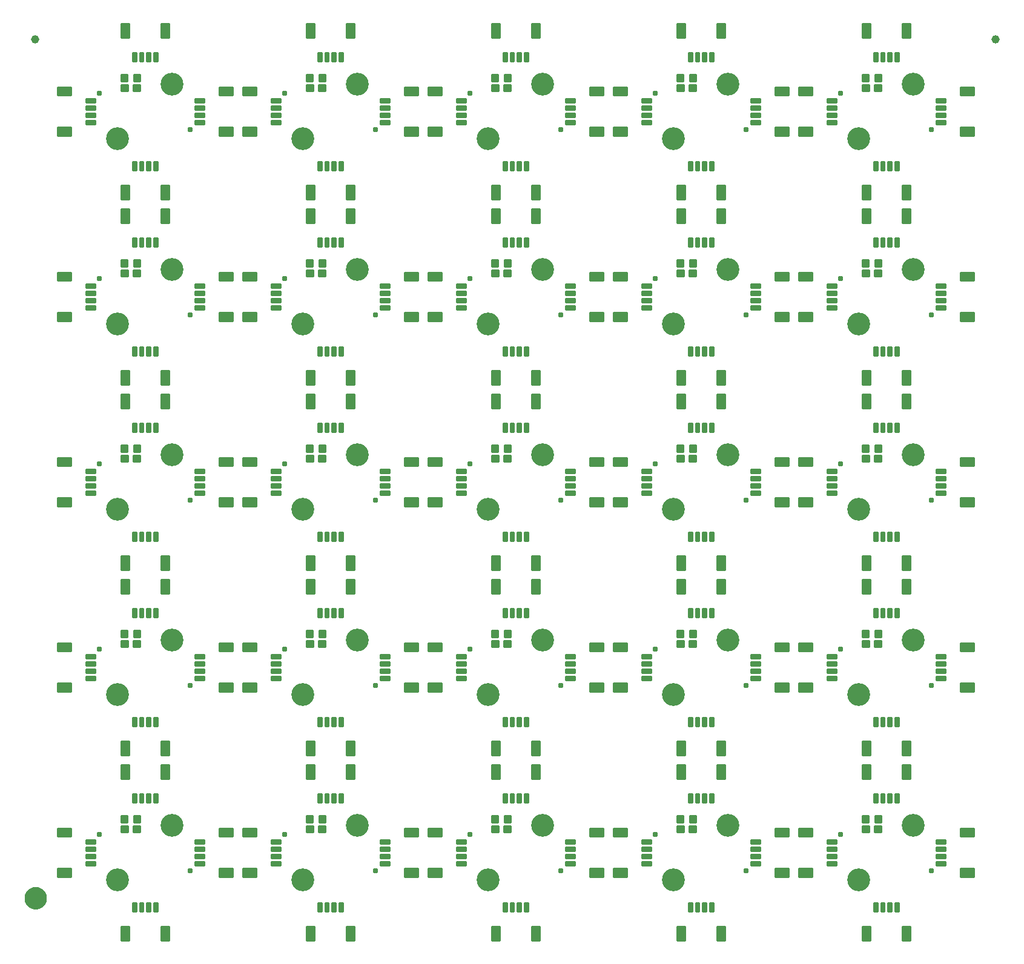
<source format=gts>
G04 EAGLE Gerber RS-274X export*
G75*
%MOMM*%
%FSLAX34Y34*%
%LPD*%
%INSoldermask Top*%
%IPPOS*%
%AMOC8*
5,1,8,0,0,1.08239X$1,22.5*%
G01*
%ADD10C,0.243431*%
%ADD11C,0.255816*%
%ADD12C,3.200400*%
%ADD13C,0.449434*%
%ADD14C,0.253525*%
%ADD15C,0.787400*%
%ADD16C,1.152400*%
%ADD17C,1.270000*%
%ADD18C,1.652400*%


D10*
X104545Y4505D02*
X93455Y4505D01*
X93455Y23595D01*
X104545Y23595D01*
X104545Y4505D01*
X104545Y6817D02*
X93455Y6817D01*
X93455Y9129D02*
X104545Y9129D01*
X104545Y11441D02*
X93455Y11441D01*
X93455Y13753D02*
X104545Y13753D01*
X104545Y16065D02*
X93455Y16065D01*
X93455Y18377D02*
X104545Y18377D01*
X104545Y20689D02*
X93455Y20689D01*
X93455Y23001D02*
X104545Y23001D01*
X149455Y4505D02*
X160545Y4505D01*
X149455Y4505D02*
X149455Y23595D01*
X160545Y23595D01*
X160545Y4505D01*
X160545Y6817D02*
X149455Y6817D01*
X149455Y9129D02*
X160545Y9129D01*
X160545Y11441D02*
X149455Y11441D01*
X149455Y13753D02*
X160545Y13753D01*
X160545Y16065D02*
X149455Y16065D01*
X149455Y18377D02*
X160545Y18377D01*
X160545Y20689D02*
X149455Y20689D01*
X149455Y23001D02*
X160545Y23001D01*
D11*
X114483Y44567D02*
X109517Y44567D01*
X109517Y57033D01*
X114483Y57033D01*
X114483Y44567D01*
X114483Y46997D02*
X109517Y46997D01*
X109517Y49427D02*
X114483Y49427D01*
X114483Y51857D02*
X109517Y51857D01*
X109517Y54287D02*
X114483Y54287D01*
X114483Y56717D02*
X109517Y56717D01*
X119517Y44567D02*
X124483Y44567D01*
X119517Y44567D02*
X119517Y57033D01*
X124483Y57033D01*
X124483Y44567D01*
X124483Y46997D02*
X119517Y46997D01*
X119517Y49427D02*
X124483Y49427D01*
X124483Y51857D02*
X119517Y51857D01*
X119517Y54287D02*
X124483Y54287D01*
X124483Y56717D02*
X119517Y56717D01*
X129517Y44567D02*
X134483Y44567D01*
X129517Y44567D02*
X129517Y57033D01*
X134483Y57033D01*
X134483Y44567D01*
X134483Y46997D02*
X129517Y46997D01*
X129517Y49427D02*
X134483Y49427D01*
X134483Y51857D02*
X129517Y51857D01*
X129517Y54287D02*
X134483Y54287D01*
X134483Y56717D02*
X129517Y56717D01*
X139517Y44567D02*
X144483Y44567D01*
X139517Y44567D02*
X139517Y57033D01*
X144483Y57033D01*
X144483Y44567D01*
X144483Y46997D02*
X139517Y46997D01*
X139517Y49427D02*
X144483Y49427D01*
X144483Y51857D02*
X139517Y51857D01*
X139517Y54287D02*
X144483Y54287D01*
X144483Y56717D02*
X139517Y56717D01*
D10*
X4505Y149455D02*
X4505Y160545D01*
X23595Y160545D01*
X23595Y149455D01*
X4505Y149455D01*
X4505Y151767D02*
X23595Y151767D01*
X23595Y154079D02*
X4505Y154079D01*
X4505Y156391D02*
X23595Y156391D01*
X23595Y158703D02*
X4505Y158703D01*
X4505Y104545D02*
X4505Y93455D01*
X4505Y104545D02*
X23595Y104545D01*
X23595Y93455D01*
X4505Y93455D01*
X4505Y95767D02*
X23595Y95767D01*
X23595Y98079D02*
X4505Y98079D01*
X4505Y100391D02*
X23595Y100391D01*
X23595Y102703D02*
X4505Y102703D01*
D11*
X44567Y139517D02*
X44567Y144483D01*
X57033Y144483D01*
X57033Y139517D01*
X44567Y139517D01*
X44567Y141947D02*
X57033Y141947D01*
X57033Y144377D02*
X44567Y144377D01*
X44567Y134483D02*
X44567Y129517D01*
X44567Y134483D02*
X57033Y134483D01*
X57033Y129517D01*
X44567Y129517D01*
X44567Y131947D02*
X57033Y131947D01*
X57033Y134377D02*
X44567Y134377D01*
X44567Y124483D02*
X44567Y119517D01*
X44567Y124483D02*
X57033Y124483D01*
X57033Y119517D01*
X44567Y119517D01*
X44567Y121947D02*
X57033Y121947D01*
X57033Y124377D02*
X44567Y124377D01*
X44567Y114483D02*
X44567Y109517D01*
X44567Y114483D02*
X57033Y114483D01*
X57033Y109517D01*
X44567Y109517D01*
X44567Y111947D02*
X57033Y111947D01*
X57033Y114377D02*
X44567Y114377D01*
D10*
X249495Y104545D02*
X249495Y93455D01*
X230405Y93455D01*
X230405Y104545D01*
X249495Y104545D01*
X249495Y95767D02*
X230405Y95767D01*
X230405Y98079D02*
X249495Y98079D01*
X249495Y100391D02*
X230405Y100391D01*
X230405Y102703D02*
X249495Y102703D01*
X249495Y149455D02*
X249495Y160545D01*
X249495Y149455D02*
X230405Y149455D01*
X230405Y160545D01*
X249495Y160545D01*
X249495Y151767D02*
X230405Y151767D01*
X230405Y154079D02*
X249495Y154079D01*
X249495Y156391D02*
X230405Y156391D01*
X230405Y158703D02*
X249495Y158703D01*
D11*
X209433Y114483D02*
X209433Y109517D01*
X196967Y109517D01*
X196967Y114483D01*
X209433Y114483D01*
X209433Y111947D02*
X196967Y111947D01*
X196967Y114377D02*
X209433Y114377D01*
X209433Y119517D02*
X209433Y124483D01*
X209433Y119517D02*
X196967Y119517D01*
X196967Y124483D01*
X209433Y124483D01*
X209433Y121947D02*
X196967Y121947D01*
X196967Y124377D02*
X209433Y124377D01*
X209433Y129517D02*
X209433Y134483D01*
X209433Y129517D02*
X196967Y129517D01*
X196967Y134483D01*
X209433Y134483D01*
X209433Y131947D02*
X196967Y131947D01*
X196967Y134377D02*
X209433Y134377D01*
X209433Y139517D02*
X209433Y144483D01*
X209433Y139517D02*
X196967Y139517D01*
X196967Y144483D01*
X209433Y144483D01*
X209433Y141947D02*
X196967Y141947D01*
X196967Y144377D02*
X209433Y144377D01*
D10*
X160545Y249495D02*
X149455Y249495D01*
X160545Y249495D02*
X160545Y230405D01*
X149455Y230405D01*
X149455Y249495D01*
X149455Y232717D02*
X160545Y232717D01*
X160545Y235029D02*
X149455Y235029D01*
X149455Y237341D02*
X160545Y237341D01*
X160545Y239653D02*
X149455Y239653D01*
X149455Y241965D02*
X160545Y241965D01*
X160545Y244277D02*
X149455Y244277D01*
X149455Y246589D02*
X160545Y246589D01*
X160545Y248901D02*
X149455Y248901D01*
X104545Y249495D02*
X93455Y249495D01*
X104545Y249495D02*
X104545Y230405D01*
X93455Y230405D01*
X93455Y249495D01*
X93455Y232717D02*
X104545Y232717D01*
X104545Y235029D02*
X93455Y235029D01*
X93455Y237341D02*
X104545Y237341D01*
X104545Y239653D02*
X93455Y239653D01*
X93455Y241965D02*
X104545Y241965D01*
X104545Y244277D02*
X93455Y244277D01*
X93455Y246589D02*
X104545Y246589D01*
X104545Y248901D02*
X93455Y248901D01*
D11*
X139517Y209433D02*
X144483Y209433D01*
X144483Y196967D01*
X139517Y196967D01*
X139517Y209433D01*
X139517Y199397D02*
X144483Y199397D01*
X144483Y201827D02*
X139517Y201827D01*
X139517Y204257D02*
X144483Y204257D01*
X144483Y206687D02*
X139517Y206687D01*
X139517Y209117D02*
X144483Y209117D01*
X134483Y209433D02*
X129517Y209433D01*
X134483Y209433D02*
X134483Y196967D01*
X129517Y196967D01*
X129517Y209433D01*
X129517Y199397D02*
X134483Y199397D01*
X134483Y201827D02*
X129517Y201827D01*
X129517Y204257D02*
X134483Y204257D01*
X134483Y206687D02*
X129517Y206687D01*
X129517Y209117D02*
X134483Y209117D01*
X124483Y209433D02*
X119517Y209433D01*
X124483Y209433D02*
X124483Y196967D01*
X119517Y196967D01*
X119517Y209433D01*
X119517Y199397D02*
X124483Y199397D01*
X124483Y201827D02*
X119517Y201827D01*
X119517Y204257D02*
X124483Y204257D01*
X124483Y206687D02*
X119517Y206687D01*
X119517Y209117D02*
X124483Y209117D01*
X114483Y209433D02*
X109517Y209433D01*
X114483Y209433D02*
X114483Y196967D01*
X109517Y196967D01*
X109517Y209433D01*
X109517Y199397D02*
X114483Y199397D01*
X114483Y201827D02*
X109517Y201827D01*
X109517Y204257D02*
X114483Y204257D01*
X114483Y206687D02*
X109517Y206687D01*
X109517Y209117D02*
X114483Y209117D01*
D12*
X165100Y165100D03*
X88900Y88900D03*
D13*
X111935Y170475D02*
X111935Y177505D01*
X118965Y177505D01*
X118965Y170475D01*
X111935Y170475D01*
X111935Y174744D02*
X118965Y174744D01*
X94395Y177505D02*
X94395Y170475D01*
X94395Y177505D02*
X101425Y177505D01*
X101425Y170475D01*
X94395Y170475D01*
X94395Y174744D02*
X101425Y174744D01*
D14*
X103175Y155525D02*
X93185Y155525D01*
X93185Y164515D01*
X103175Y164515D01*
X103175Y155525D01*
X103175Y157933D02*
X93185Y157933D01*
X93185Y160341D02*
X103175Y160341D01*
X103175Y162749D02*
X93185Y162749D01*
X110185Y155525D02*
X120175Y155525D01*
X110185Y155525D02*
X110185Y164515D01*
X120175Y164515D01*
X120175Y155525D01*
X120175Y157933D02*
X110185Y157933D01*
X110185Y160341D02*
X120175Y160341D01*
X120175Y162749D02*
X110185Y162749D01*
D15*
X63500Y152400D03*
X190500Y101600D03*
D10*
X352535Y4505D02*
X363625Y4505D01*
X352535Y4505D02*
X352535Y23595D01*
X363625Y23595D01*
X363625Y4505D01*
X363625Y6817D02*
X352535Y6817D01*
X352535Y9129D02*
X363625Y9129D01*
X363625Y11441D02*
X352535Y11441D01*
X352535Y13753D02*
X363625Y13753D01*
X363625Y16065D02*
X352535Y16065D01*
X352535Y18377D02*
X363625Y18377D01*
X363625Y20689D02*
X352535Y20689D01*
X352535Y23001D02*
X363625Y23001D01*
X408535Y4505D02*
X419625Y4505D01*
X408535Y4505D02*
X408535Y23595D01*
X419625Y23595D01*
X419625Y4505D01*
X419625Y6817D02*
X408535Y6817D01*
X408535Y9129D02*
X419625Y9129D01*
X419625Y11441D02*
X408535Y11441D01*
X408535Y13753D02*
X419625Y13753D01*
X419625Y16065D02*
X408535Y16065D01*
X408535Y18377D02*
X419625Y18377D01*
X419625Y20689D02*
X408535Y20689D01*
X408535Y23001D02*
X419625Y23001D01*
D11*
X373563Y44567D02*
X368597Y44567D01*
X368597Y57033D01*
X373563Y57033D01*
X373563Y44567D01*
X373563Y46997D02*
X368597Y46997D01*
X368597Y49427D02*
X373563Y49427D01*
X373563Y51857D02*
X368597Y51857D01*
X368597Y54287D02*
X373563Y54287D01*
X373563Y56717D02*
X368597Y56717D01*
X378597Y44567D02*
X383563Y44567D01*
X378597Y44567D02*
X378597Y57033D01*
X383563Y57033D01*
X383563Y44567D01*
X383563Y46997D02*
X378597Y46997D01*
X378597Y49427D02*
X383563Y49427D01*
X383563Y51857D02*
X378597Y51857D01*
X378597Y54287D02*
X383563Y54287D01*
X383563Y56717D02*
X378597Y56717D01*
X388597Y44567D02*
X393563Y44567D01*
X388597Y44567D02*
X388597Y57033D01*
X393563Y57033D01*
X393563Y44567D01*
X393563Y46997D02*
X388597Y46997D01*
X388597Y49427D02*
X393563Y49427D01*
X393563Y51857D02*
X388597Y51857D01*
X388597Y54287D02*
X393563Y54287D01*
X393563Y56717D02*
X388597Y56717D01*
X398597Y44567D02*
X403563Y44567D01*
X398597Y44567D02*
X398597Y57033D01*
X403563Y57033D01*
X403563Y44567D01*
X403563Y46997D02*
X398597Y46997D01*
X398597Y49427D02*
X403563Y49427D01*
X403563Y51857D02*
X398597Y51857D01*
X398597Y54287D02*
X403563Y54287D01*
X403563Y56717D02*
X398597Y56717D01*
D10*
X263585Y149455D02*
X263585Y160545D01*
X282675Y160545D01*
X282675Y149455D01*
X263585Y149455D01*
X263585Y151767D02*
X282675Y151767D01*
X282675Y154079D02*
X263585Y154079D01*
X263585Y156391D02*
X282675Y156391D01*
X282675Y158703D02*
X263585Y158703D01*
X263585Y104545D02*
X263585Y93455D01*
X263585Y104545D02*
X282675Y104545D01*
X282675Y93455D01*
X263585Y93455D01*
X263585Y95767D02*
X282675Y95767D01*
X282675Y98079D02*
X263585Y98079D01*
X263585Y100391D02*
X282675Y100391D01*
X282675Y102703D02*
X263585Y102703D01*
D11*
X303647Y139517D02*
X303647Y144483D01*
X316113Y144483D01*
X316113Y139517D01*
X303647Y139517D01*
X303647Y141947D02*
X316113Y141947D01*
X316113Y144377D02*
X303647Y144377D01*
X303647Y134483D02*
X303647Y129517D01*
X303647Y134483D02*
X316113Y134483D01*
X316113Y129517D01*
X303647Y129517D01*
X303647Y131947D02*
X316113Y131947D01*
X316113Y134377D02*
X303647Y134377D01*
X303647Y124483D02*
X303647Y119517D01*
X303647Y124483D02*
X316113Y124483D01*
X316113Y119517D01*
X303647Y119517D01*
X303647Y121947D02*
X316113Y121947D01*
X316113Y124377D02*
X303647Y124377D01*
X303647Y114483D02*
X303647Y109517D01*
X303647Y114483D02*
X316113Y114483D01*
X316113Y109517D01*
X303647Y109517D01*
X303647Y111947D02*
X316113Y111947D01*
X316113Y114377D02*
X303647Y114377D01*
D10*
X508575Y104545D02*
X508575Y93455D01*
X489485Y93455D01*
X489485Y104545D01*
X508575Y104545D01*
X508575Y95767D02*
X489485Y95767D01*
X489485Y98079D02*
X508575Y98079D01*
X508575Y100391D02*
X489485Y100391D01*
X489485Y102703D02*
X508575Y102703D01*
X508575Y149455D02*
X508575Y160545D01*
X508575Y149455D02*
X489485Y149455D01*
X489485Y160545D01*
X508575Y160545D01*
X508575Y151767D02*
X489485Y151767D01*
X489485Y154079D02*
X508575Y154079D01*
X508575Y156391D02*
X489485Y156391D01*
X489485Y158703D02*
X508575Y158703D01*
D11*
X468513Y114483D02*
X468513Y109517D01*
X456047Y109517D01*
X456047Y114483D01*
X468513Y114483D01*
X468513Y111947D02*
X456047Y111947D01*
X456047Y114377D02*
X468513Y114377D01*
X468513Y119517D02*
X468513Y124483D01*
X468513Y119517D02*
X456047Y119517D01*
X456047Y124483D01*
X468513Y124483D01*
X468513Y121947D02*
X456047Y121947D01*
X456047Y124377D02*
X468513Y124377D01*
X468513Y129517D02*
X468513Y134483D01*
X468513Y129517D02*
X456047Y129517D01*
X456047Y134483D01*
X468513Y134483D01*
X468513Y131947D02*
X456047Y131947D01*
X456047Y134377D02*
X468513Y134377D01*
X468513Y139517D02*
X468513Y144483D01*
X468513Y139517D02*
X456047Y139517D01*
X456047Y144483D01*
X468513Y144483D01*
X468513Y141947D02*
X456047Y141947D01*
X456047Y144377D02*
X468513Y144377D01*
D10*
X419625Y249495D02*
X408535Y249495D01*
X419625Y249495D02*
X419625Y230405D01*
X408535Y230405D01*
X408535Y249495D01*
X408535Y232717D02*
X419625Y232717D01*
X419625Y235029D02*
X408535Y235029D01*
X408535Y237341D02*
X419625Y237341D01*
X419625Y239653D02*
X408535Y239653D01*
X408535Y241965D02*
X419625Y241965D01*
X419625Y244277D02*
X408535Y244277D01*
X408535Y246589D02*
X419625Y246589D01*
X419625Y248901D02*
X408535Y248901D01*
X363625Y249495D02*
X352535Y249495D01*
X363625Y249495D02*
X363625Y230405D01*
X352535Y230405D01*
X352535Y249495D01*
X352535Y232717D02*
X363625Y232717D01*
X363625Y235029D02*
X352535Y235029D01*
X352535Y237341D02*
X363625Y237341D01*
X363625Y239653D02*
X352535Y239653D01*
X352535Y241965D02*
X363625Y241965D01*
X363625Y244277D02*
X352535Y244277D01*
X352535Y246589D02*
X363625Y246589D01*
X363625Y248901D02*
X352535Y248901D01*
D11*
X398597Y209433D02*
X403563Y209433D01*
X403563Y196967D01*
X398597Y196967D01*
X398597Y209433D01*
X398597Y199397D02*
X403563Y199397D01*
X403563Y201827D02*
X398597Y201827D01*
X398597Y204257D02*
X403563Y204257D01*
X403563Y206687D02*
X398597Y206687D01*
X398597Y209117D02*
X403563Y209117D01*
X393563Y209433D02*
X388597Y209433D01*
X393563Y209433D02*
X393563Y196967D01*
X388597Y196967D01*
X388597Y209433D01*
X388597Y199397D02*
X393563Y199397D01*
X393563Y201827D02*
X388597Y201827D01*
X388597Y204257D02*
X393563Y204257D01*
X393563Y206687D02*
X388597Y206687D01*
X388597Y209117D02*
X393563Y209117D01*
X383563Y209433D02*
X378597Y209433D01*
X383563Y209433D02*
X383563Y196967D01*
X378597Y196967D01*
X378597Y209433D01*
X378597Y199397D02*
X383563Y199397D01*
X383563Y201827D02*
X378597Y201827D01*
X378597Y204257D02*
X383563Y204257D01*
X383563Y206687D02*
X378597Y206687D01*
X378597Y209117D02*
X383563Y209117D01*
X373563Y209433D02*
X368597Y209433D01*
X373563Y209433D02*
X373563Y196967D01*
X368597Y196967D01*
X368597Y209433D01*
X368597Y199397D02*
X373563Y199397D01*
X373563Y201827D02*
X368597Y201827D01*
X368597Y204257D02*
X373563Y204257D01*
X373563Y206687D02*
X368597Y206687D01*
X368597Y209117D02*
X373563Y209117D01*
D12*
X424180Y165100D03*
X347980Y88900D03*
D13*
X371015Y170475D02*
X371015Y177505D01*
X378045Y177505D01*
X378045Y170475D01*
X371015Y170475D01*
X371015Y174744D02*
X378045Y174744D01*
X353475Y177505D02*
X353475Y170475D01*
X353475Y177505D02*
X360505Y177505D01*
X360505Y170475D01*
X353475Y170475D01*
X353475Y174744D02*
X360505Y174744D01*
D14*
X362255Y155525D02*
X352265Y155525D01*
X352265Y164515D01*
X362255Y164515D01*
X362255Y155525D01*
X362255Y157933D02*
X352265Y157933D01*
X352265Y160341D02*
X362255Y160341D01*
X362255Y162749D02*
X352265Y162749D01*
X369265Y155525D02*
X379255Y155525D01*
X369265Y155525D02*
X369265Y164515D01*
X379255Y164515D01*
X379255Y155525D01*
X379255Y157933D02*
X369265Y157933D01*
X369265Y160341D02*
X379255Y160341D01*
X379255Y162749D02*
X369265Y162749D01*
D15*
X322580Y152400D03*
X449580Y101600D03*
D10*
X611615Y4505D02*
X622705Y4505D01*
X611615Y4505D02*
X611615Y23595D01*
X622705Y23595D01*
X622705Y4505D01*
X622705Y6817D02*
X611615Y6817D01*
X611615Y9129D02*
X622705Y9129D01*
X622705Y11441D02*
X611615Y11441D01*
X611615Y13753D02*
X622705Y13753D01*
X622705Y16065D02*
X611615Y16065D01*
X611615Y18377D02*
X622705Y18377D01*
X622705Y20689D02*
X611615Y20689D01*
X611615Y23001D02*
X622705Y23001D01*
X667615Y4505D02*
X678705Y4505D01*
X667615Y4505D02*
X667615Y23595D01*
X678705Y23595D01*
X678705Y4505D01*
X678705Y6817D02*
X667615Y6817D01*
X667615Y9129D02*
X678705Y9129D01*
X678705Y11441D02*
X667615Y11441D01*
X667615Y13753D02*
X678705Y13753D01*
X678705Y16065D02*
X667615Y16065D01*
X667615Y18377D02*
X678705Y18377D01*
X678705Y20689D02*
X667615Y20689D01*
X667615Y23001D02*
X678705Y23001D01*
D11*
X632643Y44567D02*
X627677Y44567D01*
X627677Y57033D01*
X632643Y57033D01*
X632643Y44567D01*
X632643Y46997D02*
X627677Y46997D01*
X627677Y49427D02*
X632643Y49427D01*
X632643Y51857D02*
X627677Y51857D01*
X627677Y54287D02*
X632643Y54287D01*
X632643Y56717D02*
X627677Y56717D01*
X637677Y44567D02*
X642643Y44567D01*
X637677Y44567D02*
X637677Y57033D01*
X642643Y57033D01*
X642643Y44567D01*
X642643Y46997D02*
X637677Y46997D01*
X637677Y49427D02*
X642643Y49427D01*
X642643Y51857D02*
X637677Y51857D01*
X637677Y54287D02*
X642643Y54287D01*
X642643Y56717D02*
X637677Y56717D01*
X647677Y44567D02*
X652643Y44567D01*
X647677Y44567D02*
X647677Y57033D01*
X652643Y57033D01*
X652643Y44567D01*
X652643Y46997D02*
X647677Y46997D01*
X647677Y49427D02*
X652643Y49427D01*
X652643Y51857D02*
X647677Y51857D01*
X647677Y54287D02*
X652643Y54287D01*
X652643Y56717D02*
X647677Y56717D01*
X657677Y44567D02*
X662643Y44567D01*
X657677Y44567D02*
X657677Y57033D01*
X662643Y57033D01*
X662643Y44567D01*
X662643Y46997D02*
X657677Y46997D01*
X657677Y49427D02*
X662643Y49427D01*
X662643Y51857D02*
X657677Y51857D01*
X657677Y54287D02*
X662643Y54287D01*
X662643Y56717D02*
X657677Y56717D01*
D10*
X522665Y149455D02*
X522665Y160545D01*
X541755Y160545D01*
X541755Y149455D01*
X522665Y149455D01*
X522665Y151767D02*
X541755Y151767D01*
X541755Y154079D02*
X522665Y154079D01*
X522665Y156391D02*
X541755Y156391D01*
X541755Y158703D02*
X522665Y158703D01*
X522665Y104545D02*
X522665Y93455D01*
X522665Y104545D02*
X541755Y104545D01*
X541755Y93455D01*
X522665Y93455D01*
X522665Y95767D02*
X541755Y95767D01*
X541755Y98079D02*
X522665Y98079D01*
X522665Y100391D02*
X541755Y100391D01*
X541755Y102703D02*
X522665Y102703D01*
D11*
X562727Y139517D02*
X562727Y144483D01*
X575193Y144483D01*
X575193Y139517D01*
X562727Y139517D01*
X562727Y141947D02*
X575193Y141947D01*
X575193Y144377D02*
X562727Y144377D01*
X562727Y134483D02*
X562727Y129517D01*
X562727Y134483D02*
X575193Y134483D01*
X575193Y129517D01*
X562727Y129517D01*
X562727Y131947D02*
X575193Y131947D01*
X575193Y134377D02*
X562727Y134377D01*
X562727Y124483D02*
X562727Y119517D01*
X562727Y124483D02*
X575193Y124483D01*
X575193Y119517D01*
X562727Y119517D01*
X562727Y121947D02*
X575193Y121947D01*
X575193Y124377D02*
X562727Y124377D01*
X562727Y114483D02*
X562727Y109517D01*
X562727Y114483D02*
X575193Y114483D01*
X575193Y109517D01*
X562727Y109517D01*
X562727Y111947D02*
X575193Y111947D01*
X575193Y114377D02*
X562727Y114377D01*
D10*
X767655Y104545D02*
X767655Y93455D01*
X748565Y93455D01*
X748565Y104545D01*
X767655Y104545D01*
X767655Y95767D02*
X748565Y95767D01*
X748565Y98079D02*
X767655Y98079D01*
X767655Y100391D02*
X748565Y100391D01*
X748565Y102703D02*
X767655Y102703D01*
X767655Y149455D02*
X767655Y160545D01*
X767655Y149455D02*
X748565Y149455D01*
X748565Y160545D01*
X767655Y160545D01*
X767655Y151767D02*
X748565Y151767D01*
X748565Y154079D02*
X767655Y154079D01*
X767655Y156391D02*
X748565Y156391D01*
X748565Y158703D02*
X767655Y158703D01*
D11*
X727593Y114483D02*
X727593Y109517D01*
X715127Y109517D01*
X715127Y114483D01*
X727593Y114483D01*
X727593Y111947D02*
X715127Y111947D01*
X715127Y114377D02*
X727593Y114377D01*
X727593Y119517D02*
X727593Y124483D01*
X727593Y119517D02*
X715127Y119517D01*
X715127Y124483D01*
X727593Y124483D01*
X727593Y121947D02*
X715127Y121947D01*
X715127Y124377D02*
X727593Y124377D01*
X727593Y129517D02*
X727593Y134483D01*
X727593Y129517D02*
X715127Y129517D01*
X715127Y134483D01*
X727593Y134483D01*
X727593Y131947D02*
X715127Y131947D01*
X715127Y134377D02*
X727593Y134377D01*
X727593Y139517D02*
X727593Y144483D01*
X727593Y139517D02*
X715127Y139517D01*
X715127Y144483D01*
X727593Y144483D01*
X727593Y141947D02*
X715127Y141947D01*
X715127Y144377D02*
X727593Y144377D01*
D10*
X678705Y249495D02*
X667615Y249495D01*
X678705Y249495D02*
X678705Y230405D01*
X667615Y230405D01*
X667615Y249495D01*
X667615Y232717D02*
X678705Y232717D01*
X678705Y235029D02*
X667615Y235029D01*
X667615Y237341D02*
X678705Y237341D01*
X678705Y239653D02*
X667615Y239653D01*
X667615Y241965D02*
X678705Y241965D01*
X678705Y244277D02*
X667615Y244277D01*
X667615Y246589D02*
X678705Y246589D01*
X678705Y248901D02*
X667615Y248901D01*
X622705Y249495D02*
X611615Y249495D01*
X622705Y249495D02*
X622705Y230405D01*
X611615Y230405D01*
X611615Y249495D01*
X611615Y232717D02*
X622705Y232717D01*
X622705Y235029D02*
X611615Y235029D01*
X611615Y237341D02*
X622705Y237341D01*
X622705Y239653D02*
X611615Y239653D01*
X611615Y241965D02*
X622705Y241965D01*
X622705Y244277D02*
X611615Y244277D01*
X611615Y246589D02*
X622705Y246589D01*
X622705Y248901D02*
X611615Y248901D01*
D11*
X657677Y209433D02*
X662643Y209433D01*
X662643Y196967D01*
X657677Y196967D01*
X657677Y209433D01*
X657677Y199397D02*
X662643Y199397D01*
X662643Y201827D02*
X657677Y201827D01*
X657677Y204257D02*
X662643Y204257D01*
X662643Y206687D02*
X657677Y206687D01*
X657677Y209117D02*
X662643Y209117D01*
X652643Y209433D02*
X647677Y209433D01*
X652643Y209433D02*
X652643Y196967D01*
X647677Y196967D01*
X647677Y209433D01*
X647677Y199397D02*
X652643Y199397D01*
X652643Y201827D02*
X647677Y201827D01*
X647677Y204257D02*
X652643Y204257D01*
X652643Y206687D02*
X647677Y206687D01*
X647677Y209117D02*
X652643Y209117D01*
X642643Y209433D02*
X637677Y209433D01*
X642643Y209433D02*
X642643Y196967D01*
X637677Y196967D01*
X637677Y209433D01*
X637677Y199397D02*
X642643Y199397D01*
X642643Y201827D02*
X637677Y201827D01*
X637677Y204257D02*
X642643Y204257D01*
X642643Y206687D02*
X637677Y206687D01*
X637677Y209117D02*
X642643Y209117D01*
X632643Y209433D02*
X627677Y209433D01*
X632643Y209433D02*
X632643Y196967D01*
X627677Y196967D01*
X627677Y209433D01*
X627677Y199397D02*
X632643Y199397D01*
X632643Y201827D02*
X627677Y201827D01*
X627677Y204257D02*
X632643Y204257D01*
X632643Y206687D02*
X627677Y206687D01*
X627677Y209117D02*
X632643Y209117D01*
D12*
X683260Y165100D03*
X607060Y88900D03*
D13*
X630095Y170475D02*
X630095Y177505D01*
X637125Y177505D01*
X637125Y170475D01*
X630095Y170475D01*
X630095Y174744D02*
X637125Y174744D01*
X612555Y177505D02*
X612555Y170475D01*
X612555Y177505D02*
X619585Y177505D01*
X619585Y170475D01*
X612555Y170475D01*
X612555Y174744D02*
X619585Y174744D01*
D14*
X621335Y155525D02*
X611345Y155525D01*
X611345Y164515D01*
X621335Y164515D01*
X621335Y155525D01*
X621335Y157933D02*
X611345Y157933D01*
X611345Y160341D02*
X621335Y160341D01*
X621335Y162749D02*
X611345Y162749D01*
X628345Y155525D02*
X638335Y155525D01*
X628345Y155525D02*
X628345Y164515D01*
X638335Y164515D01*
X638335Y155525D01*
X638335Y157933D02*
X628345Y157933D01*
X628345Y160341D02*
X638335Y160341D01*
X638335Y162749D02*
X628345Y162749D01*
D15*
X581660Y152400D03*
X708660Y101600D03*
D10*
X870695Y4505D02*
X881785Y4505D01*
X870695Y4505D02*
X870695Y23595D01*
X881785Y23595D01*
X881785Y4505D01*
X881785Y6817D02*
X870695Y6817D01*
X870695Y9129D02*
X881785Y9129D01*
X881785Y11441D02*
X870695Y11441D01*
X870695Y13753D02*
X881785Y13753D01*
X881785Y16065D02*
X870695Y16065D01*
X870695Y18377D02*
X881785Y18377D01*
X881785Y20689D02*
X870695Y20689D01*
X870695Y23001D02*
X881785Y23001D01*
X926695Y4505D02*
X937785Y4505D01*
X926695Y4505D02*
X926695Y23595D01*
X937785Y23595D01*
X937785Y4505D01*
X937785Y6817D02*
X926695Y6817D01*
X926695Y9129D02*
X937785Y9129D01*
X937785Y11441D02*
X926695Y11441D01*
X926695Y13753D02*
X937785Y13753D01*
X937785Y16065D02*
X926695Y16065D01*
X926695Y18377D02*
X937785Y18377D01*
X937785Y20689D02*
X926695Y20689D01*
X926695Y23001D02*
X937785Y23001D01*
D11*
X891723Y44567D02*
X886757Y44567D01*
X886757Y57033D01*
X891723Y57033D01*
X891723Y44567D01*
X891723Y46997D02*
X886757Y46997D01*
X886757Y49427D02*
X891723Y49427D01*
X891723Y51857D02*
X886757Y51857D01*
X886757Y54287D02*
X891723Y54287D01*
X891723Y56717D02*
X886757Y56717D01*
X896757Y44567D02*
X901723Y44567D01*
X896757Y44567D02*
X896757Y57033D01*
X901723Y57033D01*
X901723Y44567D01*
X901723Y46997D02*
X896757Y46997D01*
X896757Y49427D02*
X901723Y49427D01*
X901723Y51857D02*
X896757Y51857D01*
X896757Y54287D02*
X901723Y54287D01*
X901723Y56717D02*
X896757Y56717D01*
X906757Y44567D02*
X911723Y44567D01*
X906757Y44567D02*
X906757Y57033D01*
X911723Y57033D01*
X911723Y44567D01*
X911723Y46997D02*
X906757Y46997D01*
X906757Y49427D02*
X911723Y49427D01*
X911723Y51857D02*
X906757Y51857D01*
X906757Y54287D02*
X911723Y54287D01*
X911723Y56717D02*
X906757Y56717D01*
X916757Y44567D02*
X921723Y44567D01*
X916757Y44567D02*
X916757Y57033D01*
X921723Y57033D01*
X921723Y44567D01*
X921723Y46997D02*
X916757Y46997D01*
X916757Y49427D02*
X921723Y49427D01*
X921723Y51857D02*
X916757Y51857D01*
X916757Y54287D02*
X921723Y54287D01*
X921723Y56717D02*
X916757Y56717D01*
D10*
X781745Y149455D02*
X781745Y160545D01*
X800835Y160545D01*
X800835Y149455D01*
X781745Y149455D01*
X781745Y151767D02*
X800835Y151767D01*
X800835Y154079D02*
X781745Y154079D01*
X781745Y156391D02*
X800835Y156391D01*
X800835Y158703D02*
X781745Y158703D01*
X781745Y104545D02*
X781745Y93455D01*
X781745Y104545D02*
X800835Y104545D01*
X800835Y93455D01*
X781745Y93455D01*
X781745Y95767D02*
X800835Y95767D01*
X800835Y98079D02*
X781745Y98079D01*
X781745Y100391D02*
X800835Y100391D01*
X800835Y102703D02*
X781745Y102703D01*
D11*
X821807Y139517D02*
X821807Y144483D01*
X834273Y144483D01*
X834273Y139517D01*
X821807Y139517D01*
X821807Y141947D02*
X834273Y141947D01*
X834273Y144377D02*
X821807Y144377D01*
X821807Y134483D02*
X821807Y129517D01*
X821807Y134483D02*
X834273Y134483D01*
X834273Y129517D01*
X821807Y129517D01*
X821807Y131947D02*
X834273Y131947D01*
X834273Y134377D02*
X821807Y134377D01*
X821807Y124483D02*
X821807Y119517D01*
X821807Y124483D02*
X834273Y124483D01*
X834273Y119517D01*
X821807Y119517D01*
X821807Y121947D02*
X834273Y121947D01*
X834273Y124377D02*
X821807Y124377D01*
X821807Y114483D02*
X821807Y109517D01*
X821807Y114483D02*
X834273Y114483D01*
X834273Y109517D01*
X821807Y109517D01*
X821807Y111947D02*
X834273Y111947D01*
X834273Y114377D02*
X821807Y114377D01*
D10*
X1026735Y104545D02*
X1026735Y93455D01*
X1007645Y93455D01*
X1007645Y104545D01*
X1026735Y104545D01*
X1026735Y95767D02*
X1007645Y95767D01*
X1007645Y98079D02*
X1026735Y98079D01*
X1026735Y100391D02*
X1007645Y100391D01*
X1007645Y102703D02*
X1026735Y102703D01*
X1026735Y149455D02*
X1026735Y160545D01*
X1026735Y149455D02*
X1007645Y149455D01*
X1007645Y160545D01*
X1026735Y160545D01*
X1026735Y151767D02*
X1007645Y151767D01*
X1007645Y154079D02*
X1026735Y154079D01*
X1026735Y156391D02*
X1007645Y156391D01*
X1007645Y158703D02*
X1026735Y158703D01*
D11*
X986673Y114483D02*
X986673Y109517D01*
X974207Y109517D01*
X974207Y114483D01*
X986673Y114483D01*
X986673Y111947D02*
X974207Y111947D01*
X974207Y114377D02*
X986673Y114377D01*
X986673Y119517D02*
X986673Y124483D01*
X986673Y119517D02*
X974207Y119517D01*
X974207Y124483D01*
X986673Y124483D01*
X986673Y121947D02*
X974207Y121947D01*
X974207Y124377D02*
X986673Y124377D01*
X986673Y129517D02*
X986673Y134483D01*
X986673Y129517D02*
X974207Y129517D01*
X974207Y134483D01*
X986673Y134483D01*
X986673Y131947D02*
X974207Y131947D01*
X974207Y134377D02*
X986673Y134377D01*
X986673Y139517D02*
X986673Y144483D01*
X986673Y139517D02*
X974207Y139517D01*
X974207Y144483D01*
X986673Y144483D01*
X986673Y141947D02*
X974207Y141947D01*
X974207Y144377D02*
X986673Y144377D01*
D10*
X937785Y249495D02*
X926695Y249495D01*
X937785Y249495D02*
X937785Y230405D01*
X926695Y230405D01*
X926695Y249495D01*
X926695Y232717D02*
X937785Y232717D01*
X937785Y235029D02*
X926695Y235029D01*
X926695Y237341D02*
X937785Y237341D01*
X937785Y239653D02*
X926695Y239653D01*
X926695Y241965D02*
X937785Y241965D01*
X937785Y244277D02*
X926695Y244277D01*
X926695Y246589D02*
X937785Y246589D01*
X937785Y248901D02*
X926695Y248901D01*
X881785Y249495D02*
X870695Y249495D01*
X881785Y249495D02*
X881785Y230405D01*
X870695Y230405D01*
X870695Y249495D01*
X870695Y232717D02*
X881785Y232717D01*
X881785Y235029D02*
X870695Y235029D01*
X870695Y237341D02*
X881785Y237341D01*
X881785Y239653D02*
X870695Y239653D01*
X870695Y241965D02*
X881785Y241965D01*
X881785Y244277D02*
X870695Y244277D01*
X870695Y246589D02*
X881785Y246589D01*
X881785Y248901D02*
X870695Y248901D01*
D11*
X916757Y209433D02*
X921723Y209433D01*
X921723Y196967D01*
X916757Y196967D01*
X916757Y209433D01*
X916757Y199397D02*
X921723Y199397D01*
X921723Y201827D02*
X916757Y201827D01*
X916757Y204257D02*
X921723Y204257D01*
X921723Y206687D02*
X916757Y206687D01*
X916757Y209117D02*
X921723Y209117D01*
X911723Y209433D02*
X906757Y209433D01*
X911723Y209433D02*
X911723Y196967D01*
X906757Y196967D01*
X906757Y209433D01*
X906757Y199397D02*
X911723Y199397D01*
X911723Y201827D02*
X906757Y201827D01*
X906757Y204257D02*
X911723Y204257D01*
X911723Y206687D02*
X906757Y206687D01*
X906757Y209117D02*
X911723Y209117D01*
X901723Y209433D02*
X896757Y209433D01*
X901723Y209433D02*
X901723Y196967D01*
X896757Y196967D01*
X896757Y209433D01*
X896757Y199397D02*
X901723Y199397D01*
X901723Y201827D02*
X896757Y201827D01*
X896757Y204257D02*
X901723Y204257D01*
X901723Y206687D02*
X896757Y206687D01*
X896757Y209117D02*
X901723Y209117D01*
X891723Y209433D02*
X886757Y209433D01*
X891723Y209433D02*
X891723Y196967D01*
X886757Y196967D01*
X886757Y209433D01*
X886757Y199397D02*
X891723Y199397D01*
X891723Y201827D02*
X886757Y201827D01*
X886757Y204257D02*
X891723Y204257D01*
X891723Y206687D02*
X886757Y206687D01*
X886757Y209117D02*
X891723Y209117D01*
D12*
X942340Y165100D03*
X866140Y88900D03*
D13*
X889175Y170475D02*
X889175Y177505D01*
X896205Y177505D01*
X896205Y170475D01*
X889175Y170475D01*
X889175Y174744D02*
X896205Y174744D01*
X871635Y177505D02*
X871635Y170475D01*
X871635Y177505D02*
X878665Y177505D01*
X878665Y170475D01*
X871635Y170475D01*
X871635Y174744D02*
X878665Y174744D01*
D14*
X880415Y155525D02*
X870425Y155525D01*
X870425Y164515D01*
X880415Y164515D01*
X880415Y155525D01*
X880415Y157933D02*
X870425Y157933D01*
X870425Y160341D02*
X880415Y160341D01*
X880415Y162749D02*
X870425Y162749D01*
X887425Y155525D02*
X897415Y155525D01*
X887425Y155525D02*
X887425Y164515D01*
X897415Y164515D01*
X897415Y155525D01*
X897415Y157933D02*
X887425Y157933D01*
X887425Y160341D02*
X897415Y160341D01*
X897415Y162749D02*
X887425Y162749D01*
D15*
X840740Y152400D03*
X967740Y101600D03*
D10*
X1129775Y4505D02*
X1140865Y4505D01*
X1129775Y4505D02*
X1129775Y23595D01*
X1140865Y23595D01*
X1140865Y4505D01*
X1140865Y6817D02*
X1129775Y6817D01*
X1129775Y9129D02*
X1140865Y9129D01*
X1140865Y11441D02*
X1129775Y11441D01*
X1129775Y13753D02*
X1140865Y13753D01*
X1140865Y16065D02*
X1129775Y16065D01*
X1129775Y18377D02*
X1140865Y18377D01*
X1140865Y20689D02*
X1129775Y20689D01*
X1129775Y23001D02*
X1140865Y23001D01*
X1185775Y4505D02*
X1196865Y4505D01*
X1185775Y4505D02*
X1185775Y23595D01*
X1196865Y23595D01*
X1196865Y4505D01*
X1196865Y6817D02*
X1185775Y6817D01*
X1185775Y9129D02*
X1196865Y9129D01*
X1196865Y11441D02*
X1185775Y11441D01*
X1185775Y13753D02*
X1196865Y13753D01*
X1196865Y16065D02*
X1185775Y16065D01*
X1185775Y18377D02*
X1196865Y18377D01*
X1196865Y20689D02*
X1185775Y20689D01*
X1185775Y23001D02*
X1196865Y23001D01*
D11*
X1150803Y44567D02*
X1145837Y44567D01*
X1145837Y57033D01*
X1150803Y57033D01*
X1150803Y44567D01*
X1150803Y46997D02*
X1145837Y46997D01*
X1145837Y49427D02*
X1150803Y49427D01*
X1150803Y51857D02*
X1145837Y51857D01*
X1145837Y54287D02*
X1150803Y54287D01*
X1150803Y56717D02*
X1145837Y56717D01*
X1155837Y44567D02*
X1160803Y44567D01*
X1155837Y44567D02*
X1155837Y57033D01*
X1160803Y57033D01*
X1160803Y44567D01*
X1160803Y46997D02*
X1155837Y46997D01*
X1155837Y49427D02*
X1160803Y49427D01*
X1160803Y51857D02*
X1155837Y51857D01*
X1155837Y54287D02*
X1160803Y54287D01*
X1160803Y56717D02*
X1155837Y56717D01*
X1165837Y44567D02*
X1170803Y44567D01*
X1165837Y44567D02*
X1165837Y57033D01*
X1170803Y57033D01*
X1170803Y44567D01*
X1170803Y46997D02*
X1165837Y46997D01*
X1165837Y49427D02*
X1170803Y49427D01*
X1170803Y51857D02*
X1165837Y51857D01*
X1165837Y54287D02*
X1170803Y54287D01*
X1170803Y56717D02*
X1165837Y56717D01*
X1175837Y44567D02*
X1180803Y44567D01*
X1175837Y44567D02*
X1175837Y57033D01*
X1180803Y57033D01*
X1180803Y44567D01*
X1180803Y46997D02*
X1175837Y46997D01*
X1175837Y49427D02*
X1180803Y49427D01*
X1180803Y51857D02*
X1175837Y51857D01*
X1175837Y54287D02*
X1180803Y54287D01*
X1180803Y56717D02*
X1175837Y56717D01*
D10*
X1040825Y149455D02*
X1040825Y160545D01*
X1059915Y160545D01*
X1059915Y149455D01*
X1040825Y149455D01*
X1040825Y151767D02*
X1059915Y151767D01*
X1059915Y154079D02*
X1040825Y154079D01*
X1040825Y156391D02*
X1059915Y156391D01*
X1059915Y158703D02*
X1040825Y158703D01*
X1040825Y104545D02*
X1040825Y93455D01*
X1040825Y104545D02*
X1059915Y104545D01*
X1059915Y93455D01*
X1040825Y93455D01*
X1040825Y95767D02*
X1059915Y95767D01*
X1059915Y98079D02*
X1040825Y98079D01*
X1040825Y100391D02*
X1059915Y100391D01*
X1059915Y102703D02*
X1040825Y102703D01*
D11*
X1080887Y139517D02*
X1080887Y144483D01*
X1093353Y144483D01*
X1093353Y139517D01*
X1080887Y139517D01*
X1080887Y141947D02*
X1093353Y141947D01*
X1093353Y144377D02*
X1080887Y144377D01*
X1080887Y134483D02*
X1080887Y129517D01*
X1080887Y134483D02*
X1093353Y134483D01*
X1093353Y129517D01*
X1080887Y129517D01*
X1080887Y131947D02*
X1093353Y131947D01*
X1093353Y134377D02*
X1080887Y134377D01*
X1080887Y124483D02*
X1080887Y119517D01*
X1080887Y124483D02*
X1093353Y124483D01*
X1093353Y119517D01*
X1080887Y119517D01*
X1080887Y121947D02*
X1093353Y121947D01*
X1093353Y124377D02*
X1080887Y124377D01*
X1080887Y114483D02*
X1080887Y109517D01*
X1080887Y114483D02*
X1093353Y114483D01*
X1093353Y109517D01*
X1080887Y109517D01*
X1080887Y111947D02*
X1093353Y111947D01*
X1093353Y114377D02*
X1080887Y114377D01*
D10*
X1285815Y104545D02*
X1285815Y93455D01*
X1266725Y93455D01*
X1266725Y104545D01*
X1285815Y104545D01*
X1285815Y95767D02*
X1266725Y95767D01*
X1266725Y98079D02*
X1285815Y98079D01*
X1285815Y100391D02*
X1266725Y100391D01*
X1266725Y102703D02*
X1285815Y102703D01*
X1285815Y149455D02*
X1285815Y160545D01*
X1285815Y149455D02*
X1266725Y149455D01*
X1266725Y160545D01*
X1285815Y160545D01*
X1285815Y151767D02*
X1266725Y151767D01*
X1266725Y154079D02*
X1285815Y154079D01*
X1285815Y156391D02*
X1266725Y156391D01*
X1266725Y158703D02*
X1285815Y158703D01*
D11*
X1245753Y114483D02*
X1245753Y109517D01*
X1233287Y109517D01*
X1233287Y114483D01*
X1245753Y114483D01*
X1245753Y111947D02*
X1233287Y111947D01*
X1233287Y114377D02*
X1245753Y114377D01*
X1245753Y119517D02*
X1245753Y124483D01*
X1245753Y119517D02*
X1233287Y119517D01*
X1233287Y124483D01*
X1245753Y124483D01*
X1245753Y121947D02*
X1233287Y121947D01*
X1233287Y124377D02*
X1245753Y124377D01*
X1245753Y129517D02*
X1245753Y134483D01*
X1245753Y129517D02*
X1233287Y129517D01*
X1233287Y134483D01*
X1245753Y134483D01*
X1245753Y131947D02*
X1233287Y131947D01*
X1233287Y134377D02*
X1245753Y134377D01*
X1245753Y139517D02*
X1245753Y144483D01*
X1245753Y139517D02*
X1233287Y139517D01*
X1233287Y144483D01*
X1245753Y144483D01*
X1245753Y141947D02*
X1233287Y141947D01*
X1233287Y144377D02*
X1245753Y144377D01*
D10*
X1196865Y249495D02*
X1185775Y249495D01*
X1196865Y249495D02*
X1196865Y230405D01*
X1185775Y230405D01*
X1185775Y249495D01*
X1185775Y232717D02*
X1196865Y232717D01*
X1196865Y235029D02*
X1185775Y235029D01*
X1185775Y237341D02*
X1196865Y237341D01*
X1196865Y239653D02*
X1185775Y239653D01*
X1185775Y241965D02*
X1196865Y241965D01*
X1196865Y244277D02*
X1185775Y244277D01*
X1185775Y246589D02*
X1196865Y246589D01*
X1196865Y248901D02*
X1185775Y248901D01*
X1140865Y249495D02*
X1129775Y249495D01*
X1140865Y249495D02*
X1140865Y230405D01*
X1129775Y230405D01*
X1129775Y249495D01*
X1129775Y232717D02*
X1140865Y232717D01*
X1140865Y235029D02*
X1129775Y235029D01*
X1129775Y237341D02*
X1140865Y237341D01*
X1140865Y239653D02*
X1129775Y239653D01*
X1129775Y241965D02*
X1140865Y241965D01*
X1140865Y244277D02*
X1129775Y244277D01*
X1129775Y246589D02*
X1140865Y246589D01*
X1140865Y248901D02*
X1129775Y248901D01*
D11*
X1175837Y209433D02*
X1180803Y209433D01*
X1180803Y196967D01*
X1175837Y196967D01*
X1175837Y209433D01*
X1175837Y199397D02*
X1180803Y199397D01*
X1180803Y201827D02*
X1175837Y201827D01*
X1175837Y204257D02*
X1180803Y204257D01*
X1180803Y206687D02*
X1175837Y206687D01*
X1175837Y209117D02*
X1180803Y209117D01*
X1170803Y209433D02*
X1165837Y209433D01*
X1170803Y209433D02*
X1170803Y196967D01*
X1165837Y196967D01*
X1165837Y209433D01*
X1165837Y199397D02*
X1170803Y199397D01*
X1170803Y201827D02*
X1165837Y201827D01*
X1165837Y204257D02*
X1170803Y204257D01*
X1170803Y206687D02*
X1165837Y206687D01*
X1165837Y209117D02*
X1170803Y209117D01*
X1160803Y209433D02*
X1155837Y209433D01*
X1160803Y209433D02*
X1160803Y196967D01*
X1155837Y196967D01*
X1155837Y209433D01*
X1155837Y199397D02*
X1160803Y199397D01*
X1160803Y201827D02*
X1155837Y201827D01*
X1155837Y204257D02*
X1160803Y204257D01*
X1160803Y206687D02*
X1155837Y206687D01*
X1155837Y209117D02*
X1160803Y209117D01*
X1150803Y209433D02*
X1145837Y209433D01*
X1150803Y209433D02*
X1150803Y196967D01*
X1145837Y196967D01*
X1145837Y209433D01*
X1145837Y199397D02*
X1150803Y199397D01*
X1150803Y201827D02*
X1145837Y201827D01*
X1145837Y204257D02*
X1150803Y204257D01*
X1150803Y206687D02*
X1145837Y206687D01*
X1145837Y209117D02*
X1150803Y209117D01*
D12*
X1201420Y165100D03*
X1125220Y88900D03*
D13*
X1148255Y170475D02*
X1148255Y177505D01*
X1155285Y177505D01*
X1155285Y170475D01*
X1148255Y170475D01*
X1148255Y174744D02*
X1155285Y174744D01*
X1130715Y177505D02*
X1130715Y170475D01*
X1130715Y177505D02*
X1137745Y177505D01*
X1137745Y170475D01*
X1130715Y170475D01*
X1130715Y174744D02*
X1137745Y174744D01*
D14*
X1139495Y155525D02*
X1129505Y155525D01*
X1129505Y164515D01*
X1139495Y164515D01*
X1139495Y155525D01*
X1139495Y157933D02*
X1129505Y157933D01*
X1129505Y160341D02*
X1139495Y160341D01*
X1139495Y162749D02*
X1129505Y162749D01*
X1146505Y155525D02*
X1156495Y155525D01*
X1146505Y155525D02*
X1146505Y164515D01*
X1156495Y164515D01*
X1156495Y155525D01*
X1156495Y157933D02*
X1146505Y157933D01*
X1146505Y160341D02*
X1156495Y160341D01*
X1156495Y162749D02*
X1146505Y162749D01*
D15*
X1099820Y152400D03*
X1226820Y101600D03*
D10*
X104545Y263585D02*
X93455Y263585D01*
X93455Y282675D01*
X104545Y282675D01*
X104545Y263585D01*
X104545Y265897D02*
X93455Y265897D01*
X93455Y268209D02*
X104545Y268209D01*
X104545Y270521D02*
X93455Y270521D01*
X93455Y272833D02*
X104545Y272833D01*
X104545Y275145D02*
X93455Y275145D01*
X93455Y277457D02*
X104545Y277457D01*
X104545Y279769D02*
X93455Y279769D01*
X93455Y282081D02*
X104545Y282081D01*
X149455Y263585D02*
X160545Y263585D01*
X149455Y263585D02*
X149455Y282675D01*
X160545Y282675D01*
X160545Y263585D01*
X160545Y265897D02*
X149455Y265897D01*
X149455Y268209D02*
X160545Y268209D01*
X160545Y270521D02*
X149455Y270521D01*
X149455Y272833D02*
X160545Y272833D01*
X160545Y275145D02*
X149455Y275145D01*
X149455Y277457D02*
X160545Y277457D01*
X160545Y279769D02*
X149455Y279769D01*
X149455Y282081D02*
X160545Y282081D01*
D11*
X114483Y303647D02*
X109517Y303647D01*
X109517Y316113D01*
X114483Y316113D01*
X114483Y303647D01*
X114483Y306077D02*
X109517Y306077D01*
X109517Y308507D02*
X114483Y308507D01*
X114483Y310937D02*
X109517Y310937D01*
X109517Y313367D02*
X114483Y313367D01*
X114483Y315797D02*
X109517Y315797D01*
X119517Y303647D02*
X124483Y303647D01*
X119517Y303647D02*
X119517Y316113D01*
X124483Y316113D01*
X124483Y303647D01*
X124483Y306077D02*
X119517Y306077D01*
X119517Y308507D02*
X124483Y308507D01*
X124483Y310937D02*
X119517Y310937D01*
X119517Y313367D02*
X124483Y313367D01*
X124483Y315797D02*
X119517Y315797D01*
X129517Y303647D02*
X134483Y303647D01*
X129517Y303647D02*
X129517Y316113D01*
X134483Y316113D01*
X134483Y303647D01*
X134483Y306077D02*
X129517Y306077D01*
X129517Y308507D02*
X134483Y308507D01*
X134483Y310937D02*
X129517Y310937D01*
X129517Y313367D02*
X134483Y313367D01*
X134483Y315797D02*
X129517Y315797D01*
X139517Y303647D02*
X144483Y303647D01*
X139517Y303647D02*
X139517Y316113D01*
X144483Y316113D01*
X144483Y303647D01*
X144483Y306077D02*
X139517Y306077D01*
X139517Y308507D02*
X144483Y308507D01*
X144483Y310937D02*
X139517Y310937D01*
X139517Y313367D02*
X144483Y313367D01*
X144483Y315797D02*
X139517Y315797D01*
D10*
X4505Y408535D02*
X4505Y419625D01*
X23595Y419625D01*
X23595Y408535D01*
X4505Y408535D01*
X4505Y410847D02*
X23595Y410847D01*
X23595Y413159D02*
X4505Y413159D01*
X4505Y415471D02*
X23595Y415471D01*
X23595Y417783D02*
X4505Y417783D01*
X4505Y363625D02*
X4505Y352535D01*
X4505Y363625D02*
X23595Y363625D01*
X23595Y352535D01*
X4505Y352535D01*
X4505Y354847D02*
X23595Y354847D01*
X23595Y357159D02*
X4505Y357159D01*
X4505Y359471D02*
X23595Y359471D01*
X23595Y361783D02*
X4505Y361783D01*
D11*
X44567Y398597D02*
X44567Y403563D01*
X57033Y403563D01*
X57033Y398597D01*
X44567Y398597D01*
X44567Y401027D02*
X57033Y401027D01*
X57033Y403457D02*
X44567Y403457D01*
X44567Y393563D02*
X44567Y388597D01*
X44567Y393563D02*
X57033Y393563D01*
X57033Y388597D01*
X44567Y388597D01*
X44567Y391027D02*
X57033Y391027D01*
X57033Y393457D02*
X44567Y393457D01*
X44567Y383563D02*
X44567Y378597D01*
X44567Y383563D02*
X57033Y383563D01*
X57033Y378597D01*
X44567Y378597D01*
X44567Y381027D02*
X57033Y381027D01*
X57033Y383457D02*
X44567Y383457D01*
X44567Y373563D02*
X44567Y368597D01*
X44567Y373563D02*
X57033Y373563D01*
X57033Y368597D01*
X44567Y368597D01*
X44567Y371027D02*
X57033Y371027D01*
X57033Y373457D02*
X44567Y373457D01*
D10*
X249495Y363625D02*
X249495Y352535D01*
X230405Y352535D01*
X230405Y363625D01*
X249495Y363625D01*
X249495Y354847D02*
X230405Y354847D01*
X230405Y357159D02*
X249495Y357159D01*
X249495Y359471D02*
X230405Y359471D01*
X230405Y361783D02*
X249495Y361783D01*
X249495Y408535D02*
X249495Y419625D01*
X249495Y408535D02*
X230405Y408535D01*
X230405Y419625D01*
X249495Y419625D01*
X249495Y410847D02*
X230405Y410847D01*
X230405Y413159D02*
X249495Y413159D01*
X249495Y415471D02*
X230405Y415471D01*
X230405Y417783D02*
X249495Y417783D01*
D11*
X209433Y373563D02*
X209433Y368597D01*
X196967Y368597D01*
X196967Y373563D01*
X209433Y373563D01*
X209433Y371027D02*
X196967Y371027D01*
X196967Y373457D02*
X209433Y373457D01*
X209433Y378597D02*
X209433Y383563D01*
X209433Y378597D02*
X196967Y378597D01*
X196967Y383563D01*
X209433Y383563D01*
X209433Y381027D02*
X196967Y381027D01*
X196967Y383457D02*
X209433Y383457D01*
X209433Y388597D02*
X209433Y393563D01*
X209433Y388597D02*
X196967Y388597D01*
X196967Y393563D01*
X209433Y393563D01*
X209433Y391027D02*
X196967Y391027D01*
X196967Y393457D02*
X209433Y393457D01*
X209433Y398597D02*
X209433Y403563D01*
X209433Y398597D02*
X196967Y398597D01*
X196967Y403563D01*
X209433Y403563D01*
X209433Y401027D02*
X196967Y401027D01*
X196967Y403457D02*
X209433Y403457D01*
D10*
X160545Y508575D02*
X149455Y508575D01*
X160545Y508575D02*
X160545Y489485D01*
X149455Y489485D01*
X149455Y508575D01*
X149455Y491797D02*
X160545Y491797D01*
X160545Y494109D02*
X149455Y494109D01*
X149455Y496421D02*
X160545Y496421D01*
X160545Y498733D02*
X149455Y498733D01*
X149455Y501045D02*
X160545Y501045D01*
X160545Y503357D02*
X149455Y503357D01*
X149455Y505669D02*
X160545Y505669D01*
X160545Y507981D02*
X149455Y507981D01*
X104545Y508575D02*
X93455Y508575D01*
X104545Y508575D02*
X104545Y489485D01*
X93455Y489485D01*
X93455Y508575D01*
X93455Y491797D02*
X104545Y491797D01*
X104545Y494109D02*
X93455Y494109D01*
X93455Y496421D02*
X104545Y496421D01*
X104545Y498733D02*
X93455Y498733D01*
X93455Y501045D02*
X104545Y501045D01*
X104545Y503357D02*
X93455Y503357D01*
X93455Y505669D02*
X104545Y505669D01*
X104545Y507981D02*
X93455Y507981D01*
D11*
X139517Y468513D02*
X144483Y468513D01*
X144483Y456047D01*
X139517Y456047D01*
X139517Y468513D01*
X139517Y458477D02*
X144483Y458477D01*
X144483Y460907D02*
X139517Y460907D01*
X139517Y463337D02*
X144483Y463337D01*
X144483Y465767D02*
X139517Y465767D01*
X139517Y468197D02*
X144483Y468197D01*
X134483Y468513D02*
X129517Y468513D01*
X134483Y468513D02*
X134483Y456047D01*
X129517Y456047D01*
X129517Y468513D01*
X129517Y458477D02*
X134483Y458477D01*
X134483Y460907D02*
X129517Y460907D01*
X129517Y463337D02*
X134483Y463337D01*
X134483Y465767D02*
X129517Y465767D01*
X129517Y468197D02*
X134483Y468197D01*
X124483Y468513D02*
X119517Y468513D01*
X124483Y468513D02*
X124483Y456047D01*
X119517Y456047D01*
X119517Y468513D01*
X119517Y458477D02*
X124483Y458477D01*
X124483Y460907D02*
X119517Y460907D01*
X119517Y463337D02*
X124483Y463337D01*
X124483Y465767D02*
X119517Y465767D01*
X119517Y468197D02*
X124483Y468197D01*
X114483Y468513D02*
X109517Y468513D01*
X114483Y468513D02*
X114483Y456047D01*
X109517Y456047D01*
X109517Y468513D01*
X109517Y458477D02*
X114483Y458477D01*
X114483Y460907D02*
X109517Y460907D01*
X109517Y463337D02*
X114483Y463337D01*
X114483Y465767D02*
X109517Y465767D01*
X109517Y468197D02*
X114483Y468197D01*
D12*
X165100Y424180D03*
X88900Y347980D03*
D13*
X111935Y429555D02*
X111935Y436585D01*
X118965Y436585D01*
X118965Y429555D01*
X111935Y429555D01*
X111935Y433824D02*
X118965Y433824D01*
X94395Y436585D02*
X94395Y429555D01*
X94395Y436585D02*
X101425Y436585D01*
X101425Y429555D01*
X94395Y429555D01*
X94395Y433824D02*
X101425Y433824D01*
D14*
X103175Y414605D02*
X93185Y414605D01*
X93185Y423595D01*
X103175Y423595D01*
X103175Y414605D01*
X103175Y417013D02*
X93185Y417013D01*
X93185Y419421D02*
X103175Y419421D01*
X103175Y421829D02*
X93185Y421829D01*
X110185Y414605D02*
X120175Y414605D01*
X110185Y414605D02*
X110185Y423595D01*
X120175Y423595D01*
X120175Y414605D01*
X120175Y417013D02*
X110185Y417013D01*
X110185Y419421D02*
X120175Y419421D01*
X120175Y421829D02*
X110185Y421829D01*
D15*
X63500Y411480D03*
X190500Y360680D03*
D10*
X352535Y263585D02*
X363625Y263585D01*
X352535Y263585D02*
X352535Y282675D01*
X363625Y282675D01*
X363625Y263585D01*
X363625Y265897D02*
X352535Y265897D01*
X352535Y268209D02*
X363625Y268209D01*
X363625Y270521D02*
X352535Y270521D01*
X352535Y272833D02*
X363625Y272833D01*
X363625Y275145D02*
X352535Y275145D01*
X352535Y277457D02*
X363625Y277457D01*
X363625Y279769D02*
X352535Y279769D01*
X352535Y282081D02*
X363625Y282081D01*
X408535Y263585D02*
X419625Y263585D01*
X408535Y263585D02*
X408535Y282675D01*
X419625Y282675D01*
X419625Y263585D01*
X419625Y265897D02*
X408535Y265897D01*
X408535Y268209D02*
X419625Y268209D01*
X419625Y270521D02*
X408535Y270521D01*
X408535Y272833D02*
X419625Y272833D01*
X419625Y275145D02*
X408535Y275145D01*
X408535Y277457D02*
X419625Y277457D01*
X419625Y279769D02*
X408535Y279769D01*
X408535Y282081D02*
X419625Y282081D01*
D11*
X373563Y303647D02*
X368597Y303647D01*
X368597Y316113D01*
X373563Y316113D01*
X373563Y303647D01*
X373563Y306077D02*
X368597Y306077D01*
X368597Y308507D02*
X373563Y308507D01*
X373563Y310937D02*
X368597Y310937D01*
X368597Y313367D02*
X373563Y313367D01*
X373563Y315797D02*
X368597Y315797D01*
X378597Y303647D02*
X383563Y303647D01*
X378597Y303647D02*
X378597Y316113D01*
X383563Y316113D01*
X383563Y303647D01*
X383563Y306077D02*
X378597Y306077D01*
X378597Y308507D02*
X383563Y308507D01*
X383563Y310937D02*
X378597Y310937D01*
X378597Y313367D02*
X383563Y313367D01*
X383563Y315797D02*
X378597Y315797D01*
X388597Y303647D02*
X393563Y303647D01*
X388597Y303647D02*
X388597Y316113D01*
X393563Y316113D01*
X393563Y303647D01*
X393563Y306077D02*
X388597Y306077D01*
X388597Y308507D02*
X393563Y308507D01*
X393563Y310937D02*
X388597Y310937D01*
X388597Y313367D02*
X393563Y313367D01*
X393563Y315797D02*
X388597Y315797D01*
X398597Y303647D02*
X403563Y303647D01*
X398597Y303647D02*
X398597Y316113D01*
X403563Y316113D01*
X403563Y303647D01*
X403563Y306077D02*
X398597Y306077D01*
X398597Y308507D02*
X403563Y308507D01*
X403563Y310937D02*
X398597Y310937D01*
X398597Y313367D02*
X403563Y313367D01*
X403563Y315797D02*
X398597Y315797D01*
D10*
X263585Y408535D02*
X263585Y419625D01*
X282675Y419625D01*
X282675Y408535D01*
X263585Y408535D01*
X263585Y410847D02*
X282675Y410847D01*
X282675Y413159D02*
X263585Y413159D01*
X263585Y415471D02*
X282675Y415471D01*
X282675Y417783D02*
X263585Y417783D01*
X263585Y363625D02*
X263585Y352535D01*
X263585Y363625D02*
X282675Y363625D01*
X282675Y352535D01*
X263585Y352535D01*
X263585Y354847D02*
X282675Y354847D01*
X282675Y357159D02*
X263585Y357159D01*
X263585Y359471D02*
X282675Y359471D01*
X282675Y361783D02*
X263585Y361783D01*
D11*
X303647Y398597D02*
X303647Y403563D01*
X316113Y403563D01*
X316113Y398597D01*
X303647Y398597D01*
X303647Y401027D02*
X316113Y401027D01*
X316113Y403457D02*
X303647Y403457D01*
X303647Y393563D02*
X303647Y388597D01*
X303647Y393563D02*
X316113Y393563D01*
X316113Y388597D01*
X303647Y388597D01*
X303647Y391027D02*
X316113Y391027D01*
X316113Y393457D02*
X303647Y393457D01*
X303647Y383563D02*
X303647Y378597D01*
X303647Y383563D02*
X316113Y383563D01*
X316113Y378597D01*
X303647Y378597D01*
X303647Y381027D02*
X316113Y381027D01*
X316113Y383457D02*
X303647Y383457D01*
X303647Y373563D02*
X303647Y368597D01*
X303647Y373563D02*
X316113Y373563D01*
X316113Y368597D01*
X303647Y368597D01*
X303647Y371027D02*
X316113Y371027D01*
X316113Y373457D02*
X303647Y373457D01*
D10*
X508575Y363625D02*
X508575Y352535D01*
X489485Y352535D01*
X489485Y363625D01*
X508575Y363625D01*
X508575Y354847D02*
X489485Y354847D01*
X489485Y357159D02*
X508575Y357159D01*
X508575Y359471D02*
X489485Y359471D01*
X489485Y361783D02*
X508575Y361783D01*
X508575Y408535D02*
X508575Y419625D01*
X508575Y408535D02*
X489485Y408535D01*
X489485Y419625D01*
X508575Y419625D01*
X508575Y410847D02*
X489485Y410847D01*
X489485Y413159D02*
X508575Y413159D01*
X508575Y415471D02*
X489485Y415471D01*
X489485Y417783D02*
X508575Y417783D01*
D11*
X468513Y373563D02*
X468513Y368597D01*
X456047Y368597D01*
X456047Y373563D01*
X468513Y373563D01*
X468513Y371027D02*
X456047Y371027D01*
X456047Y373457D02*
X468513Y373457D01*
X468513Y378597D02*
X468513Y383563D01*
X468513Y378597D02*
X456047Y378597D01*
X456047Y383563D01*
X468513Y383563D01*
X468513Y381027D02*
X456047Y381027D01*
X456047Y383457D02*
X468513Y383457D01*
X468513Y388597D02*
X468513Y393563D01*
X468513Y388597D02*
X456047Y388597D01*
X456047Y393563D01*
X468513Y393563D01*
X468513Y391027D02*
X456047Y391027D01*
X456047Y393457D02*
X468513Y393457D01*
X468513Y398597D02*
X468513Y403563D01*
X468513Y398597D02*
X456047Y398597D01*
X456047Y403563D01*
X468513Y403563D01*
X468513Y401027D02*
X456047Y401027D01*
X456047Y403457D02*
X468513Y403457D01*
D10*
X419625Y508575D02*
X408535Y508575D01*
X419625Y508575D02*
X419625Y489485D01*
X408535Y489485D01*
X408535Y508575D01*
X408535Y491797D02*
X419625Y491797D01*
X419625Y494109D02*
X408535Y494109D01*
X408535Y496421D02*
X419625Y496421D01*
X419625Y498733D02*
X408535Y498733D01*
X408535Y501045D02*
X419625Y501045D01*
X419625Y503357D02*
X408535Y503357D01*
X408535Y505669D02*
X419625Y505669D01*
X419625Y507981D02*
X408535Y507981D01*
X363625Y508575D02*
X352535Y508575D01*
X363625Y508575D02*
X363625Y489485D01*
X352535Y489485D01*
X352535Y508575D01*
X352535Y491797D02*
X363625Y491797D01*
X363625Y494109D02*
X352535Y494109D01*
X352535Y496421D02*
X363625Y496421D01*
X363625Y498733D02*
X352535Y498733D01*
X352535Y501045D02*
X363625Y501045D01*
X363625Y503357D02*
X352535Y503357D01*
X352535Y505669D02*
X363625Y505669D01*
X363625Y507981D02*
X352535Y507981D01*
D11*
X398597Y468513D02*
X403563Y468513D01*
X403563Y456047D01*
X398597Y456047D01*
X398597Y468513D01*
X398597Y458477D02*
X403563Y458477D01*
X403563Y460907D02*
X398597Y460907D01*
X398597Y463337D02*
X403563Y463337D01*
X403563Y465767D02*
X398597Y465767D01*
X398597Y468197D02*
X403563Y468197D01*
X393563Y468513D02*
X388597Y468513D01*
X393563Y468513D02*
X393563Y456047D01*
X388597Y456047D01*
X388597Y468513D01*
X388597Y458477D02*
X393563Y458477D01*
X393563Y460907D02*
X388597Y460907D01*
X388597Y463337D02*
X393563Y463337D01*
X393563Y465767D02*
X388597Y465767D01*
X388597Y468197D02*
X393563Y468197D01*
X383563Y468513D02*
X378597Y468513D01*
X383563Y468513D02*
X383563Y456047D01*
X378597Y456047D01*
X378597Y468513D01*
X378597Y458477D02*
X383563Y458477D01*
X383563Y460907D02*
X378597Y460907D01*
X378597Y463337D02*
X383563Y463337D01*
X383563Y465767D02*
X378597Y465767D01*
X378597Y468197D02*
X383563Y468197D01*
X373563Y468513D02*
X368597Y468513D01*
X373563Y468513D02*
X373563Y456047D01*
X368597Y456047D01*
X368597Y468513D01*
X368597Y458477D02*
X373563Y458477D01*
X373563Y460907D02*
X368597Y460907D01*
X368597Y463337D02*
X373563Y463337D01*
X373563Y465767D02*
X368597Y465767D01*
X368597Y468197D02*
X373563Y468197D01*
D12*
X424180Y424180D03*
X347980Y347980D03*
D13*
X371015Y429555D02*
X371015Y436585D01*
X378045Y436585D01*
X378045Y429555D01*
X371015Y429555D01*
X371015Y433824D02*
X378045Y433824D01*
X353475Y436585D02*
X353475Y429555D01*
X353475Y436585D02*
X360505Y436585D01*
X360505Y429555D01*
X353475Y429555D01*
X353475Y433824D02*
X360505Y433824D01*
D14*
X362255Y414605D02*
X352265Y414605D01*
X352265Y423595D01*
X362255Y423595D01*
X362255Y414605D01*
X362255Y417013D02*
X352265Y417013D01*
X352265Y419421D02*
X362255Y419421D01*
X362255Y421829D02*
X352265Y421829D01*
X369265Y414605D02*
X379255Y414605D01*
X369265Y414605D02*
X369265Y423595D01*
X379255Y423595D01*
X379255Y414605D01*
X379255Y417013D02*
X369265Y417013D01*
X369265Y419421D02*
X379255Y419421D01*
X379255Y421829D02*
X369265Y421829D01*
D15*
X322580Y411480D03*
X449580Y360680D03*
D10*
X611615Y263585D02*
X622705Y263585D01*
X611615Y263585D02*
X611615Y282675D01*
X622705Y282675D01*
X622705Y263585D01*
X622705Y265897D02*
X611615Y265897D01*
X611615Y268209D02*
X622705Y268209D01*
X622705Y270521D02*
X611615Y270521D01*
X611615Y272833D02*
X622705Y272833D01*
X622705Y275145D02*
X611615Y275145D01*
X611615Y277457D02*
X622705Y277457D01*
X622705Y279769D02*
X611615Y279769D01*
X611615Y282081D02*
X622705Y282081D01*
X667615Y263585D02*
X678705Y263585D01*
X667615Y263585D02*
X667615Y282675D01*
X678705Y282675D01*
X678705Y263585D01*
X678705Y265897D02*
X667615Y265897D01*
X667615Y268209D02*
X678705Y268209D01*
X678705Y270521D02*
X667615Y270521D01*
X667615Y272833D02*
X678705Y272833D01*
X678705Y275145D02*
X667615Y275145D01*
X667615Y277457D02*
X678705Y277457D01*
X678705Y279769D02*
X667615Y279769D01*
X667615Y282081D02*
X678705Y282081D01*
D11*
X632643Y303647D02*
X627677Y303647D01*
X627677Y316113D01*
X632643Y316113D01*
X632643Y303647D01*
X632643Y306077D02*
X627677Y306077D01*
X627677Y308507D02*
X632643Y308507D01*
X632643Y310937D02*
X627677Y310937D01*
X627677Y313367D02*
X632643Y313367D01*
X632643Y315797D02*
X627677Y315797D01*
X637677Y303647D02*
X642643Y303647D01*
X637677Y303647D02*
X637677Y316113D01*
X642643Y316113D01*
X642643Y303647D01*
X642643Y306077D02*
X637677Y306077D01*
X637677Y308507D02*
X642643Y308507D01*
X642643Y310937D02*
X637677Y310937D01*
X637677Y313367D02*
X642643Y313367D01*
X642643Y315797D02*
X637677Y315797D01*
X647677Y303647D02*
X652643Y303647D01*
X647677Y303647D02*
X647677Y316113D01*
X652643Y316113D01*
X652643Y303647D01*
X652643Y306077D02*
X647677Y306077D01*
X647677Y308507D02*
X652643Y308507D01*
X652643Y310937D02*
X647677Y310937D01*
X647677Y313367D02*
X652643Y313367D01*
X652643Y315797D02*
X647677Y315797D01*
X657677Y303647D02*
X662643Y303647D01*
X657677Y303647D02*
X657677Y316113D01*
X662643Y316113D01*
X662643Y303647D01*
X662643Y306077D02*
X657677Y306077D01*
X657677Y308507D02*
X662643Y308507D01*
X662643Y310937D02*
X657677Y310937D01*
X657677Y313367D02*
X662643Y313367D01*
X662643Y315797D02*
X657677Y315797D01*
D10*
X522665Y408535D02*
X522665Y419625D01*
X541755Y419625D01*
X541755Y408535D01*
X522665Y408535D01*
X522665Y410847D02*
X541755Y410847D01*
X541755Y413159D02*
X522665Y413159D01*
X522665Y415471D02*
X541755Y415471D01*
X541755Y417783D02*
X522665Y417783D01*
X522665Y363625D02*
X522665Y352535D01*
X522665Y363625D02*
X541755Y363625D01*
X541755Y352535D01*
X522665Y352535D01*
X522665Y354847D02*
X541755Y354847D01*
X541755Y357159D02*
X522665Y357159D01*
X522665Y359471D02*
X541755Y359471D01*
X541755Y361783D02*
X522665Y361783D01*
D11*
X562727Y398597D02*
X562727Y403563D01*
X575193Y403563D01*
X575193Y398597D01*
X562727Y398597D01*
X562727Y401027D02*
X575193Y401027D01*
X575193Y403457D02*
X562727Y403457D01*
X562727Y393563D02*
X562727Y388597D01*
X562727Y393563D02*
X575193Y393563D01*
X575193Y388597D01*
X562727Y388597D01*
X562727Y391027D02*
X575193Y391027D01*
X575193Y393457D02*
X562727Y393457D01*
X562727Y383563D02*
X562727Y378597D01*
X562727Y383563D02*
X575193Y383563D01*
X575193Y378597D01*
X562727Y378597D01*
X562727Y381027D02*
X575193Y381027D01*
X575193Y383457D02*
X562727Y383457D01*
X562727Y373563D02*
X562727Y368597D01*
X562727Y373563D02*
X575193Y373563D01*
X575193Y368597D01*
X562727Y368597D01*
X562727Y371027D02*
X575193Y371027D01*
X575193Y373457D02*
X562727Y373457D01*
D10*
X767655Y363625D02*
X767655Y352535D01*
X748565Y352535D01*
X748565Y363625D01*
X767655Y363625D01*
X767655Y354847D02*
X748565Y354847D01*
X748565Y357159D02*
X767655Y357159D01*
X767655Y359471D02*
X748565Y359471D01*
X748565Y361783D02*
X767655Y361783D01*
X767655Y408535D02*
X767655Y419625D01*
X767655Y408535D02*
X748565Y408535D01*
X748565Y419625D01*
X767655Y419625D01*
X767655Y410847D02*
X748565Y410847D01*
X748565Y413159D02*
X767655Y413159D01*
X767655Y415471D02*
X748565Y415471D01*
X748565Y417783D02*
X767655Y417783D01*
D11*
X727593Y373563D02*
X727593Y368597D01*
X715127Y368597D01*
X715127Y373563D01*
X727593Y373563D01*
X727593Y371027D02*
X715127Y371027D01*
X715127Y373457D02*
X727593Y373457D01*
X727593Y378597D02*
X727593Y383563D01*
X727593Y378597D02*
X715127Y378597D01*
X715127Y383563D01*
X727593Y383563D01*
X727593Y381027D02*
X715127Y381027D01*
X715127Y383457D02*
X727593Y383457D01*
X727593Y388597D02*
X727593Y393563D01*
X727593Y388597D02*
X715127Y388597D01*
X715127Y393563D01*
X727593Y393563D01*
X727593Y391027D02*
X715127Y391027D01*
X715127Y393457D02*
X727593Y393457D01*
X727593Y398597D02*
X727593Y403563D01*
X727593Y398597D02*
X715127Y398597D01*
X715127Y403563D01*
X727593Y403563D01*
X727593Y401027D02*
X715127Y401027D01*
X715127Y403457D02*
X727593Y403457D01*
D10*
X678705Y508575D02*
X667615Y508575D01*
X678705Y508575D02*
X678705Y489485D01*
X667615Y489485D01*
X667615Y508575D01*
X667615Y491797D02*
X678705Y491797D01*
X678705Y494109D02*
X667615Y494109D01*
X667615Y496421D02*
X678705Y496421D01*
X678705Y498733D02*
X667615Y498733D01*
X667615Y501045D02*
X678705Y501045D01*
X678705Y503357D02*
X667615Y503357D01*
X667615Y505669D02*
X678705Y505669D01*
X678705Y507981D02*
X667615Y507981D01*
X622705Y508575D02*
X611615Y508575D01*
X622705Y508575D02*
X622705Y489485D01*
X611615Y489485D01*
X611615Y508575D01*
X611615Y491797D02*
X622705Y491797D01*
X622705Y494109D02*
X611615Y494109D01*
X611615Y496421D02*
X622705Y496421D01*
X622705Y498733D02*
X611615Y498733D01*
X611615Y501045D02*
X622705Y501045D01*
X622705Y503357D02*
X611615Y503357D01*
X611615Y505669D02*
X622705Y505669D01*
X622705Y507981D02*
X611615Y507981D01*
D11*
X657677Y468513D02*
X662643Y468513D01*
X662643Y456047D01*
X657677Y456047D01*
X657677Y468513D01*
X657677Y458477D02*
X662643Y458477D01*
X662643Y460907D02*
X657677Y460907D01*
X657677Y463337D02*
X662643Y463337D01*
X662643Y465767D02*
X657677Y465767D01*
X657677Y468197D02*
X662643Y468197D01*
X652643Y468513D02*
X647677Y468513D01*
X652643Y468513D02*
X652643Y456047D01*
X647677Y456047D01*
X647677Y468513D01*
X647677Y458477D02*
X652643Y458477D01*
X652643Y460907D02*
X647677Y460907D01*
X647677Y463337D02*
X652643Y463337D01*
X652643Y465767D02*
X647677Y465767D01*
X647677Y468197D02*
X652643Y468197D01*
X642643Y468513D02*
X637677Y468513D01*
X642643Y468513D02*
X642643Y456047D01*
X637677Y456047D01*
X637677Y468513D01*
X637677Y458477D02*
X642643Y458477D01*
X642643Y460907D02*
X637677Y460907D01*
X637677Y463337D02*
X642643Y463337D01*
X642643Y465767D02*
X637677Y465767D01*
X637677Y468197D02*
X642643Y468197D01*
X632643Y468513D02*
X627677Y468513D01*
X632643Y468513D02*
X632643Y456047D01*
X627677Y456047D01*
X627677Y468513D01*
X627677Y458477D02*
X632643Y458477D01*
X632643Y460907D02*
X627677Y460907D01*
X627677Y463337D02*
X632643Y463337D01*
X632643Y465767D02*
X627677Y465767D01*
X627677Y468197D02*
X632643Y468197D01*
D12*
X683260Y424180D03*
X607060Y347980D03*
D13*
X630095Y429555D02*
X630095Y436585D01*
X637125Y436585D01*
X637125Y429555D01*
X630095Y429555D01*
X630095Y433824D02*
X637125Y433824D01*
X612555Y436585D02*
X612555Y429555D01*
X612555Y436585D02*
X619585Y436585D01*
X619585Y429555D01*
X612555Y429555D01*
X612555Y433824D02*
X619585Y433824D01*
D14*
X621335Y414605D02*
X611345Y414605D01*
X611345Y423595D01*
X621335Y423595D01*
X621335Y414605D01*
X621335Y417013D02*
X611345Y417013D01*
X611345Y419421D02*
X621335Y419421D01*
X621335Y421829D02*
X611345Y421829D01*
X628345Y414605D02*
X638335Y414605D01*
X628345Y414605D02*
X628345Y423595D01*
X638335Y423595D01*
X638335Y414605D01*
X638335Y417013D02*
X628345Y417013D01*
X628345Y419421D02*
X638335Y419421D01*
X638335Y421829D02*
X628345Y421829D01*
D15*
X581660Y411480D03*
X708660Y360680D03*
D10*
X870695Y263585D02*
X881785Y263585D01*
X870695Y263585D02*
X870695Y282675D01*
X881785Y282675D01*
X881785Y263585D01*
X881785Y265897D02*
X870695Y265897D01*
X870695Y268209D02*
X881785Y268209D01*
X881785Y270521D02*
X870695Y270521D01*
X870695Y272833D02*
X881785Y272833D01*
X881785Y275145D02*
X870695Y275145D01*
X870695Y277457D02*
X881785Y277457D01*
X881785Y279769D02*
X870695Y279769D01*
X870695Y282081D02*
X881785Y282081D01*
X926695Y263585D02*
X937785Y263585D01*
X926695Y263585D02*
X926695Y282675D01*
X937785Y282675D01*
X937785Y263585D01*
X937785Y265897D02*
X926695Y265897D01*
X926695Y268209D02*
X937785Y268209D01*
X937785Y270521D02*
X926695Y270521D01*
X926695Y272833D02*
X937785Y272833D01*
X937785Y275145D02*
X926695Y275145D01*
X926695Y277457D02*
X937785Y277457D01*
X937785Y279769D02*
X926695Y279769D01*
X926695Y282081D02*
X937785Y282081D01*
D11*
X891723Y303647D02*
X886757Y303647D01*
X886757Y316113D01*
X891723Y316113D01*
X891723Y303647D01*
X891723Y306077D02*
X886757Y306077D01*
X886757Y308507D02*
X891723Y308507D01*
X891723Y310937D02*
X886757Y310937D01*
X886757Y313367D02*
X891723Y313367D01*
X891723Y315797D02*
X886757Y315797D01*
X896757Y303647D02*
X901723Y303647D01*
X896757Y303647D02*
X896757Y316113D01*
X901723Y316113D01*
X901723Y303647D01*
X901723Y306077D02*
X896757Y306077D01*
X896757Y308507D02*
X901723Y308507D01*
X901723Y310937D02*
X896757Y310937D01*
X896757Y313367D02*
X901723Y313367D01*
X901723Y315797D02*
X896757Y315797D01*
X906757Y303647D02*
X911723Y303647D01*
X906757Y303647D02*
X906757Y316113D01*
X911723Y316113D01*
X911723Y303647D01*
X911723Y306077D02*
X906757Y306077D01*
X906757Y308507D02*
X911723Y308507D01*
X911723Y310937D02*
X906757Y310937D01*
X906757Y313367D02*
X911723Y313367D01*
X911723Y315797D02*
X906757Y315797D01*
X916757Y303647D02*
X921723Y303647D01*
X916757Y303647D02*
X916757Y316113D01*
X921723Y316113D01*
X921723Y303647D01*
X921723Y306077D02*
X916757Y306077D01*
X916757Y308507D02*
X921723Y308507D01*
X921723Y310937D02*
X916757Y310937D01*
X916757Y313367D02*
X921723Y313367D01*
X921723Y315797D02*
X916757Y315797D01*
D10*
X781745Y408535D02*
X781745Y419625D01*
X800835Y419625D01*
X800835Y408535D01*
X781745Y408535D01*
X781745Y410847D02*
X800835Y410847D01*
X800835Y413159D02*
X781745Y413159D01*
X781745Y415471D02*
X800835Y415471D01*
X800835Y417783D02*
X781745Y417783D01*
X781745Y363625D02*
X781745Y352535D01*
X781745Y363625D02*
X800835Y363625D01*
X800835Y352535D01*
X781745Y352535D01*
X781745Y354847D02*
X800835Y354847D01*
X800835Y357159D02*
X781745Y357159D01*
X781745Y359471D02*
X800835Y359471D01*
X800835Y361783D02*
X781745Y361783D01*
D11*
X821807Y398597D02*
X821807Y403563D01*
X834273Y403563D01*
X834273Y398597D01*
X821807Y398597D01*
X821807Y401027D02*
X834273Y401027D01*
X834273Y403457D02*
X821807Y403457D01*
X821807Y393563D02*
X821807Y388597D01*
X821807Y393563D02*
X834273Y393563D01*
X834273Y388597D01*
X821807Y388597D01*
X821807Y391027D02*
X834273Y391027D01*
X834273Y393457D02*
X821807Y393457D01*
X821807Y383563D02*
X821807Y378597D01*
X821807Y383563D02*
X834273Y383563D01*
X834273Y378597D01*
X821807Y378597D01*
X821807Y381027D02*
X834273Y381027D01*
X834273Y383457D02*
X821807Y383457D01*
X821807Y373563D02*
X821807Y368597D01*
X821807Y373563D02*
X834273Y373563D01*
X834273Y368597D01*
X821807Y368597D01*
X821807Y371027D02*
X834273Y371027D01*
X834273Y373457D02*
X821807Y373457D01*
D10*
X1026735Y363625D02*
X1026735Y352535D01*
X1007645Y352535D01*
X1007645Y363625D01*
X1026735Y363625D01*
X1026735Y354847D02*
X1007645Y354847D01*
X1007645Y357159D02*
X1026735Y357159D01*
X1026735Y359471D02*
X1007645Y359471D01*
X1007645Y361783D02*
X1026735Y361783D01*
X1026735Y408535D02*
X1026735Y419625D01*
X1026735Y408535D02*
X1007645Y408535D01*
X1007645Y419625D01*
X1026735Y419625D01*
X1026735Y410847D02*
X1007645Y410847D01*
X1007645Y413159D02*
X1026735Y413159D01*
X1026735Y415471D02*
X1007645Y415471D01*
X1007645Y417783D02*
X1026735Y417783D01*
D11*
X986673Y373563D02*
X986673Y368597D01*
X974207Y368597D01*
X974207Y373563D01*
X986673Y373563D01*
X986673Y371027D02*
X974207Y371027D01*
X974207Y373457D02*
X986673Y373457D01*
X986673Y378597D02*
X986673Y383563D01*
X986673Y378597D02*
X974207Y378597D01*
X974207Y383563D01*
X986673Y383563D01*
X986673Y381027D02*
X974207Y381027D01*
X974207Y383457D02*
X986673Y383457D01*
X986673Y388597D02*
X986673Y393563D01*
X986673Y388597D02*
X974207Y388597D01*
X974207Y393563D01*
X986673Y393563D01*
X986673Y391027D02*
X974207Y391027D01*
X974207Y393457D02*
X986673Y393457D01*
X986673Y398597D02*
X986673Y403563D01*
X986673Y398597D02*
X974207Y398597D01*
X974207Y403563D01*
X986673Y403563D01*
X986673Y401027D02*
X974207Y401027D01*
X974207Y403457D02*
X986673Y403457D01*
D10*
X937785Y508575D02*
X926695Y508575D01*
X937785Y508575D02*
X937785Y489485D01*
X926695Y489485D01*
X926695Y508575D01*
X926695Y491797D02*
X937785Y491797D01*
X937785Y494109D02*
X926695Y494109D01*
X926695Y496421D02*
X937785Y496421D01*
X937785Y498733D02*
X926695Y498733D01*
X926695Y501045D02*
X937785Y501045D01*
X937785Y503357D02*
X926695Y503357D01*
X926695Y505669D02*
X937785Y505669D01*
X937785Y507981D02*
X926695Y507981D01*
X881785Y508575D02*
X870695Y508575D01*
X881785Y508575D02*
X881785Y489485D01*
X870695Y489485D01*
X870695Y508575D01*
X870695Y491797D02*
X881785Y491797D01*
X881785Y494109D02*
X870695Y494109D01*
X870695Y496421D02*
X881785Y496421D01*
X881785Y498733D02*
X870695Y498733D01*
X870695Y501045D02*
X881785Y501045D01*
X881785Y503357D02*
X870695Y503357D01*
X870695Y505669D02*
X881785Y505669D01*
X881785Y507981D02*
X870695Y507981D01*
D11*
X916757Y468513D02*
X921723Y468513D01*
X921723Y456047D01*
X916757Y456047D01*
X916757Y468513D01*
X916757Y458477D02*
X921723Y458477D01*
X921723Y460907D02*
X916757Y460907D01*
X916757Y463337D02*
X921723Y463337D01*
X921723Y465767D02*
X916757Y465767D01*
X916757Y468197D02*
X921723Y468197D01*
X911723Y468513D02*
X906757Y468513D01*
X911723Y468513D02*
X911723Y456047D01*
X906757Y456047D01*
X906757Y468513D01*
X906757Y458477D02*
X911723Y458477D01*
X911723Y460907D02*
X906757Y460907D01*
X906757Y463337D02*
X911723Y463337D01*
X911723Y465767D02*
X906757Y465767D01*
X906757Y468197D02*
X911723Y468197D01*
X901723Y468513D02*
X896757Y468513D01*
X901723Y468513D02*
X901723Y456047D01*
X896757Y456047D01*
X896757Y468513D01*
X896757Y458477D02*
X901723Y458477D01*
X901723Y460907D02*
X896757Y460907D01*
X896757Y463337D02*
X901723Y463337D01*
X901723Y465767D02*
X896757Y465767D01*
X896757Y468197D02*
X901723Y468197D01*
X891723Y468513D02*
X886757Y468513D01*
X891723Y468513D02*
X891723Y456047D01*
X886757Y456047D01*
X886757Y468513D01*
X886757Y458477D02*
X891723Y458477D01*
X891723Y460907D02*
X886757Y460907D01*
X886757Y463337D02*
X891723Y463337D01*
X891723Y465767D02*
X886757Y465767D01*
X886757Y468197D02*
X891723Y468197D01*
D12*
X942340Y424180D03*
X866140Y347980D03*
D13*
X889175Y429555D02*
X889175Y436585D01*
X896205Y436585D01*
X896205Y429555D01*
X889175Y429555D01*
X889175Y433824D02*
X896205Y433824D01*
X871635Y436585D02*
X871635Y429555D01*
X871635Y436585D02*
X878665Y436585D01*
X878665Y429555D01*
X871635Y429555D01*
X871635Y433824D02*
X878665Y433824D01*
D14*
X880415Y414605D02*
X870425Y414605D01*
X870425Y423595D01*
X880415Y423595D01*
X880415Y414605D01*
X880415Y417013D02*
X870425Y417013D01*
X870425Y419421D02*
X880415Y419421D01*
X880415Y421829D02*
X870425Y421829D01*
X887425Y414605D02*
X897415Y414605D01*
X887425Y414605D02*
X887425Y423595D01*
X897415Y423595D01*
X897415Y414605D01*
X897415Y417013D02*
X887425Y417013D01*
X887425Y419421D02*
X897415Y419421D01*
X897415Y421829D02*
X887425Y421829D01*
D15*
X840740Y411480D03*
X967740Y360680D03*
D10*
X1129775Y263585D02*
X1140865Y263585D01*
X1129775Y263585D02*
X1129775Y282675D01*
X1140865Y282675D01*
X1140865Y263585D01*
X1140865Y265897D02*
X1129775Y265897D01*
X1129775Y268209D02*
X1140865Y268209D01*
X1140865Y270521D02*
X1129775Y270521D01*
X1129775Y272833D02*
X1140865Y272833D01*
X1140865Y275145D02*
X1129775Y275145D01*
X1129775Y277457D02*
X1140865Y277457D01*
X1140865Y279769D02*
X1129775Y279769D01*
X1129775Y282081D02*
X1140865Y282081D01*
X1185775Y263585D02*
X1196865Y263585D01*
X1185775Y263585D02*
X1185775Y282675D01*
X1196865Y282675D01*
X1196865Y263585D01*
X1196865Y265897D02*
X1185775Y265897D01*
X1185775Y268209D02*
X1196865Y268209D01*
X1196865Y270521D02*
X1185775Y270521D01*
X1185775Y272833D02*
X1196865Y272833D01*
X1196865Y275145D02*
X1185775Y275145D01*
X1185775Y277457D02*
X1196865Y277457D01*
X1196865Y279769D02*
X1185775Y279769D01*
X1185775Y282081D02*
X1196865Y282081D01*
D11*
X1150803Y303647D02*
X1145837Y303647D01*
X1145837Y316113D01*
X1150803Y316113D01*
X1150803Y303647D01*
X1150803Y306077D02*
X1145837Y306077D01*
X1145837Y308507D02*
X1150803Y308507D01*
X1150803Y310937D02*
X1145837Y310937D01*
X1145837Y313367D02*
X1150803Y313367D01*
X1150803Y315797D02*
X1145837Y315797D01*
X1155837Y303647D02*
X1160803Y303647D01*
X1155837Y303647D02*
X1155837Y316113D01*
X1160803Y316113D01*
X1160803Y303647D01*
X1160803Y306077D02*
X1155837Y306077D01*
X1155837Y308507D02*
X1160803Y308507D01*
X1160803Y310937D02*
X1155837Y310937D01*
X1155837Y313367D02*
X1160803Y313367D01*
X1160803Y315797D02*
X1155837Y315797D01*
X1165837Y303647D02*
X1170803Y303647D01*
X1165837Y303647D02*
X1165837Y316113D01*
X1170803Y316113D01*
X1170803Y303647D01*
X1170803Y306077D02*
X1165837Y306077D01*
X1165837Y308507D02*
X1170803Y308507D01*
X1170803Y310937D02*
X1165837Y310937D01*
X1165837Y313367D02*
X1170803Y313367D01*
X1170803Y315797D02*
X1165837Y315797D01*
X1175837Y303647D02*
X1180803Y303647D01*
X1175837Y303647D02*
X1175837Y316113D01*
X1180803Y316113D01*
X1180803Y303647D01*
X1180803Y306077D02*
X1175837Y306077D01*
X1175837Y308507D02*
X1180803Y308507D01*
X1180803Y310937D02*
X1175837Y310937D01*
X1175837Y313367D02*
X1180803Y313367D01*
X1180803Y315797D02*
X1175837Y315797D01*
D10*
X1040825Y408535D02*
X1040825Y419625D01*
X1059915Y419625D01*
X1059915Y408535D01*
X1040825Y408535D01*
X1040825Y410847D02*
X1059915Y410847D01*
X1059915Y413159D02*
X1040825Y413159D01*
X1040825Y415471D02*
X1059915Y415471D01*
X1059915Y417783D02*
X1040825Y417783D01*
X1040825Y363625D02*
X1040825Y352535D01*
X1040825Y363625D02*
X1059915Y363625D01*
X1059915Y352535D01*
X1040825Y352535D01*
X1040825Y354847D02*
X1059915Y354847D01*
X1059915Y357159D02*
X1040825Y357159D01*
X1040825Y359471D02*
X1059915Y359471D01*
X1059915Y361783D02*
X1040825Y361783D01*
D11*
X1080887Y398597D02*
X1080887Y403563D01*
X1093353Y403563D01*
X1093353Y398597D01*
X1080887Y398597D01*
X1080887Y401027D02*
X1093353Y401027D01*
X1093353Y403457D02*
X1080887Y403457D01*
X1080887Y393563D02*
X1080887Y388597D01*
X1080887Y393563D02*
X1093353Y393563D01*
X1093353Y388597D01*
X1080887Y388597D01*
X1080887Y391027D02*
X1093353Y391027D01*
X1093353Y393457D02*
X1080887Y393457D01*
X1080887Y383563D02*
X1080887Y378597D01*
X1080887Y383563D02*
X1093353Y383563D01*
X1093353Y378597D01*
X1080887Y378597D01*
X1080887Y381027D02*
X1093353Y381027D01*
X1093353Y383457D02*
X1080887Y383457D01*
X1080887Y373563D02*
X1080887Y368597D01*
X1080887Y373563D02*
X1093353Y373563D01*
X1093353Y368597D01*
X1080887Y368597D01*
X1080887Y371027D02*
X1093353Y371027D01*
X1093353Y373457D02*
X1080887Y373457D01*
D10*
X1285815Y363625D02*
X1285815Y352535D01*
X1266725Y352535D01*
X1266725Y363625D01*
X1285815Y363625D01*
X1285815Y354847D02*
X1266725Y354847D01*
X1266725Y357159D02*
X1285815Y357159D01*
X1285815Y359471D02*
X1266725Y359471D01*
X1266725Y361783D02*
X1285815Y361783D01*
X1285815Y408535D02*
X1285815Y419625D01*
X1285815Y408535D02*
X1266725Y408535D01*
X1266725Y419625D01*
X1285815Y419625D01*
X1285815Y410847D02*
X1266725Y410847D01*
X1266725Y413159D02*
X1285815Y413159D01*
X1285815Y415471D02*
X1266725Y415471D01*
X1266725Y417783D02*
X1285815Y417783D01*
D11*
X1245753Y373563D02*
X1245753Y368597D01*
X1233287Y368597D01*
X1233287Y373563D01*
X1245753Y373563D01*
X1245753Y371027D02*
X1233287Y371027D01*
X1233287Y373457D02*
X1245753Y373457D01*
X1245753Y378597D02*
X1245753Y383563D01*
X1245753Y378597D02*
X1233287Y378597D01*
X1233287Y383563D01*
X1245753Y383563D01*
X1245753Y381027D02*
X1233287Y381027D01*
X1233287Y383457D02*
X1245753Y383457D01*
X1245753Y388597D02*
X1245753Y393563D01*
X1245753Y388597D02*
X1233287Y388597D01*
X1233287Y393563D01*
X1245753Y393563D01*
X1245753Y391027D02*
X1233287Y391027D01*
X1233287Y393457D02*
X1245753Y393457D01*
X1245753Y398597D02*
X1245753Y403563D01*
X1245753Y398597D02*
X1233287Y398597D01*
X1233287Y403563D01*
X1245753Y403563D01*
X1245753Y401027D02*
X1233287Y401027D01*
X1233287Y403457D02*
X1245753Y403457D01*
D10*
X1196865Y508575D02*
X1185775Y508575D01*
X1196865Y508575D02*
X1196865Y489485D01*
X1185775Y489485D01*
X1185775Y508575D01*
X1185775Y491797D02*
X1196865Y491797D01*
X1196865Y494109D02*
X1185775Y494109D01*
X1185775Y496421D02*
X1196865Y496421D01*
X1196865Y498733D02*
X1185775Y498733D01*
X1185775Y501045D02*
X1196865Y501045D01*
X1196865Y503357D02*
X1185775Y503357D01*
X1185775Y505669D02*
X1196865Y505669D01*
X1196865Y507981D02*
X1185775Y507981D01*
X1140865Y508575D02*
X1129775Y508575D01*
X1140865Y508575D02*
X1140865Y489485D01*
X1129775Y489485D01*
X1129775Y508575D01*
X1129775Y491797D02*
X1140865Y491797D01*
X1140865Y494109D02*
X1129775Y494109D01*
X1129775Y496421D02*
X1140865Y496421D01*
X1140865Y498733D02*
X1129775Y498733D01*
X1129775Y501045D02*
X1140865Y501045D01*
X1140865Y503357D02*
X1129775Y503357D01*
X1129775Y505669D02*
X1140865Y505669D01*
X1140865Y507981D02*
X1129775Y507981D01*
D11*
X1175837Y468513D02*
X1180803Y468513D01*
X1180803Y456047D01*
X1175837Y456047D01*
X1175837Y468513D01*
X1175837Y458477D02*
X1180803Y458477D01*
X1180803Y460907D02*
X1175837Y460907D01*
X1175837Y463337D02*
X1180803Y463337D01*
X1180803Y465767D02*
X1175837Y465767D01*
X1175837Y468197D02*
X1180803Y468197D01*
X1170803Y468513D02*
X1165837Y468513D01*
X1170803Y468513D02*
X1170803Y456047D01*
X1165837Y456047D01*
X1165837Y468513D01*
X1165837Y458477D02*
X1170803Y458477D01*
X1170803Y460907D02*
X1165837Y460907D01*
X1165837Y463337D02*
X1170803Y463337D01*
X1170803Y465767D02*
X1165837Y465767D01*
X1165837Y468197D02*
X1170803Y468197D01*
X1160803Y468513D02*
X1155837Y468513D01*
X1160803Y468513D02*
X1160803Y456047D01*
X1155837Y456047D01*
X1155837Y468513D01*
X1155837Y458477D02*
X1160803Y458477D01*
X1160803Y460907D02*
X1155837Y460907D01*
X1155837Y463337D02*
X1160803Y463337D01*
X1160803Y465767D02*
X1155837Y465767D01*
X1155837Y468197D02*
X1160803Y468197D01*
X1150803Y468513D02*
X1145837Y468513D01*
X1150803Y468513D02*
X1150803Y456047D01*
X1145837Y456047D01*
X1145837Y468513D01*
X1145837Y458477D02*
X1150803Y458477D01*
X1150803Y460907D02*
X1145837Y460907D01*
X1145837Y463337D02*
X1150803Y463337D01*
X1150803Y465767D02*
X1145837Y465767D01*
X1145837Y468197D02*
X1150803Y468197D01*
D12*
X1201420Y424180D03*
X1125220Y347980D03*
D13*
X1148255Y429555D02*
X1148255Y436585D01*
X1155285Y436585D01*
X1155285Y429555D01*
X1148255Y429555D01*
X1148255Y433824D02*
X1155285Y433824D01*
X1130715Y436585D02*
X1130715Y429555D01*
X1130715Y436585D02*
X1137745Y436585D01*
X1137745Y429555D01*
X1130715Y429555D01*
X1130715Y433824D02*
X1137745Y433824D01*
D14*
X1139495Y414605D02*
X1129505Y414605D01*
X1129505Y423595D01*
X1139495Y423595D01*
X1139495Y414605D01*
X1139495Y417013D02*
X1129505Y417013D01*
X1129505Y419421D02*
X1139495Y419421D01*
X1139495Y421829D02*
X1129505Y421829D01*
X1146505Y414605D02*
X1156495Y414605D01*
X1146505Y414605D02*
X1146505Y423595D01*
X1156495Y423595D01*
X1156495Y414605D01*
X1156495Y417013D02*
X1146505Y417013D01*
X1146505Y419421D02*
X1156495Y419421D01*
X1156495Y421829D02*
X1146505Y421829D01*
D15*
X1099820Y411480D03*
X1226820Y360680D03*
D10*
X104545Y522665D02*
X93455Y522665D01*
X93455Y541755D01*
X104545Y541755D01*
X104545Y522665D01*
X104545Y524977D02*
X93455Y524977D01*
X93455Y527289D02*
X104545Y527289D01*
X104545Y529601D02*
X93455Y529601D01*
X93455Y531913D02*
X104545Y531913D01*
X104545Y534225D02*
X93455Y534225D01*
X93455Y536537D02*
X104545Y536537D01*
X104545Y538849D02*
X93455Y538849D01*
X93455Y541161D02*
X104545Y541161D01*
X149455Y522665D02*
X160545Y522665D01*
X149455Y522665D02*
X149455Y541755D01*
X160545Y541755D01*
X160545Y522665D01*
X160545Y524977D02*
X149455Y524977D01*
X149455Y527289D02*
X160545Y527289D01*
X160545Y529601D02*
X149455Y529601D01*
X149455Y531913D02*
X160545Y531913D01*
X160545Y534225D02*
X149455Y534225D01*
X149455Y536537D02*
X160545Y536537D01*
X160545Y538849D02*
X149455Y538849D01*
X149455Y541161D02*
X160545Y541161D01*
D11*
X114483Y562727D02*
X109517Y562727D01*
X109517Y575193D01*
X114483Y575193D01*
X114483Y562727D01*
X114483Y565157D02*
X109517Y565157D01*
X109517Y567587D02*
X114483Y567587D01*
X114483Y570017D02*
X109517Y570017D01*
X109517Y572447D02*
X114483Y572447D01*
X114483Y574877D02*
X109517Y574877D01*
X119517Y562727D02*
X124483Y562727D01*
X119517Y562727D02*
X119517Y575193D01*
X124483Y575193D01*
X124483Y562727D01*
X124483Y565157D02*
X119517Y565157D01*
X119517Y567587D02*
X124483Y567587D01*
X124483Y570017D02*
X119517Y570017D01*
X119517Y572447D02*
X124483Y572447D01*
X124483Y574877D02*
X119517Y574877D01*
X129517Y562727D02*
X134483Y562727D01*
X129517Y562727D02*
X129517Y575193D01*
X134483Y575193D01*
X134483Y562727D01*
X134483Y565157D02*
X129517Y565157D01*
X129517Y567587D02*
X134483Y567587D01*
X134483Y570017D02*
X129517Y570017D01*
X129517Y572447D02*
X134483Y572447D01*
X134483Y574877D02*
X129517Y574877D01*
X139517Y562727D02*
X144483Y562727D01*
X139517Y562727D02*
X139517Y575193D01*
X144483Y575193D01*
X144483Y562727D01*
X144483Y565157D02*
X139517Y565157D01*
X139517Y567587D02*
X144483Y567587D01*
X144483Y570017D02*
X139517Y570017D01*
X139517Y572447D02*
X144483Y572447D01*
X144483Y574877D02*
X139517Y574877D01*
D10*
X4505Y667615D02*
X4505Y678705D01*
X23595Y678705D01*
X23595Y667615D01*
X4505Y667615D01*
X4505Y669927D02*
X23595Y669927D01*
X23595Y672239D02*
X4505Y672239D01*
X4505Y674551D02*
X23595Y674551D01*
X23595Y676863D02*
X4505Y676863D01*
X4505Y622705D02*
X4505Y611615D01*
X4505Y622705D02*
X23595Y622705D01*
X23595Y611615D01*
X4505Y611615D01*
X4505Y613927D02*
X23595Y613927D01*
X23595Y616239D02*
X4505Y616239D01*
X4505Y618551D02*
X23595Y618551D01*
X23595Y620863D02*
X4505Y620863D01*
D11*
X44567Y657677D02*
X44567Y662643D01*
X57033Y662643D01*
X57033Y657677D01*
X44567Y657677D01*
X44567Y660107D02*
X57033Y660107D01*
X57033Y662537D02*
X44567Y662537D01*
X44567Y652643D02*
X44567Y647677D01*
X44567Y652643D02*
X57033Y652643D01*
X57033Y647677D01*
X44567Y647677D01*
X44567Y650107D02*
X57033Y650107D01*
X57033Y652537D02*
X44567Y652537D01*
X44567Y642643D02*
X44567Y637677D01*
X44567Y642643D02*
X57033Y642643D01*
X57033Y637677D01*
X44567Y637677D01*
X44567Y640107D02*
X57033Y640107D01*
X57033Y642537D02*
X44567Y642537D01*
X44567Y632643D02*
X44567Y627677D01*
X44567Y632643D02*
X57033Y632643D01*
X57033Y627677D01*
X44567Y627677D01*
X44567Y630107D02*
X57033Y630107D01*
X57033Y632537D02*
X44567Y632537D01*
D10*
X249495Y622705D02*
X249495Y611615D01*
X230405Y611615D01*
X230405Y622705D01*
X249495Y622705D01*
X249495Y613927D02*
X230405Y613927D01*
X230405Y616239D02*
X249495Y616239D01*
X249495Y618551D02*
X230405Y618551D01*
X230405Y620863D02*
X249495Y620863D01*
X249495Y667615D02*
X249495Y678705D01*
X249495Y667615D02*
X230405Y667615D01*
X230405Y678705D01*
X249495Y678705D01*
X249495Y669927D02*
X230405Y669927D01*
X230405Y672239D02*
X249495Y672239D01*
X249495Y674551D02*
X230405Y674551D01*
X230405Y676863D02*
X249495Y676863D01*
D11*
X209433Y632643D02*
X209433Y627677D01*
X196967Y627677D01*
X196967Y632643D01*
X209433Y632643D01*
X209433Y630107D02*
X196967Y630107D01*
X196967Y632537D02*
X209433Y632537D01*
X209433Y637677D02*
X209433Y642643D01*
X209433Y637677D02*
X196967Y637677D01*
X196967Y642643D01*
X209433Y642643D01*
X209433Y640107D02*
X196967Y640107D01*
X196967Y642537D02*
X209433Y642537D01*
X209433Y647677D02*
X209433Y652643D01*
X209433Y647677D02*
X196967Y647677D01*
X196967Y652643D01*
X209433Y652643D01*
X209433Y650107D02*
X196967Y650107D01*
X196967Y652537D02*
X209433Y652537D01*
X209433Y657677D02*
X209433Y662643D01*
X209433Y657677D02*
X196967Y657677D01*
X196967Y662643D01*
X209433Y662643D01*
X209433Y660107D02*
X196967Y660107D01*
X196967Y662537D02*
X209433Y662537D01*
D10*
X160545Y767655D02*
X149455Y767655D01*
X160545Y767655D02*
X160545Y748565D01*
X149455Y748565D01*
X149455Y767655D01*
X149455Y750877D02*
X160545Y750877D01*
X160545Y753189D02*
X149455Y753189D01*
X149455Y755501D02*
X160545Y755501D01*
X160545Y757813D02*
X149455Y757813D01*
X149455Y760125D02*
X160545Y760125D01*
X160545Y762437D02*
X149455Y762437D01*
X149455Y764749D02*
X160545Y764749D01*
X160545Y767061D02*
X149455Y767061D01*
X104545Y767655D02*
X93455Y767655D01*
X104545Y767655D02*
X104545Y748565D01*
X93455Y748565D01*
X93455Y767655D01*
X93455Y750877D02*
X104545Y750877D01*
X104545Y753189D02*
X93455Y753189D01*
X93455Y755501D02*
X104545Y755501D01*
X104545Y757813D02*
X93455Y757813D01*
X93455Y760125D02*
X104545Y760125D01*
X104545Y762437D02*
X93455Y762437D01*
X93455Y764749D02*
X104545Y764749D01*
X104545Y767061D02*
X93455Y767061D01*
D11*
X139517Y727593D02*
X144483Y727593D01*
X144483Y715127D01*
X139517Y715127D01*
X139517Y727593D01*
X139517Y717557D02*
X144483Y717557D01*
X144483Y719987D02*
X139517Y719987D01*
X139517Y722417D02*
X144483Y722417D01*
X144483Y724847D02*
X139517Y724847D01*
X139517Y727277D02*
X144483Y727277D01*
X134483Y727593D02*
X129517Y727593D01*
X134483Y727593D02*
X134483Y715127D01*
X129517Y715127D01*
X129517Y727593D01*
X129517Y717557D02*
X134483Y717557D01*
X134483Y719987D02*
X129517Y719987D01*
X129517Y722417D02*
X134483Y722417D01*
X134483Y724847D02*
X129517Y724847D01*
X129517Y727277D02*
X134483Y727277D01*
X124483Y727593D02*
X119517Y727593D01*
X124483Y727593D02*
X124483Y715127D01*
X119517Y715127D01*
X119517Y727593D01*
X119517Y717557D02*
X124483Y717557D01*
X124483Y719987D02*
X119517Y719987D01*
X119517Y722417D02*
X124483Y722417D01*
X124483Y724847D02*
X119517Y724847D01*
X119517Y727277D02*
X124483Y727277D01*
X114483Y727593D02*
X109517Y727593D01*
X114483Y727593D02*
X114483Y715127D01*
X109517Y715127D01*
X109517Y727593D01*
X109517Y717557D02*
X114483Y717557D01*
X114483Y719987D02*
X109517Y719987D01*
X109517Y722417D02*
X114483Y722417D01*
X114483Y724847D02*
X109517Y724847D01*
X109517Y727277D02*
X114483Y727277D01*
D12*
X165100Y683260D03*
X88900Y607060D03*
D13*
X111935Y688635D02*
X111935Y695665D01*
X118965Y695665D01*
X118965Y688635D01*
X111935Y688635D01*
X111935Y692904D02*
X118965Y692904D01*
X94395Y695665D02*
X94395Y688635D01*
X94395Y695665D02*
X101425Y695665D01*
X101425Y688635D01*
X94395Y688635D01*
X94395Y692904D02*
X101425Y692904D01*
D14*
X103175Y673685D02*
X93185Y673685D01*
X93185Y682675D01*
X103175Y682675D01*
X103175Y673685D01*
X103175Y676093D02*
X93185Y676093D01*
X93185Y678501D02*
X103175Y678501D01*
X103175Y680909D02*
X93185Y680909D01*
X110185Y673685D02*
X120175Y673685D01*
X110185Y673685D02*
X110185Y682675D01*
X120175Y682675D01*
X120175Y673685D01*
X120175Y676093D02*
X110185Y676093D01*
X110185Y678501D02*
X120175Y678501D01*
X120175Y680909D02*
X110185Y680909D01*
D15*
X63500Y670560D03*
X190500Y619760D03*
D10*
X352535Y522665D02*
X363625Y522665D01*
X352535Y522665D02*
X352535Y541755D01*
X363625Y541755D01*
X363625Y522665D01*
X363625Y524977D02*
X352535Y524977D01*
X352535Y527289D02*
X363625Y527289D01*
X363625Y529601D02*
X352535Y529601D01*
X352535Y531913D02*
X363625Y531913D01*
X363625Y534225D02*
X352535Y534225D01*
X352535Y536537D02*
X363625Y536537D01*
X363625Y538849D02*
X352535Y538849D01*
X352535Y541161D02*
X363625Y541161D01*
X408535Y522665D02*
X419625Y522665D01*
X408535Y522665D02*
X408535Y541755D01*
X419625Y541755D01*
X419625Y522665D01*
X419625Y524977D02*
X408535Y524977D01*
X408535Y527289D02*
X419625Y527289D01*
X419625Y529601D02*
X408535Y529601D01*
X408535Y531913D02*
X419625Y531913D01*
X419625Y534225D02*
X408535Y534225D01*
X408535Y536537D02*
X419625Y536537D01*
X419625Y538849D02*
X408535Y538849D01*
X408535Y541161D02*
X419625Y541161D01*
D11*
X373563Y562727D02*
X368597Y562727D01*
X368597Y575193D01*
X373563Y575193D01*
X373563Y562727D01*
X373563Y565157D02*
X368597Y565157D01*
X368597Y567587D02*
X373563Y567587D01*
X373563Y570017D02*
X368597Y570017D01*
X368597Y572447D02*
X373563Y572447D01*
X373563Y574877D02*
X368597Y574877D01*
X378597Y562727D02*
X383563Y562727D01*
X378597Y562727D02*
X378597Y575193D01*
X383563Y575193D01*
X383563Y562727D01*
X383563Y565157D02*
X378597Y565157D01*
X378597Y567587D02*
X383563Y567587D01*
X383563Y570017D02*
X378597Y570017D01*
X378597Y572447D02*
X383563Y572447D01*
X383563Y574877D02*
X378597Y574877D01*
X388597Y562727D02*
X393563Y562727D01*
X388597Y562727D02*
X388597Y575193D01*
X393563Y575193D01*
X393563Y562727D01*
X393563Y565157D02*
X388597Y565157D01*
X388597Y567587D02*
X393563Y567587D01*
X393563Y570017D02*
X388597Y570017D01*
X388597Y572447D02*
X393563Y572447D01*
X393563Y574877D02*
X388597Y574877D01*
X398597Y562727D02*
X403563Y562727D01*
X398597Y562727D02*
X398597Y575193D01*
X403563Y575193D01*
X403563Y562727D01*
X403563Y565157D02*
X398597Y565157D01*
X398597Y567587D02*
X403563Y567587D01*
X403563Y570017D02*
X398597Y570017D01*
X398597Y572447D02*
X403563Y572447D01*
X403563Y574877D02*
X398597Y574877D01*
D10*
X263585Y667615D02*
X263585Y678705D01*
X282675Y678705D01*
X282675Y667615D01*
X263585Y667615D01*
X263585Y669927D02*
X282675Y669927D01*
X282675Y672239D02*
X263585Y672239D01*
X263585Y674551D02*
X282675Y674551D01*
X282675Y676863D02*
X263585Y676863D01*
X263585Y622705D02*
X263585Y611615D01*
X263585Y622705D02*
X282675Y622705D01*
X282675Y611615D01*
X263585Y611615D01*
X263585Y613927D02*
X282675Y613927D01*
X282675Y616239D02*
X263585Y616239D01*
X263585Y618551D02*
X282675Y618551D01*
X282675Y620863D02*
X263585Y620863D01*
D11*
X303647Y657677D02*
X303647Y662643D01*
X316113Y662643D01*
X316113Y657677D01*
X303647Y657677D01*
X303647Y660107D02*
X316113Y660107D01*
X316113Y662537D02*
X303647Y662537D01*
X303647Y652643D02*
X303647Y647677D01*
X303647Y652643D02*
X316113Y652643D01*
X316113Y647677D01*
X303647Y647677D01*
X303647Y650107D02*
X316113Y650107D01*
X316113Y652537D02*
X303647Y652537D01*
X303647Y642643D02*
X303647Y637677D01*
X303647Y642643D02*
X316113Y642643D01*
X316113Y637677D01*
X303647Y637677D01*
X303647Y640107D02*
X316113Y640107D01*
X316113Y642537D02*
X303647Y642537D01*
X303647Y632643D02*
X303647Y627677D01*
X303647Y632643D02*
X316113Y632643D01*
X316113Y627677D01*
X303647Y627677D01*
X303647Y630107D02*
X316113Y630107D01*
X316113Y632537D02*
X303647Y632537D01*
D10*
X508575Y622705D02*
X508575Y611615D01*
X489485Y611615D01*
X489485Y622705D01*
X508575Y622705D01*
X508575Y613927D02*
X489485Y613927D01*
X489485Y616239D02*
X508575Y616239D01*
X508575Y618551D02*
X489485Y618551D01*
X489485Y620863D02*
X508575Y620863D01*
X508575Y667615D02*
X508575Y678705D01*
X508575Y667615D02*
X489485Y667615D01*
X489485Y678705D01*
X508575Y678705D01*
X508575Y669927D02*
X489485Y669927D01*
X489485Y672239D02*
X508575Y672239D01*
X508575Y674551D02*
X489485Y674551D01*
X489485Y676863D02*
X508575Y676863D01*
D11*
X468513Y632643D02*
X468513Y627677D01*
X456047Y627677D01*
X456047Y632643D01*
X468513Y632643D01*
X468513Y630107D02*
X456047Y630107D01*
X456047Y632537D02*
X468513Y632537D01*
X468513Y637677D02*
X468513Y642643D01*
X468513Y637677D02*
X456047Y637677D01*
X456047Y642643D01*
X468513Y642643D01*
X468513Y640107D02*
X456047Y640107D01*
X456047Y642537D02*
X468513Y642537D01*
X468513Y647677D02*
X468513Y652643D01*
X468513Y647677D02*
X456047Y647677D01*
X456047Y652643D01*
X468513Y652643D01*
X468513Y650107D02*
X456047Y650107D01*
X456047Y652537D02*
X468513Y652537D01*
X468513Y657677D02*
X468513Y662643D01*
X468513Y657677D02*
X456047Y657677D01*
X456047Y662643D01*
X468513Y662643D01*
X468513Y660107D02*
X456047Y660107D01*
X456047Y662537D02*
X468513Y662537D01*
D10*
X419625Y767655D02*
X408535Y767655D01*
X419625Y767655D02*
X419625Y748565D01*
X408535Y748565D01*
X408535Y767655D01*
X408535Y750877D02*
X419625Y750877D01*
X419625Y753189D02*
X408535Y753189D01*
X408535Y755501D02*
X419625Y755501D01*
X419625Y757813D02*
X408535Y757813D01*
X408535Y760125D02*
X419625Y760125D01*
X419625Y762437D02*
X408535Y762437D01*
X408535Y764749D02*
X419625Y764749D01*
X419625Y767061D02*
X408535Y767061D01*
X363625Y767655D02*
X352535Y767655D01*
X363625Y767655D02*
X363625Y748565D01*
X352535Y748565D01*
X352535Y767655D01*
X352535Y750877D02*
X363625Y750877D01*
X363625Y753189D02*
X352535Y753189D01*
X352535Y755501D02*
X363625Y755501D01*
X363625Y757813D02*
X352535Y757813D01*
X352535Y760125D02*
X363625Y760125D01*
X363625Y762437D02*
X352535Y762437D01*
X352535Y764749D02*
X363625Y764749D01*
X363625Y767061D02*
X352535Y767061D01*
D11*
X398597Y727593D02*
X403563Y727593D01*
X403563Y715127D01*
X398597Y715127D01*
X398597Y727593D01*
X398597Y717557D02*
X403563Y717557D01*
X403563Y719987D02*
X398597Y719987D01*
X398597Y722417D02*
X403563Y722417D01*
X403563Y724847D02*
X398597Y724847D01*
X398597Y727277D02*
X403563Y727277D01*
X393563Y727593D02*
X388597Y727593D01*
X393563Y727593D02*
X393563Y715127D01*
X388597Y715127D01*
X388597Y727593D01*
X388597Y717557D02*
X393563Y717557D01*
X393563Y719987D02*
X388597Y719987D01*
X388597Y722417D02*
X393563Y722417D01*
X393563Y724847D02*
X388597Y724847D01*
X388597Y727277D02*
X393563Y727277D01*
X383563Y727593D02*
X378597Y727593D01*
X383563Y727593D02*
X383563Y715127D01*
X378597Y715127D01*
X378597Y727593D01*
X378597Y717557D02*
X383563Y717557D01*
X383563Y719987D02*
X378597Y719987D01*
X378597Y722417D02*
X383563Y722417D01*
X383563Y724847D02*
X378597Y724847D01*
X378597Y727277D02*
X383563Y727277D01*
X373563Y727593D02*
X368597Y727593D01*
X373563Y727593D02*
X373563Y715127D01*
X368597Y715127D01*
X368597Y727593D01*
X368597Y717557D02*
X373563Y717557D01*
X373563Y719987D02*
X368597Y719987D01*
X368597Y722417D02*
X373563Y722417D01*
X373563Y724847D02*
X368597Y724847D01*
X368597Y727277D02*
X373563Y727277D01*
D12*
X424180Y683260D03*
X347980Y607060D03*
D13*
X371015Y688635D02*
X371015Y695665D01*
X378045Y695665D01*
X378045Y688635D01*
X371015Y688635D01*
X371015Y692904D02*
X378045Y692904D01*
X353475Y695665D02*
X353475Y688635D01*
X353475Y695665D02*
X360505Y695665D01*
X360505Y688635D01*
X353475Y688635D01*
X353475Y692904D02*
X360505Y692904D01*
D14*
X362255Y673685D02*
X352265Y673685D01*
X352265Y682675D01*
X362255Y682675D01*
X362255Y673685D01*
X362255Y676093D02*
X352265Y676093D01*
X352265Y678501D02*
X362255Y678501D01*
X362255Y680909D02*
X352265Y680909D01*
X369265Y673685D02*
X379255Y673685D01*
X369265Y673685D02*
X369265Y682675D01*
X379255Y682675D01*
X379255Y673685D01*
X379255Y676093D02*
X369265Y676093D01*
X369265Y678501D02*
X379255Y678501D01*
X379255Y680909D02*
X369265Y680909D01*
D15*
X322580Y670560D03*
X449580Y619760D03*
D10*
X611615Y522665D02*
X622705Y522665D01*
X611615Y522665D02*
X611615Y541755D01*
X622705Y541755D01*
X622705Y522665D01*
X622705Y524977D02*
X611615Y524977D01*
X611615Y527289D02*
X622705Y527289D01*
X622705Y529601D02*
X611615Y529601D01*
X611615Y531913D02*
X622705Y531913D01*
X622705Y534225D02*
X611615Y534225D01*
X611615Y536537D02*
X622705Y536537D01*
X622705Y538849D02*
X611615Y538849D01*
X611615Y541161D02*
X622705Y541161D01*
X667615Y522665D02*
X678705Y522665D01*
X667615Y522665D02*
X667615Y541755D01*
X678705Y541755D01*
X678705Y522665D01*
X678705Y524977D02*
X667615Y524977D01*
X667615Y527289D02*
X678705Y527289D01*
X678705Y529601D02*
X667615Y529601D01*
X667615Y531913D02*
X678705Y531913D01*
X678705Y534225D02*
X667615Y534225D01*
X667615Y536537D02*
X678705Y536537D01*
X678705Y538849D02*
X667615Y538849D01*
X667615Y541161D02*
X678705Y541161D01*
D11*
X632643Y562727D02*
X627677Y562727D01*
X627677Y575193D01*
X632643Y575193D01*
X632643Y562727D01*
X632643Y565157D02*
X627677Y565157D01*
X627677Y567587D02*
X632643Y567587D01*
X632643Y570017D02*
X627677Y570017D01*
X627677Y572447D02*
X632643Y572447D01*
X632643Y574877D02*
X627677Y574877D01*
X637677Y562727D02*
X642643Y562727D01*
X637677Y562727D02*
X637677Y575193D01*
X642643Y575193D01*
X642643Y562727D01*
X642643Y565157D02*
X637677Y565157D01*
X637677Y567587D02*
X642643Y567587D01*
X642643Y570017D02*
X637677Y570017D01*
X637677Y572447D02*
X642643Y572447D01*
X642643Y574877D02*
X637677Y574877D01*
X647677Y562727D02*
X652643Y562727D01*
X647677Y562727D02*
X647677Y575193D01*
X652643Y575193D01*
X652643Y562727D01*
X652643Y565157D02*
X647677Y565157D01*
X647677Y567587D02*
X652643Y567587D01*
X652643Y570017D02*
X647677Y570017D01*
X647677Y572447D02*
X652643Y572447D01*
X652643Y574877D02*
X647677Y574877D01*
X657677Y562727D02*
X662643Y562727D01*
X657677Y562727D02*
X657677Y575193D01*
X662643Y575193D01*
X662643Y562727D01*
X662643Y565157D02*
X657677Y565157D01*
X657677Y567587D02*
X662643Y567587D01*
X662643Y570017D02*
X657677Y570017D01*
X657677Y572447D02*
X662643Y572447D01*
X662643Y574877D02*
X657677Y574877D01*
D10*
X522665Y667615D02*
X522665Y678705D01*
X541755Y678705D01*
X541755Y667615D01*
X522665Y667615D01*
X522665Y669927D02*
X541755Y669927D01*
X541755Y672239D02*
X522665Y672239D01*
X522665Y674551D02*
X541755Y674551D01*
X541755Y676863D02*
X522665Y676863D01*
X522665Y622705D02*
X522665Y611615D01*
X522665Y622705D02*
X541755Y622705D01*
X541755Y611615D01*
X522665Y611615D01*
X522665Y613927D02*
X541755Y613927D01*
X541755Y616239D02*
X522665Y616239D01*
X522665Y618551D02*
X541755Y618551D01*
X541755Y620863D02*
X522665Y620863D01*
D11*
X562727Y657677D02*
X562727Y662643D01*
X575193Y662643D01*
X575193Y657677D01*
X562727Y657677D01*
X562727Y660107D02*
X575193Y660107D01*
X575193Y662537D02*
X562727Y662537D01*
X562727Y652643D02*
X562727Y647677D01*
X562727Y652643D02*
X575193Y652643D01*
X575193Y647677D01*
X562727Y647677D01*
X562727Y650107D02*
X575193Y650107D01*
X575193Y652537D02*
X562727Y652537D01*
X562727Y642643D02*
X562727Y637677D01*
X562727Y642643D02*
X575193Y642643D01*
X575193Y637677D01*
X562727Y637677D01*
X562727Y640107D02*
X575193Y640107D01*
X575193Y642537D02*
X562727Y642537D01*
X562727Y632643D02*
X562727Y627677D01*
X562727Y632643D02*
X575193Y632643D01*
X575193Y627677D01*
X562727Y627677D01*
X562727Y630107D02*
X575193Y630107D01*
X575193Y632537D02*
X562727Y632537D01*
D10*
X767655Y622705D02*
X767655Y611615D01*
X748565Y611615D01*
X748565Y622705D01*
X767655Y622705D01*
X767655Y613927D02*
X748565Y613927D01*
X748565Y616239D02*
X767655Y616239D01*
X767655Y618551D02*
X748565Y618551D01*
X748565Y620863D02*
X767655Y620863D01*
X767655Y667615D02*
X767655Y678705D01*
X767655Y667615D02*
X748565Y667615D01*
X748565Y678705D01*
X767655Y678705D01*
X767655Y669927D02*
X748565Y669927D01*
X748565Y672239D02*
X767655Y672239D01*
X767655Y674551D02*
X748565Y674551D01*
X748565Y676863D02*
X767655Y676863D01*
D11*
X727593Y632643D02*
X727593Y627677D01*
X715127Y627677D01*
X715127Y632643D01*
X727593Y632643D01*
X727593Y630107D02*
X715127Y630107D01*
X715127Y632537D02*
X727593Y632537D01*
X727593Y637677D02*
X727593Y642643D01*
X727593Y637677D02*
X715127Y637677D01*
X715127Y642643D01*
X727593Y642643D01*
X727593Y640107D02*
X715127Y640107D01*
X715127Y642537D02*
X727593Y642537D01*
X727593Y647677D02*
X727593Y652643D01*
X727593Y647677D02*
X715127Y647677D01*
X715127Y652643D01*
X727593Y652643D01*
X727593Y650107D02*
X715127Y650107D01*
X715127Y652537D02*
X727593Y652537D01*
X727593Y657677D02*
X727593Y662643D01*
X727593Y657677D02*
X715127Y657677D01*
X715127Y662643D01*
X727593Y662643D01*
X727593Y660107D02*
X715127Y660107D01*
X715127Y662537D02*
X727593Y662537D01*
D10*
X678705Y767655D02*
X667615Y767655D01*
X678705Y767655D02*
X678705Y748565D01*
X667615Y748565D01*
X667615Y767655D01*
X667615Y750877D02*
X678705Y750877D01*
X678705Y753189D02*
X667615Y753189D01*
X667615Y755501D02*
X678705Y755501D01*
X678705Y757813D02*
X667615Y757813D01*
X667615Y760125D02*
X678705Y760125D01*
X678705Y762437D02*
X667615Y762437D01*
X667615Y764749D02*
X678705Y764749D01*
X678705Y767061D02*
X667615Y767061D01*
X622705Y767655D02*
X611615Y767655D01*
X622705Y767655D02*
X622705Y748565D01*
X611615Y748565D01*
X611615Y767655D01*
X611615Y750877D02*
X622705Y750877D01*
X622705Y753189D02*
X611615Y753189D01*
X611615Y755501D02*
X622705Y755501D01*
X622705Y757813D02*
X611615Y757813D01*
X611615Y760125D02*
X622705Y760125D01*
X622705Y762437D02*
X611615Y762437D01*
X611615Y764749D02*
X622705Y764749D01*
X622705Y767061D02*
X611615Y767061D01*
D11*
X657677Y727593D02*
X662643Y727593D01*
X662643Y715127D01*
X657677Y715127D01*
X657677Y727593D01*
X657677Y717557D02*
X662643Y717557D01*
X662643Y719987D02*
X657677Y719987D01*
X657677Y722417D02*
X662643Y722417D01*
X662643Y724847D02*
X657677Y724847D01*
X657677Y727277D02*
X662643Y727277D01*
X652643Y727593D02*
X647677Y727593D01*
X652643Y727593D02*
X652643Y715127D01*
X647677Y715127D01*
X647677Y727593D01*
X647677Y717557D02*
X652643Y717557D01*
X652643Y719987D02*
X647677Y719987D01*
X647677Y722417D02*
X652643Y722417D01*
X652643Y724847D02*
X647677Y724847D01*
X647677Y727277D02*
X652643Y727277D01*
X642643Y727593D02*
X637677Y727593D01*
X642643Y727593D02*
X642643Y715127D01*
X637677Y715127D01*
X637677Y727593D01*
X637677Y717557D02*
X642643Y717557D01*
X642643Y719987D02*
X637677Y719987D01*
X637677Y722417D02*
X642643Y722417D01*
X642643Y724847D02*
X637677Y724847D01*
X637677Y727277D02*
X642643Y727277D01*
X632643Y727593D02*
X627677Y727593D01*
X632643Y727593D02*
X632643Y715127D01*
X627677Y715127D01*
X627677Y727593D01*
X627677Y717557D02*
X632643Y717557D01*
X632643Y719987D02*
X627677Y719987D01*
X627677Y722417D02*
X632643Y722417D01*
X632643Y724847D02*
X627677Y724847D01*
X627677Y727277D02*
X632643Y727277D01*
D12*
X683260Y683260D03*
X607060Y607060D03*
D13*
X630095Y688635D02*
X630095Y695665D01*
X637125Y695665D01*
X637125Y688635D01*
X630095Y688635D01*
X630095Y692904D02*
X637125Y692904D01*
X612555Y695665D02*
X612555Y688635D01*
X612555Y695665D02*
X619585Y695665D01*
X619585Y688635D01*
X612555Y688635D01*
X612555Y692904D02*
X619585Y692904D01*
D14*
X621335Y673685D02*
X611345Y673685D01*
X611345Y682675D01*
X621335Y682675D01*
X621335Y673685D01*
X621335Y676093D02*
X611345Y676093D01*
X611345Y678501D02*
X621335Y678501D01*
X621335Y680909D02*
X611345Y680909D01*
X628345Y673685D02*
X638335Y673685D01*
X628345Y673685D02*
X628345Y682675D01*
X638335Y682675D01*
X638335Y673685D01*
X638335Y676093D02*
X628345Y676093D01*
X628345Y678501D02*
X638335Y678501D01*
X638335Y680909D02*
X628345Y680909D01*
D15*
X581660Y670560D03*
X708660Y619760D03*
D10*
X870695Y522665D02*
X881785Y522665D01*
X870695Y522665D02*
X870695Y541755D01*
X881785Y541755D01*
X881785Y522665D01*
X881785Y524977D02*
X870695Y524977D01*
X870695Y527289D02*
X881785Y527289D01*
X881785Y529601D02*
X870695Y529601D01*
X870695Y531913D02*
X881785Y531913D01*
X881785Y534225D02*
X870695Y534225D01*
X870695Y536537D02*
X881785Y536537D01*
X881785Y538849D02*
X870695Y538849D01*
X870695Y541161D02*
X881785Y541161D01*
X926695Y522665D02*
X937785Y522665D01*
X926695Y522665D02*
X926695Y541755D01*
X937785Y541755D01*
X937785Y522665D01*
X937785Y524977D02*
X926695Y524977D01*
X926695Y527289D02*
X937785Y527289D01*
X937785Y529601D02*
X926695Y529601D01*
X926695Y531913D02*
X937785Y531913D01*
X937785Y534225D02*
X926695Y534225D01*
X926695Y536537D02*
X937785Y536537D01*
X937785Y538849D02*
X926695Y538849D01*
X926695Y541161D02*
X937785Y541161D01*
D11*
X891723Y562727D02*
X886757Y562727D01*
X886757Y575193D01*
X891723Y575193D01*
X891723Y562727D01*
X891723Y565157D02*
X886757Y565157D01*
X886757Y567587D02*
X891723Y567587D01*
X891723Y570017D02*
X886757Y570017D01*
X886757Y572447D02*
X891723Y572447D01*
X891723Y574877D02*
X886757Y574877D01*
X896757Y562727D02*
X901723Y562727D01*
X896757Y562727D02*
X896757Y575193D01*
X901723Y575193D01*
X901723Y562727D01*
X901723Y565157D02*
X896757Y565157D01*
X896757Y567587D02*
X901723Y567587D01*
X901723Y570017D02*
X896757Y570017D01*
X896757Y572447D02*
X901723Y572447D01*
X901723Y574877D02*
X896757Y574877D01*
X906757Y562727D02*
X911723Y562727D01*
X906757Y562727D02*
X906757Y575193D01*
X911723Y575193D01*
X911723Y562727D01*
X911723Y565157D02*
X906757Y565157D01*
X906757Y567587D02*
X911723Y567587D01*
X911723Y570017D02*
X906757Y570017D01*
X906757Y572447D02*
X911723Y572447D01*
X911723Y574877D02*
X906757Y574877D01*
X916757Y562727D02*
X921723Y562727D01*
X916757Y562727D02*
X916757Y575193D01*
X921723Y575193D01*
X921723Y562727D01*
X921723Y565157D02*
X916757Y565157D01*
X916757Y567587D02*
X921723Y567587D01*
X921723Y570017D02*
X916757Y570017D01*
X916757Y572447D02*
X921723Y572447D01*
X921723Y574877D02*
X916757Y574877D01*
D10*
X781745Y667615D02*
X781745Y678705D01*
X800835Y678705D01*
X800835Y667615D01*
X781745Y667615D01*
X781745Y669927D02*
X800835Y669927D01*
X800835Y672239D02*
X781745Y672239D01*
X781745Y674551D02*
X800835Y674551D01*
X800835Y676863D02*
X781745Y676863D01*
X781745Y622705D02*
X781745Y611615D01*
X781745Y622705D02*
X800835Y622705D01*
X800835Y611615D01*
X781745Y611615D01*
X781745Y613927D02*
X800835Y613927D01*
X800835Y616239D02*
X781745Y616239D01*
X781745Y618551D02*
X800835Y618551D01*
X800835Y620863D02*
X781745Y620863D01*
D11*
X821807Y657677D02*
X821807Y662643D01*
X834273Y662643D01*
X834273Y657677D01*
X821807Y657677D01*
X821807Y660107D02*
X834273Y660107D01*
X834273Y662537D02*
X821807Y662537D01*
X821807Y652643D02*
X821807Y647677D01*
X821807Y652643D02*
X834273Y652643D01*
X834273Y647677D01*
X821807Y647677D01*
X821807Y650107D02*
X834273Y650107D01*
X834273Y652537D02*
X821807Y652537D01*
X821807Y642643D02*
X821807Y637677D01*
X821807Y642643D02*
X834273Y642643D01*
X834273Y637677D01*
X821807Y637677D01*
X821807Y640107D02*
X834273Y640107D01*
X834273Y642537D02*
X821807Y642537D01*
X821807Y632643D02*
X821807Y627677D01*
X821807Y632643D02*
X834273Y632643D01*
X834273Y627677D01*
X821807Y627677D01*
X821807Y630107D02*
X834273Y630107D01*
X834273Y632537D02*
X821807Y632537D01*
D10*
X1026735Y622705D02*
X1026735Y611615D01*
X1007645Y611615D01*
X1007645Y622705D01*
X1026735Y622705D01*
X1026735Y613927D02*
X1007645Y613927D01*
X1007645Y616239D02*
X1026735Y616239D01*
X1026735Y618551D02*
X1007645Y618551D01*
X1007645Y620863D02*
X1026735Y620863D01*
X1026735Y667615D02*
X1026735Y678705D01*
X1026735Y667615D02*
X1007645Y667615D01*
X1007645Y678705D01*
X1026735Y678705D01*
X1026735Y669927D02*
X1007645Y669927D01*
X1007645Y672239D02*
X1026735Y672239D01*
X1026735Y674551D02*
X1007645Y674551D01*
X1007645Y676863D02*
X1026735Y676863D01*
D11*
X986673Y632643D02*
X986673Y627677D01*
X974207Y627677D01*
X974207Y632643D01*
X986673Y632643D01*
X986673Y630107D02*
X974207Y630107D01*
X974207Y632537D02*
X986673Y632537D01*
X986673Y637677D02*
X986673Y642643D01*
X986673Y637677D02*
X974207Y637677D01*
X974207Y642643D01*
X986673Y642643D01*
X986673Y640107D02*
X974207Y640107D01*
X974207Y642537D02*
X986673Y642537D01*
X986673Y647677D02*
X986673Y652643D01*
X986673Y647677D02*
X974207Y647677D01*
X974207Y652643D01*
X986673Y652643D01*
X986673Y650107D02*
X974207Y650107D01*
X974207Y652537D02*
X986673Y652537D01*
X986673Y657677D02*
X986673Y662643D01*
X986673Y657677D02*
X974207Y657677D01*
X974207Y662643D01*
X986673Y662643D01*
X986673Y660107D02*
X974207Y660107D01*
X974207Y662537D02*
X986673Y662537D01*
D10*
X937785Y767655D02*
X926695Y767655D01*
X937785Y767655D02*
X937785Y748565D01*
X926695Y748565D01*
X926695Y767655D01*
X926695Y750877D02*
X937785Y750877D01*
X937785Y753189D02*
X926695Y753189D01*
X926695Y755501D02*
X937785Y755501D01*
X937785Y757813D02*
X926695Y757813D01*
X926695Y760125D02*
X937785Y760125D01*
X937785Y762437D02*
X926695Y762437D01*
X926695Y764749D02*
X937785Y764749D01*
X937785Y767061D02*
X926695Y767061D01*
X881785Y767655D02*
X870695Y767655D01*
X881785Y767655D02*
X881785Y748565D01*
X870695Y748565D01*
X870695Y767655D01*
X870695Y750877D02*
X881785Y750877D01*
X881785Y753189D02*
X870695Y753189D01*
X870695Y755501D02*
X881785Y755501D01*
X881785Y757813D02*
X870695Y757813D01*
X870695Y760125D02*
X881785Y760125D01*
X881785Y762437D02*
X870695Y762437D01*
X870695Y764749D02*
X881785Y764749D01*
X881785Y767061D02*
X870695Y767061D01*
D11*
X916757Y727593D02*
X921723Y727593D01*
X921723Y715127D01*
X916757Y715127D01*
X916757Y727593D01*
X916757Y717557D02*
X921723Y717557D01*
X921723Y719987D02*
X916757Y719987D01*
X916757Y722417D02*
X921723Y722417D01*
X921723Y724847D02*
X916757Y724847D01*
X916757Y727277D02*
X921723Y727277D01*
X911723Y727593D02*
X906757Y727593D01*
X911723Y727593D02*
X911723Y715127D01*
X906757Y715127D01*
X906757Y727593D01*
X906757Y717557D02*
X911723Y717557D01*
X911723Y719987D02*
X906757Y719987D01*
X906757Y722417D02*
X911723Y722417D01*
X911723Y724847D02*
X906757Y724847D01*
X906757Y727277D02*
X911723Y727277D01*
X901723Y727593D02*
X896757Y727593D01*
X901723Y727593D02*
X901723Y715127D01*
X896757Y715127D01*
X896757Y727593D01*
X896757Y717557D02*
X901723Y717557D01*
X901723Y719987D02*
X896757Y719987D01*
X896757Y722417D02*
X901723Y722417D01*
X901723Y724847D02*
X896757Y724847D01*
X896757Y727277D02*
X901723Y727277D01*
X891723Y727593D02*
X886757Y727593D01*
X891723Y727593D02*
X891723Y715127D01*
X886757Y715127D01*
X886757Y727593D01*
X886757Y717557D02*
X891723Y717557D01*
X891723Y719987D02*
X886757Y719987D01*
X886757Y722417D02*
X891723Y722417D01*
X891723Y724847D02*
X886757Y724847D01*
X886757Y727277D02*
X891723Y727277D01*
D12*
X942340Y683260D03*
X866140Y607060D03*
D13*
X889175Y688635D02*
X889175Y695665D01*
X896205Y695665D01*
X896205Y688635D01*
X889175Y688635D01*
X889175Y692904D02*
X896205Y692904D01*
X871635Y695665D02*
X871635Y688635D01*
X871635Y695665D02*
X878665Y695665D01*
X878665Y688635D01*
X871635Y688635D01*
X871635Y692904D02*
X878665Y692904D01*
D14*
X880415Y673685D02*
X870425Y673685D01*
X870425Y682675D01*
X880415Y682675D01*
X880415Y673685D01*
X880415Y676093D02*
X870425Y676093D01*
X870425Y678501D02*
X880415Y678501D01*
X880415Y680909D02*
X870425Y680909D01*
X887425Y673685D02*
X897415Y673685D01*
X887425Y673685D02*
X887425Y682675D01*
X897415Y682675D01*
X897415Y673685D01*
X897415Y676093D02*
X887425Y676093D01*
X887425Y678501D02*
X897415Y678501D01*
X897415Y680909D02*
X887425Y680909D01*
D15*
X840740Y670560D03*
X967740Y619760D03*
D10*
X1129775Y522665D02*
X1140865Y522665D01*
X1129775Y522665D02*
X1129775Y541755D01*
X1140865Y541755D01*
X1140865Y522665D01*
X1140865Y524977D02*
X1129775Y524977D01*
X1129775Y527289D02*
X1140865Y527289D01*
X1140865Y529601D02*
X1129775Y529601D01*
X1129775Y531913D02*
X1140865Y531913D01*
X1140865Y534225D02*
X1129775Y534225D01*
X1129775Y536537D02*
X1140865Y536537D01*
X1140865Y538849D02*
X1129775Y538849D01*
X1129775Y541161D02*
X1140865Y541161D01*
X1185775Y522665D02*
X1196865Y522665D01*
X1185775Y522665D02*
X1185775Y541755D01*
X1196865Y541755D01*
X1196865Y522665D01*
X1196865Y524977D02*
X1185775Y524977D01*
X1185775Y527289D02*
X1196865Y527289D01*
X1196865Y529601D02*
X1185775Y529601D01*
X1185775Y531913D02*
X1196865Y531913D01*
X1196865Y534225D02*
X1185775Y534225D01*
X1185775Y536537D02*
X1196865Y536537D01*
X1196865Y538849D02*
X1185775Y538849D01*
X1185775Y541161D02*
X1196865Y541161D01*
D11*
X1150803Y562727D02*
X1145837Y562727D01*
X1145837Y575193D01*
X1150803Y575193D01*
X1150803Y562727D01*
X1150803Y565157D02*
X1145837Y565157D01*
X1145837Y567587D02*
X1150803Y567587D01*
X1150803Y570017D02*
X1145837Y570017D01*
X1145837Y572447D02*
X1150803Y572447D01*
X1150803Y574877D02*
X1145837Y574877D01*
X1155837Y562727D02*
X1160803Y562727D01*
X1155837Y562727D02*
X1155837Y575193D01*
X1160803Y575193D01*
X1160803Y562727D01*
X1160803Y565157D02*
X1155837Y565157D01*
X1155837Y567587D02*
X1160803Y567587D01*
X1160803Y570017D02*
X1155837Y570017D01*
X1155837Y572447D02*
X1160803Y572447D01*
X1160803Y574877D02*
X1155837Y574877D01*
X1165837Y562727D02*
X1170803Y562727D01*
X1165837Y562727D02*
X1165837Y575193D01*
X1170803Y575193D01*
X1170803Y562727D01*
X1170803Y565157D02*
X1165837Y565157D01*
X1165837Y567587D02*
X1170803Y567587D01*
X1170803Y570017D02*
X1165837Y570017D01*
X1165837Y572447D02*
X1170803Y572447D01*
X1170803Y574877D02*
X1165837Y574877D01*
X1175837Y562727D02*
X1180803Y562727D01*
X1175837Y562727D02*
X1175837Y575193D01*
X1180803Y575193D01*
X1180803Y562727D01*
X1180803Y565157D02*
X1175837Y565157D01*
X1175837Y567587D02*
X1180803Y567587D01*
X1180803Y570017D02*
X1175837Y570017D01*
X1175837Y572447D02*
X1180803Y572447D01*
X1180803Y574877D02*
X1175837Y574877D01*
D10*
X1040825Y667615D02*
X1040825Y678705D01*
X1059915Y678705D01*
X1059915Y667615D01*
X1040825Y667615D01*
X1040825Y669927D02*
X1059915Y669927D01*
X1059915Y672239D02*
X1040825Y672239D01*
X1040825Y674551D02*
X1059915Y674551D01*
X1059915Y676863D02*
X1040825Y676863D01*
X1040825Y622705D02*
X1040825Y611615D01*
X1040825Y622705D02*
X1059915Y622705D01*
X1059915Y611615D01*
X1040825Y611615D01*
X1040825Y613927D02*
X1059915Y613927D01*
X1059915Y616239D02*
X1040825Y616239D01*
X1040825Y618551D02*
X1059915Y618551D01*
X1059915Y620863D02*
X1040825Y620863D01*
D11*
X1080887Y657677D02*
X1080887Y662643D01*
X1093353Y662643D01*
X1093353Y657677D01*
X1080887Y657677D01*
X1080887Y660107D02*
X1093353Y660107D01*
X1093353Y662537D02*
X1080887Y662537D01*
X1080887Y652643D02*
X1080887Y647677D01*
X1080887Y652643D02*
X1093353Y652643D01*
X1093353Y647677D01*
X1080887Y647677D01*
X1080887Y650107D02*
X1093353Y650107D01*
X1093353Y652537D02*
X1080887Y652537D01*
X1080887Y642643D02*
X1080887Y637677D01*
X1080887Y642643D02*
X1093353Y642643D01*
X1093353Y637677D01*
X1080887Y637677D01*
X1080887Y640107D02*
X1093353Y640107D01*
X1093353Y642537D02*
X1080887Y642537D01*
X1080887Y632643D02*
X1080887Y627677D01*
X1080887Y632643D02*
X1093353Y632643D01*
X1093353Y627677D01*
X1080887Y627677D01*
X1080887Y630107D02*
X1093353Y630107D01*
X1093353Y632537D02*
X1080887Y632537D01*
D10*
X1285815Y622705D02*
X1285815Y611615D01*
X1266725Y611615D01*
X1266725Y622705D01*
X1285815Y622705D01*
X1285815Y613927D02*
X1266725Y613927D01*
X1266725Y616239D02*
X1285815Y616239D01*
X1285815Y618551D02*
X1266725Y618551D01*
X1266725Y620863D02*
X1285815Y620863D01*
X1285815Y667615D02*
X1285815Y678705D01*
X1285815Y667615D02*
X1266725Y667615D01*
X1266725Y678705D01*
X1285815Y678705D01*
X1285815Y669927D02*
X1266725Y669927D01*
X1266725Y672239D02*
X1285815Y672239D01*
X1285815Y674551D02*
X1266725Y674551D01*
X1266725Y676863D02*
X1285815Y676863D01*
D11*
X1245753Y632643D02*
X1245753Y627677D01*
X1233287Y627677D01*
X1233287Y632643D01*
X1245753Y632643D01*
X1245753Y630107D02*
X1233287Y630107D01*
X1233287Y632537D02*
X1245753Y632537D01*
X1245753Y637677D02*
X1245753Y642643D01*
X1245753Y637677D02*
X1233287Y637677D01*
X1233287Y642643D01*
X1245753Y642643D01*
X1245753Y640107D02*
X1233287Y640107D01*
X1233287Y642537D02*
X1245753Y642537D01*
X1245753Y647677D02*
X1245753Y652643D01*
X1245753Y647677D02*
X1233287Y647677D01*
X1233287Y652643D01*
X1245753Y652643D01*
X1245753Y650107D02*
X1233287Y650107D01*
X1233287Y652537D02*
X1245753Y652537D01*
X1245753Y657677D02*
X1245753Y662643D01*
X1245753Y657677D02*
X1233287Y657677D01*
X1233287Y662643D01*
X1245753Y662643D01*
X1245753Y660107D02*
X1233287Y660107D01*
X1233287Y662537D02*
X1245753Y662537D01*
D10*
X1196865Y767655D02*
X1185775Y767655D01*
X1196865Y767655D02*
X1196865Y748565D01*
X1185775Y748565D01*
X1185775Y767655D01*
X1185775Y750877D02*
X1196865Y750877D01*
X1196865Y753189D02*
X1185775Y753189D01*
X1185775Y755501D02*
X1196865Y755501D01*
X1196865Y757813D02*
X1185775Y757813D01*
X1185775Y760125D02*
X1196865Y760125D01*
X1196865Y762437D02*
X1185775Y762437D01*
X1185775Y764749D02*
X1196865Y764749D01*
X1196865Y767061D02*
X1185775Y767061D01*
X1140865Y767655D02*
X1129775Y767655D01*
X1140865Y767655D02*
X1140865Y748565D01*
X1129775Y748565D01*
X1129775Y767655D01*
X1129775Y750877D02*
X1140865Y750877D01*
X1140865Y753189D02*
X1129775Y753189D01*
X1129775Y755501D02*
X1140865Y755501D01*
X1140865Y757813D02*
X1129775Y757813D01*
X1129775Y760125D02*
X1140865Y760125D01*
X1140865Y762437D02*
X1129775Y762437D01*
X1129775Y764749D02*
X1140865Y764749D01*
X1140865Y767061D02*
X1129775Y767061D01*
D11*
X1175837Y727593D02*
X1180803Y727593D01*
X1180803Y715127D01*
X1175837Y715127D01*
X1175837Y727593D01*
X1175837Y717557D02*
X1180803Y717557D01*
X1180803Y719987D02*
X1175837Y719987D01*
X1175837Y722417D02*
X1180803Y722417D01*
X1180803Y724847D02*
X1175837Y724847D01*
X1175837Y727277D02*
X1180803Y727277D01*
X1170803Y727593D02*
X1165837Y727593D01*
X1170803Y727593D02*
X1170803Y715127D01*
X1165837Y715127D01*
X1165837Y727593D01*
X1165837Y717557D02*
X1170803Y717557D01*
X1170803Y719987D02*
X1165837Y719987D01*
X1165837Y722417D02*
X1170803Y722417D01*
X1170803Y724847D02*
X1165837Y724847D01*
X1165837Y727277D02*
X1170803Y727277D01*
X1160803Y727593D02*
X1155837Y727593D01*
X1160803Y727593D02*
X1160803Y715127D01*
X1155837Y715127D01*
X1155837Y727593D01*
X1155837Y717557D02*
X1160803Y717557D01*
X1160803Y719987D02*
X1155837Y719987D01*
X1155837Y722417D02*
X1160803Y722417D01*
X1160803Y724847D02*
X1155837Y724847D01*
X1155837Y727277D02*
X1160803Y727277D01*
X1150803Y727593D02*
X1145837Y727593D01*
X1150803Y727593D02*
X1150803Y715127D01*
X1145837Y715127D01*
X1145837Y727593D01*
X1145837Y717557D02*
X1150803Y717557D01*
X1150803Y719987D02*
X1145837Y719987D01*
X1145837Y722417D02*
X1150803Y722417D01*
X1150803Y724847D02*
X1145837Y724847D01*
X1145837Y727277D02*
X1150803Y727277D01*
D12*
X1201420Y683260D03*
X1125220Y607060D03*
D13*
X1148255Y688635D02*
X1148255Y695665D01*
X1155285Y695665D01*
X1155285Y688635D01*
X1148255Y688635D01*
X1148255Y692904D02*
X1155285Y692904D01*
X1130715Y695665D02*
X1130715Y688635D01*
X1130715Y695665D02*
X1137745Y695665D01*
X1137745Y688635D01*
X1130715Y688635D01*
X1130715Y692904D02*
X1137745Y692904D01*
D14*
X1139495Y673685D02*
X1129505Y673685D01*
X1129505Y682675D01*
X1139495Y682675D01*
X1139495Y673685D01*
X1139495Y676093D02*
X1129505Y676093D01*
X1129505Y678501D02*
X1139495Y678501D01*
X1139495Y680909D02*
X1129505Y680909D01*
X1146505Y673685D02*
X1156495Y673685D01*
X1146505Y673685D02*
X1146505Y682675D01*
X1156495Y682675D01*
X1156495Y673685D01*
X1156495Y676093D02*
X1146505Y676093D01*
X1146505Y678501D02*
X1156495Y678501D01*
X1156495Y680909D02*
X1146505Y680909D01*
D15*
X1099820Y670560D03*
X1226820Y619760D03*
D10*
X104545Y781745D02*
X93455Y781745D01*
X93455Y800835D01*
X104545Y800835D01*
X104545Y781745D01*
X104545Y784057D02*
X93455Y784057D01*
X93455Y786369D02*
X104545Y786369D01*
X104545Y788681D02*
X93455Y788681D01*
X93455Y790993D02*
X104545Y790993D01*
X104545Y793305D02*
X93455Y793305D01*
X93455Y795617D02*
X104545Y795617D01*
X104545Y797929D02*
X93455Y797929D01*
X93455Y800241D02*
X104545Y800241D01*
X149455Y781745D02*
X160545Y781745D01*
X149455Y781745D02*
X149455Y800835D01*
X160545Y800835D01*
X160545Y781745D01*
X160545Y784057D02*
X149455Y784057D01*
X149455Y786369D02*
X160545Y786369D01*
X160545Y788681D02*
X149455Y788681D01*
X149455Y790993D02*
X160545Y790993D01*
X160545Y793305D02*
X149455Y793305D01*
X149455Y795617D02*
X160545Y795617D01*
X160545Y797929D02*
X149455Y797929D01*
X149455Y800241D02*
X160545Y800241D01*
D11*
X114483Y821807D02*
X109517Y821807D01*
X109517Y834273D01*
X114483Y834273D01*
X114483Y821807D01*
X114483Y824237D02*
X109517Y824237D01*
X109517Y826667D02*
X114483Y826667D01*
X114483Y829097D02*
X109517Y829097D01*
X109517Y831527D02*
X114483Y831527D01*
X114483Y833957D02*
X109517Y833957D01*
X119517Y821807D02*
X124483Y821807D01*
X119517Y821807D02*
X119517Y834273D01*
X124483Y834273D01*
X124483Y821807D01*
X124483Y824237D02*
X119517Y824237D01*
X119517Y826667D02*
X124483Y826667D01*
X124483Y829097D02*
X119517Y829097D01*
X119517Y831527D02*
X124483Y831527D01*
X124483Y833957D02*
X119517Y833957D01*
X129517Y821807D02*
X134483Y821807D01*
X129517Y821807D02*
X129517Y834273D01*
X134483Y834273D01*
X134483Y821807D01*
X134483Y824237D02*
X129517Y824237D01*
X129517Y826667D02*
X134483Y826667D01*
X134483Y829097D02*
X129517Y829097D01*
X129517Y831527D02*
X134483Y831527D01*
X134483Y833957D02*
X129517Y833957D01*
X139517Y821807D02*
X144483Y821807D01*
X139517Y821807D02*
X139517Y834273D01*
X144483Y834273D01*
X144483Y821807D01*
X144483Y824237D02*
X139517Y824237D01*
X139517Y826667D02*
X144483Y826667D01*
X144483Y829097D02*
X139517Y829097D01*
X139517Y831527D02*
X144483Y831527D01*
X144483Y833957D02*
X139517Y833957D01*
D10*
X4505Y926695D02*
X4505Y937785D01*
X23595Y937785D01*
X23595Y926695D01*
X4505Y926695D01*
X4505Y929007D02*
X23595Y929007D01*
X23595Y931319D02*
X4505Y931319D01*
X4505Y933631D02*
X23595Y933631D01*
X23595Y935943D02*
X4505Y935943D01*
X4505Y881785D02*
X4505Y870695D01*
X4505Y881785D02*
X23595Y881785D01*
X23595Y870695D01*
X4505Y870695D01*
X4505Y873007D02*
X23595Y873007D01*
X23595Y875319D02*
X4505Y875319D01*
X4505Y877631D02*
X23595Y877631D01*
X23595Y879943D02*
X4505Y879943D01*
D11*
X44567Y916757D02*
X44567Y921723D01*
X57033Y921723D01*
X57033Y916757D01*
X44567Y916757D01*
X44567Y919187D02*
X57033Y919187D01*
X57033Y921617D02*
X44567Y921617D01*
X44567Y911723D02*
X44567Y906757D01*
X44567Y911723D02*
X57033Y911723D01*
X57033Y906757D01*
X44567Y906757D01*
X44567Y909187D02*
X57033Y909187D01*
X57033Y911617D02*
X44567Y911617D01*
X44567Y901723D02*
X44567Y896757D01*
X44567Y901723D02*
X57033Y901723D01*
X57033Y896757D01*
X44567Y896757D01*
X44567Y899187D02*
X57033Y899187D01*
X57033Y901617D02*
X44567Y901617D01*
X44567Y891723D02*
X44567Y886757D01*
X44567Y891723D02*
X57033Y891723D01*
X57033Y886757D01*
X44567Y886757D01*
X44567Y889187D02*
X57033Y889187D01*
X57033Y891617D02*
X44567Y891617D01*
D10*
X249495Y881785D02*
X249495Y870695D01*
X230405Y870695D01*
X230405Y881785D01*
X249495Y881785D01*
X249495Y873007D02*
X230405Y873007D01*
X230405Y875319D02*
X249495Y875319D01*
X249495Y877631D02*
X230405Y877631D01*
X230405Y879943D02*
X249495Y879943D01*
X249495Y926695D02*
X249495Y937785D01*
X249495Y926695D02*
X230405Y926695D01*
X230405Y937785D01*
X249495Y937785D01*
X249495Y929007D02*
X230405Y929007D01*
X230405Y931319D02*
X249495Y931319D01*
X249495Y933631D02*
X230405Y933631D01*
X230405Y935943D02*
X249495Y935943D01*
D11*
X209433Y891723D02*
X209433Y886757D01*
X196967Y886757D01*
X196967Y891723D01*
X209433Y891723D01*
X209433Y889187D02*
X196967Y889187D01*
X196967Y891617D02*
X209433Y891617D01*
X209433Y896757D02*
X209433Y901723D01*
X209433Y896757D02*
X196967Y896757D01*
X196967Y901723D01*
X209433Y901723D01*
X209433Y899187D02*
X196967Y899187D01*
X196967Y901617D02*
X209433Y901617D01*
X209433Y906757D02*
X209433Y911723D01*
X209433Y906757D02*
X196967Y906757D01*
X196967Y911723D01*
X209433Y911723D01*
X209433Y909187D02*
X196967Y909187D01*
X196967Y911617D02*
X209433Y911617D01*
X209433Y916757D02*
X209433Y921723D01*
X209433Y916757D02*
X196967Y916757D01*
X196967Y921723D01*
X209433Y921723D01*
X209433Y919187D02*
X196967Y919187D01*
X196967Y921617D02*
X209433Y921617D01*
D10*
X160545Y1026735D02*
X149455Y1026735D01*
X160545Y1026735D02*
X160545Y1007645D01*
X149455Y1007645D01*
X149455Y1026735D01*
X149455Y1009957D02*
X160545Y1009957D01*
X160545Y1012269D02*
X149455Y1012269D01*
X149455Y1014581D02*
X160545Y1014581D01*
X160545Y1016893D02*
X149455Y1016893D01*
X149455Y1019205D02*
X160545Y1019205D01*
X160545Y1021517D02*
X149455Y1021517D01*
X149455Y1023829D02*
X160545Y1023829D01*
X160545Y1026141D02*
X149455Y1026141D01*
X104545Y1026735D02*
X93455Y1026735D01*
X104545Y1026735D02*
X104545Y1007645D01*
X93455Y1007645D01*
X93455Y1026735D01*
X93455Y1009957D02*
X104545Y1009957D01*
X104545Y1012269D02*
X93455Y1012269D01*
X93455Y1014581D02*
X104545Y1014581D01*
X104545Y1016893D02*
X93455Y1016893D01*
X93455Y1019205D02*
X104545Y1019205D01*
X104545Y1021517D02*
X93455Y1021517D01*
X93455Y1023829D02*
X104545Y1023829D01*
X104545Y1026141D02*
X93455Y1026141D01*
D11*
X139517Y986673D02*
X144483Y986673D01*
X144483Y974207D01*
X139517Y974207D01*
X139517Y986673D01*
X139517Y976637D02*
X144483Y976637D01*
X144483Y979067D02*
X139517Y979067D01*
X139517Y981497D02*
X144483Y981497D01*
X144483Y983927D02*
X139517Y983927D01*
X139517Y986357D02*
X144483Y986357D01*
X134483Y986673D02*
X129517Y986673D01*
X134483Y986673D02*
X134483Y974207D01*
X129517Y974207D01*
X129517Y986673D01*
X129517Y976637D02*
X134483Y976637D01*
X134483Y979067D02*
X129517Y979067D01*
X129517Y981497D02*
X134483Y981497D01*
X134483Y983927D02*
X129517Y983927D01*
X129517Y986357D02*
X134483Y986357D01*
X124483Y986673D02*
X119517Y986673D01*
X124483Y986673D02*
X124483Y974207D01*
X119517Y974207D01*
X119517Y986673D01*
X119517Y976637D02*
X124483Y976637D01*
X124483Y979067D02*
X119517Y979067D01*
X119517Y981497D02*
X124483Y981497D01*
X124483Y983927D02*
X119517Y983927D01*
X119517Y986357D02*
X124483Y986357D01*
X114483Y986673D02*
X109517Y986673D01*
X114483Y986673D02*
X114483Y974207D01*
X109517Y974207D01*
X109517Y986673D01*
X109517Y976637D02*
X114483Y976637D01*
X114483Y979067D02*
X109517Y979067D01*
X109517Y981497D02*
X114483Y981497D01*
X114483Y983927D02*
X109517Y983927D01*
X109517Y986357D02*
X114483Y986357D01*
D12*
X165100Y942340D03*
X88900Y866140D03*
D13*
X111935Y947715D02*
X111935Y954745D01*
X118965Y954745D01*
X118965Y947715D01*
X111935Y947715D01*
X111935Y951984D02*
X118965Y951984D01*
X94395Y954745D02*
X94395Y947715D01*
X94395Y954745D02*
X101425Y954745D01*
X101425Y947715D01*
X94395Y947715D01*
X94395Y951984D02*
X101425Y951984D01*
D14*
X103175Y932765D02*
X93185Y932765D01*
X93185Y941755D01*
X103175Y941755D01*
X103175Y932765D01*
X103175Y935173D02*
X93185Y935173D01*
X93185Y937581D02*
X103175Y937581D01*
X103175Y939989D02*
X93185Y939989D01*
X110185Y932765D02*
X120175Y932765D01*
X110185Y932765D02*
X110185Y941755D01*
X120175Y941755D01*
X120175Y932765D01*
X120175Y935173D02*
X110185Y935173D01*
X110185Y937581D02*
X120175Y937581D01*
X120175Y939989D02*
X110185Y939989D01*
D15*
X63500Y929640D03*
X190500Y878840D03*
D10*
X352535Y781745D02*
X363625Y781745D01*
X352535Y781745D02*
X352535Y800835D01*
X363625Y800835D01*
X363625Y781745D01*
X363625Y784057D02*
X352535Y784057D01*
X352535Y786369D02*
X363625Y786369D01*
X363625Y788681D02*
X352535Y788681D01*
X352535Y790993D02*
X363625Y790993D01*
X363625Y793305D02*
X352535Y793305D01*
X352535Y795617D02*
X363625Y795617D01*
X363625Y797929D02*
X352535Y797929D01*
X352535Y800241D02*
X363625Y800241D01*
X408535Y781745D02*
X419625Y781745D01*
X408535Y781745D02*
X408535Y800835D01*
X419625Y800835D01*
X419625Y781745D01*
X419625Y784057D02*
X408535Y784057D01*
X408535Y786369D02*
X419625Y786369D01*
X419625Y788681D02*
X408535Y788681D01*
X408535Y790993D02*
X419625Y790993D01*
X419625Y793305D02*
X408535Y793305D01*
X408535Y795617D02*
X419625Y795617D01*
X419625Y797929D02*
X408535Y797929D01*
X408535Y800241D02*
X419625Y800241D01*
D11*
X373563Y821807D02*
X368597Y821807D01*
X368597Y834273D01*
X373563Y834273D01*
X373563Y821807D01*
X373563Y824237D02*
X368597Y824237D01*
X368597Y826667D02*
X373563Y826667D01*
X373563Y829097D02*
X368597Y829097D01*
X368597Y831527D02*
X373563Y831527D01*
X373563Y833957D02*
X368597Y833957D01*
X378597Y821807D02*
X383563Y821807D01*
X378597Y821807D02*
X378597Y834273D01*
X383563Y834273D01*
X383563Y821807D01*
X383563Y824237D02*
X378597Y824237D01*
X378597Y826667D02*
X383563Y826667D01*
X383563Y829097D02*
X378597Y829097D01*
X378597Y831527D02*
X383563Y831527D01*
X383563Y833957D02*
X378597Y833957D01*
X388597Y821807D02*
X393563Y821807D01*
X388597Y821807D02*
X388597Y834273D01*
X393563Y834273D01*
X393563Y821807D01*
X393563Y824237D02*
X388597Y824237D01*
X388597Y826667D02*
X393563Y826667D01*
X393563Y829097D02*
X388597Y829097D01*
X388597Y831527D02*
X393563Y831527D01*
X393563Y833957D02*
X388597Y833957D01*
X398597Y821807D02*
X403563Y821807D01*
X398597Y821807D02*
X398597Y834273D01*
X403563Y834273D01*
X403563Y821807D01*
X403563Y824237D02*
X398597Y824237D01*
X398597Y826667D02*
X403563Y826667D01*
X403563Y829097D02*
X398597Y829097D01*
X398597Y831527D02*
X403563Y831527D01*
X403563Y833957D02*
X398597Y833957D01*
D10*
X263585Y926695D02*
X263585Y937785D01*
X282675Y937785D01*
X282675Y926695D01*
X263585Y926695D01*
X263585Y929007D02*
X282675Y929007D01*
X282675Y931319D02*
X263585Y931319D01*
X263585Y933631D02*
X282675Y933631D01*
X282675Y935943D02*
X263585Y935943D01*
X263585Y881785D02*
X263585Y870695D01*
X263585Y881785D02*
X282675Y881785D01*
X282675Y870695D01*
X263585Y870695D01*
X263585Y873007D02*
X282675Y873007D01*
X282675Y875319D02*
X263585Y875319D01*
X263585Y877631D02*
X282675Y877631D01*
X282675Y879943D02*
X263585Y879943D01*
D11*
X303647Y916757D02*
X303647Y921723D01*
X316113Y921723D01*
X316113Y916757D01*
X303647Y916757D01*
X303647Y919187D02*
X316113Y919187D01*
X316113Y921617D02*
X303647Y921617D01*
X303647Y911723D02*
X303647Y906757D01*
X303647Y911723D02*
X316113Y911723D01*
X316113Y906757D01*
X303647Y906757D01*
X303647Y909187D02*
X316113Y909187D01*
X316113Y911617D02*
X303647Y911617D01*
X303647Y901723D02*
X303647Y896757D01*
X303647Y901723D02*
X316113Y901723D01*
X316113Y896757D01*
X303647Y896757D01*
X303647Y899187D02*
X316113Y899187D01*
X316113Y901617D02*
X303647Y901617D01*
X303647Y891723D02*
X303647Y886757D01*
X303647Y891723D02*
X316113Y891723D01*
X316113Y886757D01*
X303647Y886757D01*
X303647Y889187D02*
X316113Y889187D01*
X316113Y891617D02*
X303647Y891617D01*
D10*
X508575Y881785D02*
X508575Y870695D01*
X489485Y870695D01*
X489485Y881785D01*
X508575Y881785D01*
X508575Y873007D02*
X489485Y873007D01*
X489485Y875319D02*
X508575Y875319D01*
X508575Y877631D02*
X489485Y877631D01*
X489485Y879943D02*
X508575Y879943D01*
X508575Y926695D02*
X508575Y937785D01*
X508575Y926695D02*
X489485Y926695D01*
X489485Y937785D01*
X508575Y937785D01*
X508575Y929007D02*
X489485Y929007D01*
X489485Y931319D02*
X508575Y931319D01*
X508575Y933631D02*
X489485Y933631D01*
X489485Y935943D02*
X508575Y935943D01*
D11*
X468513Y891723D02*
X468513Y886757D01*
X456047Y886757D01*
X456047Y891723D01*
X468513Y891723D01*
X468513Y889187D02*
X456047Y889187D01*
X456047Y891617D02*
X468513Y891617D01*
X468513Y896757D02*
X468513Y901723D01*
X468513Y896757D02*
X456047Y896757D01*
X456047Y901723D01*
X468513Y901723D01*
X468513Y899187D02*
X456047Y899187D01*
X456047Y901617D02*
X468513Y901617D01*
X468513Y906757D02*
X468513Y911723D01*
X468513Y906757D02*
X456047Y906757D01*
X456047Y911723D01*
X468513Y911723D01*
X468513Y909187D02*
X456047Y909187D01*
X456047Y911617D02*
X468513Y911617D01*
X468513Y916757D02*
X468513Y921723D01*
X468513Y916757D02*
X456047Y916757D01*
X456047Y921723D01*
X468513Y921723D01*
X468513Y919187D02*
X456047Y919187D01*
X456047Y921617D02*
X468513Y921617D01*
D10*
X419625Y1026735D02*
X408535Y1026735D01*
X419625Y1026735D02*
X419625Y1007645D01*
X408535Y1007645D01*
X408535Y1026735D01*
X408535Y1009957D02*
X419625Y1009957D01*
X419625Y1012269D02*
X408535Y1012269D01*
X408535Y1014581D02*
X419625Y1014581D01*
X419625Y1016893D02*
X408535Y1016893D01*
X408535Y1019205D02*
X419625Y1019205D01*
X419625Y1021517D02*
X408535Y1021517D01*
X408535Y1023829D02*
X419625Y1023829D01*
X419625Y1026141D02*
X408535Y1026141D01*
X363625Y1026735D02*
X352535Y1026735D01*
X363625Y1026735D02*
X363625Y1007645D01*
X352535Y1007645D01*
X352535Y1026735D01*
X352535Y1009957D02*
X363625Y1009957D01*
X363625Y1012269D02*
X352535Y1012269D01*
X352535Y1014581D02*
X363625Y1014581D01*
X363625Y1016893D02*
X352535Y1016893D01*
X352535Y1019205D02*
X363625Y1019205D01*
X363625Y1021517D02*
X352535Y1021517D01*
X352535Y1023829D02*
X363625Y1023829D01*
X363625Y1026141D02*
X352535Y1026141D01*
D11*
X398597Y986673D02*
X403563Y986673D01*
X403563Y974207D01*
X398597Y974207D01*
X398597Y986673D01*
X398597Y976637D02*
X403563Y976637D01*
X403563Y979067D02*
X398597Y979067D01*
X398597Y981497D02*
X403563Y981497D01*
X403563Y983927D02*
X398597Y983927D01*
X398597Y986357D02*
X403563Y986357D01*
X393563Y986673D02*
X388597Y986673D01*
X393563Y986673D02*
X393563Y974207D01*
X388597Y974207D01*
X388597Y986673D01*
X388597Y976637D02*
X393563Y976637D01*
X393563Y979067D02*
X388597Y979067D01*
X388597Y981497D02*
X393563Y981497D01*
X393563Y983927D02*
X388597Y983927D01*
X388597Y986357D02*
X393563Y986357D01*
X383563Y986673D02*
X378597Y986673D01*
X383563Y986673D02*
X383563Y974207D01*
X378597Y974207D01*
X378597Y986673D01*
X378597Y976637D02*
X383563Y976637D01*
X383563Y979067D02*
X378597Y979067D01*
X378597Y981497D02*
X383563Y981497D01*
X383563Y983927D02*
X378597Y983927D01*
X378597Y986357D02*
X383563Y986357D01*
X373563Y986673D02*
X368597Y986673D01*
X373563Y986673D02*
X373563Y974207D01*
X368597Y974207D01*
X368597Y986673D01*
X368597Y976637D02*
X373563Y976637D01*
X373563Y979067D02*
X368597Y979067D01*
X368597Y981497D02*
X373563Y981497D01*
X373563Y983927D02*
X368597Y983927D01*
X368597Y986357D02*
X373563Y986357D01*
D12*
X424180Y942340D03*
X347980Y866140D03*
D13*
X371015Y947715D02*
X371015Y954745D01*
X378045Y954745D01*
X378045Y947715D01*
X371015Y947715D01*
X371015Y951984D02*
X378045Y951984D01*
X353475Y954745D02*
X353475Y947715D01*
X353475Y954745D02*
X360505Y954745D01*
X360505Y947715D01*
X353475Y947715D01*
X353475Y951984D02*
X360505Y951984D01*
D14*
X362255Y932765D02*
X352265Y932765D01*
X352265Y941755D01*
X362255Y941755D01*
X362255Y932765D01*
X362255Y935173D02*
X352265Y935173D01*
X352265Y937581D02*
X362255Y937581D01*
X362255Y939989D02*
X352265Y939989D01*
X369265Y932765D02*
X379255Y932765D01*
X369265Y932765D02*
X369265Y941755D01*
X379255Y941755D01*
X379255Y932765D01*
X379255Y935173D02*
X369265Y935173D01*
X369265Y937581D02*
X379255Y937581D01*
X379255Y939989D02*
X369265Y939989D01*
D15*
X322580Y929640D03*
X449580Y878840D03*
D10*
X611615Y781745D02*
X622705Y781745D01*
X611615Y781745D02*
X611615Y800835D01*
X622705Y800835D01*
X622705Y781745D01*
X622705Y784057D02*
X611615Y784057D01*
X611615Y786369D02*
X622705Y786369D01*
X622705Y788681D02*
X611615Y788681D01*
X611615Y790993D02*
X622705Y790993D01*
X622705Y793305D02*
X611615Y793305D01*
X611615Y795617D02*
X622705Y795617D01*
X622705Y797929D02*
X611615Y797929D01*
X611615Y800241D02*
X622705Y800241D01*
X667615Y781745D02*
X678705Y781745D01*
X667615Y781745D02*
X667615Y800835D01*
X678705Y800835D01*
X678705Y781745D01*
X678705Y784057D02*
X667615Y784057D01*
X667615Y786369D02*
X678705Y786369D01*
X678705Y788681D02*
X667615Y788681D01*
X667615Y790993D02*
X678705Y790993D01*
X678705Y793305D02*
X667615Y793305D01*
X667615Y795617D02*
X678705Y795617D01*
X678705Y797929D02*
X667615Y797929D01*
X667615Y800241D02*
X678705Y800241D01*
D11*
X632643Y821807D02*
X627677Y821807D01*
X627677Y834273D01*
X632643Y834273D01*
X632643Y821807D01*
X632643Y824237D02*
X627677Y824237D01*
X627677Y826667D02*
X632643Y826667D01*
X632643Y829097D02*
X627677Y829097D01*
X627677Y831527D02*
X632643Y831527D01*
X632643Y833957D02*
X627677Y833957D01*
X637677Y821807D02*
X642643Y821807D01*
X637677Y821807D02*
X637677Y834273D01*
X642643Y834273D01*
X642643Y821807D01*
X642643Y824237D02*
X637677Y824237D01*
X637677Y826667D02*
X642643Y826667D01*
X642643Y829097D02*
X637677Y829097D01*
X637677Y831527D02*
X642643Y831527D01*
X642643Y833957D02*
X637677Y833957D01*
X647677Y821807D02*
X652643Y821807D01*
X647677Y821807D02*
X647677Y834273D01*
X652643Y834273D01*
X652643Y821807D01*
X652643Y824237D02*
X647677Y824237D01*
X647677Y826667D02*
X652643Y826667D01*
X652643Y829097D02*
X647677Y829097D01*
X647677Y831527D02*
X652643Y831527D01*
X652643Y833957D02*
X647677Y833957D01*
X657677Y821807D02*
X662643Y821807D01*
X657677Y821807D02*
X657677Y834273D01*
X662643Y834273D01*
X662643Y821807D01*
X662643Y824237D02*
X657677Y824237D01*
X657677Y826667D02*
X662643Y826667D01*
X662643Y829097D02*
X657677Y829097D01*
X657677Y831527D02*
X662643Y831527D01*
X662643Y833957D02*
X657677Y833957D01*
D10*
X522665Y926695D02*
X522665Y937785D01*
X541755Y937785D01*
X541755Y926695D01*
X522665Y926695D01*
X522665Y929007D02*
X541755Y929007D01*
X541755Y931319D02*
X522665Y931319D01*
X522665Y933631D02*
X541755Y933631D01*
X541755Y935943D02*
X522665Y935943D01*
X522665Y881785D02*
X522665Y870695D01*
X522665Y881785D02*
X541755Y881785D01*
X541755Y870695D01*
X522665Y870695D01*
X522665Y873007D02*
X541755Y873007D01*
X541755Y875319D02*
X522665Y875319D01*
X522665Y877631D02*
X541755Y877631D01*
X541755Y879943D02*
X522665Y879943D01*
D11*
X562727Y916757D02*
X562727Y921723D01*
X575193Y921723D01*
X575193Y916757D01*
X562727Y916757D01*
X562727Y919187D02*
X575193Y919187D01*
X575193Y921617D02*
X562727Y921617D01*
X562727Y911723D02*
X562727Y906757D01*
X562727Y911723D02*
X575193Y911723D01*
X575193Y906757D01*
X562727Y906757D01*
X562727Y909187D02*
X575193Y909187D01*
X575193Y911617D02*
X562727Y911617D01*
X562727Y901723D02*
X562727Y896757D01*
X562727Y901723D02*
X575193Y901723D01*
X575193Y896757D01*
X562727Y896757D01*
X562727Y899187D02*
X575193Y899187D01*
X575193Y901617D02*
X562727Y901617D01*
X562727Y891723D02*
X562727Y886757D01*
X562727Y891723D02*
X575193Y891723D01*
X575193Y886757D01*
X562727Y886757D01*
X562727Y889187D02*
X575193Y889187D01*
X575193Y891617D02*
X562727Y891617D01*
D10*
X767655Y881785D02*
X767655Y870695D01*
X748565Y870695D01*
X748565Y881785D01*
X767655Y881785D01*
X767655Y873007D02*
X748565Y873007D01*
X748565Y875319D02*
X767655Y875319D01*
X767655Y877631D02*
X748565Y877631D01*
X748565Y879943D02*
X767655Y879943D01*
X767655Y926695D02*
X767655Y937785D01*
X767655Y926695D02*
X748565Y926695D01*
X748565Y937785D01*
X767655Y937785D01*
X767655Y929007D02*
X748565Y929007D01*
X748565Y931319D02*
X767655Y931319D01*
X767655Y933631D02*
X748565Y933631D01*
X748565Y935943D02*
X767655Y935943D01*
D11*
X727593Y891723D02*
X727593Y886757D01*
X715127Y886757D01*
X715127Y891723D01*
X727593Y891723D01*
X727593Y889187D02*
X715127Y889187D01*
X715127Y891617D02*
X727593Y891617D01*
X727593Y896757D02*
X727593Y901723D01*
X727593Y896757D02*
X715127Y896757D01*
X715127Y901723D01*
X727593Y901723D01*
X727593Y899187D02*
X715127Y899187D01*
X715127Y901617D02*
X727593Y901617D01*
X727593Y906757D02*
X727593Y911723D01*
X727593Y906757D02*
X715127Y906757D01*
X715127Y911723D01*
X727593Y911723D01*
X727593Y909187D02*
X715127Y909187D01*
X715127Y911617D02*
X727593Y911617D01*
X727593Y916757D02*
X727593Y921723D01*
X727593Y916757D02*
X715127Y916757D01*
X715127Y921723D01*
X727593Y921723D01*
X727593Y919187D02*
X715127Y919187D01*
X715127Y921617D02*
X727593Y921617D01*
D10*
X678705Y1026735D02*
X667615Y1026735D01*
X678705Y1026735D02*
X678705Y1007645D01*
X667615Y1007645D01*
X667615Y1026735D01*
X667615Y1009957D02*
X678705Y1009957D01*
X678705Y1012269D02*
X667615Y1012269D01*
X667615Y1014581D02*
X678705Y1014581D01*
X678705Y1016893D02*
X667615Y1016893D01*
X667615Y1019205D02*
X678705Y1019205D01*
X678705Y1021517D02*
X667615Y1021517D01*
X667615Y1023829D02*
X678705Y1023829D01*
X678705Y1026141D02*
X667615Y1026141D01*
X622705Y1026735D02*
X611615Y1026735D01*
X622705Y1026735D02*
X622705Y1007645D01*
X611615Y1007645D01*
X611615Y1026735D01*
X611615Y1009957D02*
X622705Y1009957D01*
X622705Y1012269D02*
X611615Y1012269D01*
X611615Y1014581D02*
X622705Y1014581D01*
X622705Y1016893D02*
X611615Y1016893D01*
X611615Y1019205D02*
X622705Y1019205D01*
X622705Y1021517D02*
X611615Y1021517D01*
X611615Y1023829D02*
X622705Y1023829D01*
X622705Y1026141D02*
X611615Y1026141D01*
D11*
X657677Y986673D02*
X662643Y986673D01*
X662643Y974207D01*
X657677Y974207D01*
X657677Y986673D01*
X657677Y976637D02*
X662643Y976637D01*
X662643Y979067D02*
X657677Y979067D01*
X657677Y981497D02*
X662643Y981497D01*
X662643Y983927D02*
X657677Y983927D01*
X657677Y986357D02*
X662643Y986357D01*
X652643Y986673D02*
X647677Y986673D01*
X652643Y986673D02*
X652643Y974207D01*
X647677Y974207D01*
X647677Y986673D01*
X647677Y976637D02*
X652643Y976637D01*
X652643Y979067D02*
X647677Y979067D01*
X647677Y981497D02*
X652643Y981497D01*
X652643Y983927D02*
X647677Y983927D01*
X647677Y986357D02*
X652643Y986357D01*
X642643Y986673D02*
X637677Y986673D01*
X642643Y986673D02*
X642643Y974207D01*
X637677Y974207D01*
X637677Y986673D01*
X637677Y976637D02*
X642643Y976637D01*
X642643Y979067D02*
X637677Y979067D01*
X637677Y981497D02*
X642643Y981497D01*
X642643Y983927D02*
X637677Y983927D01*
X637677Y986357D02*
X642643Y986357D01*
X632643Y986673D02*
X627677Y986673D01*
X632643Y986673D02*
X632643Y974207D01*
X627677Y974207D01*
X627677Y986673D01*
X627677Y976637D02*
X632643Y976637D01*
X632643Y979067D02*
X627677Y979067D01*
X627677Y981497D02*
X632643Y981497D01*
X632643Y983927D02*
X627677Y983927D01*
X627677Y986357D02*
X632643Y986357D01*
D12*
X683260Y942340D03*
X607060Y866140D03*
D13*
X630095Y947715D02*
X630095Y954745D01*
X637125Y954745D01*
X637125Y947715D01*
X630095Y947715D01*
X630095Y951984D02*
X637125Y951984D01*
X612555Y954745D02*
X612555Y947715D01*
X612555Y954745D02*
X619585Y954745D01*
X619585Y947715D01*
X612555Y947715D01*
X612555Y951984D02*
X619585Y951984D01*
D14*
X621335Y932765D02*
X611345Y932765D01*
X611345Y941755D01*
X621335Y941755D01*
X621335Y932765D01*
X621335Y935173D02*
X611345Y935173D01*
X611345Y937581D02*
X621335Y937581D01*
X621335Y939989D02*
X611345Y939989D01*
X628345Y932765D02*
X638335Y932765D01*
X628345Y932765D02*
X628345Y941755D01*
X638335Y941755D01*
X638335Y932765D01*
X638335Y935173D02*
X628345Y935173D01*
X628345Y937581D02*
X638335Y937581D01*
X638335Y939989D02*
X628345Y939989D01*
D15*
X581660Y929640D03*
X708660Y878840D03*
D10*
X870695Y781745D02*
X881785Y781745D01*
X870695Y781745D02*
X870695Y800835D01*
X881785Y800835D01*
X881785Y781745D01*
X881785Y784057D02*
X870695Y784057D01*
X870695Y786369D02*
X881785Y786369D01*
X881785Y788681D02*
X870695Y788681D01*
X870695Y790993D02*
X881785Y790993D01*
X881785Y793305D02*
X870695Y793305D01*
X870695Y795617D02*
X881785Y795617D01*
X881785Y797929D02*
X870695Y797929D01*
X870695Y800241D02*
X881785Y800241D01*
X926695Y781745D02*
X937785Y781745D01*
X926695Y781745D02*
X926695Y800835D01*
X937785Y800835D01*
X937785Y781745D01*
X937785Y784057D02*
X926695Y784057D01*
X926695Y786369D02*
X937785Y786369D01*
X937785Y788681D02*
X926695Y788681D01*
X926695Y790993D02*
X937785Y790993D01*
X937785Y793305D02*
X926695Y793305D01*
X926695Y795617D02*
X937785Y795617D01*
X937785Y797929D02*
X926695Y797929D01*
X926695Y800241D02*
X937785Y800241D01*
D11*
X891723Y821807D02*
X886757Y821807D01*
X886757Y834273D01*
X891723Y834273D01*
X891723Y821807D01*
X891723Y824237D02*
X886757Y824237D01*
X886757Y826667D02*
X891723Y826667D01*
X891723Y829097D02*
X886757Y829097D01*
X886757Y831527D02*
X891723Y831527D01*
X891723Y833957D02*
X886757Y833957D01*
X896757Y821807D02*
X901723Y821807D01*
X896757Y821807D02*
X896757Y834273D01*
X901723Y834273D01*
X901723Y821807D01*
X901723Y824237D02*
X896757Y824237D01*
X896757Y826667D02*
X901723Y826667D01*
X901723Y829097D02*
X896757Y829097D01*
X896757Y831527D02*
X901723Y831527D01*
X901723Y833957D02*
X896757Y833957D01*
X906757Y821807D02*
X911723Y821807D01*
X906757Y821807D02*
X906757Y834273D01*
X911723Y834273D01*
X911723Y821807D01*
X911723Y824237D02*
X906757Y824237D01*
X906757Y826667D02*
X911723Y826667D01*
X911723Y829097D02*
X906757Y829097D01*
X906757Y831527D02*
X911723Y831527D01*
X911723Y833957D02*
X906757Y833957D01*
X916757Y821807D02*
X921723Y821807D01*
X916757Y821807D02*
X916757Y834273D01*
X921723Y834273D01*
X921723Y821807D01*
X921723Y824237D02*
X916757Y824237D01*
X916757Y826667D02*
X921723Y826667D01*
X921723Y829097D02*
X916757Y829097D01*
X916757Y831527D02*
X921723Y831527D01*
X921723Y833957D02*
X916757Y833957D01*
D10*
X781745Y926695D02*
X781745Y937785D01*
X800835Y937785D01*
X800835Y926695D01*
X781745Y926695D01*
X781745Y929007D02*
X800835Y929007D01*
X800835Y931319D02*
X781745Y931319D01*
X781745Y933631D02*
X800835Y933631D01*
X800835Y935943D02*
X781745Y935943D01*
X781745Y881785D02*
X781745Y870695D01*
X781745Y881785D02*
X800835Y881785D01*
X800835Y870695D01*
X781745Y870695D01*
X781745Y873007D02*
X800835Y873007D01*
X800835Y875319D02*
X781745Y875319D01*
X781745Y877631D02*
X800835Y877631D01*
X800835Y879943D02*
X781745Y879943D01*
D11*
X821807Y916757D02*
X821807Y921723D01*
X834273Y921723D01*
X834273Y916757D01*
X821807Y916757D01*
X821807Y919187D02*
X834273Y919187D01*
X834273Y921617D02*
X821807Y921617D01*
X821807Y911723D02*
X821807Y906757D01*
X821807Y911723D02*
X834273Y911723D01*
X834273Y906757D01*
X821807Y906757D01*
X821807Y909187D02*
X834273Y909187D01*
X834273Y911617D02*
X821807Y911617D01*
X821807Y901723D02*
X821807Y896757D01*
X821807Y901723D02*
X834273Y901723D01*
X834273Y896757D01*
X821807Y896757D01*
X821807Y899187D02*
X834273Y899187D01*
X834273Y901617D02*
X821807Y901617D01*
X821807Y891723D02*
X821807Y886757D01*
X821807Y891723D02*
X834273Y891723D01*
X834273Y886757D01*
X821807Y886757D01*
X821807Y889187D02*
X834273Y889187D01*
X834273Y891617D02*
X821807Y891617D01*
D10*
X1026735Y881785D02*
X1026735Y870695D01*
X1007645Y870695D01*
X1007645Y881785D01*
X1026735Y881785D01*
X1026735Y873007D02*
X1007645Y873007D01*
X1007645Y875319D02*
X1026735Y875319D01*
X1026735Y877631D02*
X1007645Y877631D01*
X1007645Y879943D02*
X1026735Y879943D01*
X1026735Y926695D02*
X1026735Y937785D01*
X1026735Y926695D02*
X1007645Y926695D01*
X1007645Y937785D01*
X1026735Y937785D01*
X1026735Y929007D02*
X1007645Y929007D01*
X1007645Y931319D02*
X1026735Y931319D01*
X1026735Y933631D02*
X1007645Y933631D01*
X1007645Y935943D02*
X1026735Y935943D01*
D11*
X986673Y891723D02*
X986673Y886757D01*
X974207Y886757D01*
X974207Y891723D01*
X986673Y891723D01*
X986673Y889187D02*
X974207Y889187D01*
X974207Y891617D02*
X986673Y891617D01*
X986673Y896757D02*
X986673Y901723D01*
X986673Y896757D02*
X974207Y896757D01*
X974207Y901723D01*
X986673Y901723D01*
X986673Y899187D02*
X974207Y899187D01*
X974207Y901617D02*
X986673Y901617D01*
X986673Y906757D02*
X986673Y911723D01*
X986673Y906757D02*
X974207Y906757D01*
X974207Y911723D01*
X986673Y911723D01*
X986673Y909187D02*
X974207Y909187D01*
X974207Y911617D02*
X986673Y911617D01*
X986673Y916757D02*
X986673Y921723D01*
X986673Y916757D02*
X974207Y916757D01*
X974207Y921723D01*
X986673Y921723D01*
X986673Y919187D02*
X974207Y919187D01*
X974207Y921617D02*
X986673Y921617D01*
D10*
X937785Y1026735D02*
X926695Y1026735D01*
X937785Y1026735D02*
X937785Y1007645D01*
X926695Y1007645D01*
X926695Y1026735D01*
X926695Y1009957D02*
X937785Y1009957D01*
X937785Y1012269D02*
X926695Y1012269D01*
X926695Y1014581D02*
X937785Y1014581D01*
X937785Y1016893D02*
X926695Y1016893D01*
X926695Y1019205D02*
X937785Y1019205D01*
X937785Y1021517D02*
X926695Y1021517D01*
X926695Y1023829D02*
X937785Y1023829D01*
X937785Y1026141D02*
X926695Y1026141D01*
X881785Y1026735D02*
X870695Y1026735D01*
X881785Y1026735D02*
X881785Y1007645D01*
X870695Y1007645D01*
X870695Y1026735D01*
X870695Y1009957D02*
X881785Y1009957D01*
X881785Y1012269D02*
X870695Y1012269D01*
X870695Y1014581D02*
X881785Y1014581D01*
X881785Y1016893D02*
X870695Y1016893D01*
X870695Y1019205D02*
X881785Y1019205D01*
X881785Y1021517D02*
X870695Y1021517D01*
X870695Y1023829D02*
X881785Y1023829D01*
X881785Y1026141D02*
X870695Y1026141D01*
D11*
X916757Y986673D02*
X921723Y986673D01*
X921723Y974207D01*
X916757Y974207D01*
X916757Y986673D01*
X916757Y976637D02*
X921723Y976637D01*
X921723Y979067D02*
X916757Y979067D01*
X916757Y981497D02*
X921723Y981497D01*
X921723Y983927D02*
X916757Y983927D01*
X916757Y986357D02*
X921723Y986357D01*
X911723Y986673D02*
X906757Y986673D01*
X911723Y986673D02*
X911723Y974207D01*
X906757Y974207D01*
X906757Y986673D01*
X906757Y976637D02*
X911723Y976637D01*
X911723Y979067D02*
X906757Y979067D01*
X906757Y981497D02*
X911723Y981497D01*
X911723Y983927D02*
X906757Y983927D01*
X906757Y986357D02*
X911723Y986357D01*
X901723Y986673D02*
X896757Y986673D01*
X901723Y986673D02*
X901723Y974207D01*
X896757Y974207D01*
X896757Y986673D01*
X896757Y976637D02*
X901723Y976637D01*
X901723Y979067D02*
X896757Y979067D01*
X896757Y981497D02*
X901723Y981497D01*
X901723Y983927D02*
X896757Y983927D01*
X896757Y986357D02*
X901723Y986357D01*
X891723Y986673D02*
X886757Y986673D01*
X891723Y986673D02*
X891723Y974207D01*
X886757Y974207D01*
X886757Y986673D01*
X886757Y976637D02*
X891723Y976637D01*
X891723Y979067D02*
X886757Y979067D01*
X886757Y981497D02*
X891723Y981497D01*
X891723Y983927D02*
X886757Y983927D01*
X886757Y986357D02*
X891723Y986357D01*
D12*
X942340Y942340D03*
X866140Y866140D03*
D13*
X889175Y947715D02*
X889175Y954745D01*
X896205Y954745D01*
X896205Y947715D01*
X889175Y947715D01*
X889175Y951984D02*
X896205Y951984D01*
X871635Y954745D02*
X871635Y947715D01*
X871635Y954745D02*
X878665Y954745D01*
X878665Y947715D01*
X871635Y947715D01*
X871635Y951984D02*
X878665Y951984D01*
D14*
X880415Y932765D02*
X870425Y932765D01*
X870425Y941755D01*
X880415Y941755D01*
X880415Y932765D01*
X880415Y935173D02*
X870425Y935173D01*
X870425Y937581D02*
X880415Y937581D01*
X880415Y939989D02*
X870425Y939989D01*
X887425Y932765D02*
X897415Y932765D01*
X887425Y932765D02*
X887425Y941755D01*
X897415Y941755D01*
X897415Y932765D01*
X897415Y935173D02*
X887425Y935173D01*
X887425Y937581D02*
X897415Y937581D01*
X897415Y939989D02*
X887425Y939989D01*
D15*
X840740Y929640D03*
X967740Y878840D03*
D10*
X1129775Y781745D02*
X1140865Y781745D01*
X1129775Y781745D02*
X1129775Y800835D01*
X1140865Y800835D01*
X1140865Y781745D01*
X1140865Y784057D02*
X1129775Y784057D01*
X1129775Y786369D02*
X1140865Y786369D01*
X1140865Y788681D02*
X1129775Y788681D01*
X1129775Y790993D02*
X1140865Y790993D01*
X1140865Y793305D02*
X1129775Y793305D01*
X1129775Y795617D02*
X1140865Y795617D01*
X1140865Y797929D02*
X1129775Y797929D01*
X1129775Y800241D02*
X1140865Y800241D01*
X1185775Y781745D02*
X1196865Y781745D01*
X1185775Y781745D02*
X1185775Y800835D01*
X1196865Y800835D01*
X1196865Y781745D01*
X1196865Y784057D02*
X1185775Y784057D01*
X1185775Y786369D02*
X1196865Y786369D01*
X1196865Y788681D02*
X1185775Y788681D01*
X1185775Y790993D02*
X1196865Y790993D01*
X1196865Y793305D02*
X1185775Y793305D01*
X1185775Y795617D02*
X1196865Y795617D01*
X1196865Y797929D02*
X1185775Y797929D01*
X1185775Y800241D02*
X1196865Y800241D01*
D11*
X1150803Y821807D02*
X1145837Y821807D01*
X1145837Y834273D01*
X1150803Y834273D01*
X1150803Y821807D01*
X1150803Y824237D02*
X1145837Y824237D01*
X1145837Y826667D02*
X1150803Y826667D01*
X1150803Y829097D02*
X1145837Y829097D01*
X1145837Y831527D02*
X1150803Y831527D01*
X1150803Y833957D02*
X1145837Y833957D01*
X1155837Y821807D02*
X1160803Y821807D01*
X1155837Y821807D02*
X1155837Y834273D01*
X1160803Y834273D01*
X1160803Y821807D01*
X1160803Y824237D02*
X1155837Y824237D01*
X1155837Y826667D02*
X1160803Y826667D01*
X1160803Y829097D02*
X1155837Y829097D01*
X1155837Y831527D02*
X1160803Y831527D01*
X1160803Y833957D02*
X1155837Y833957D01*
X1165837Y821807D02*
X1170803Y821807D01*
X1165837Y821807D02*
X1165837Y834273D01*
X1170803Y834273D01*
X1170803Y821807D01*
X1170803Y824237D02*
X1165837Y824237D01*
X1165837Y826667D02*
X1170803Y826667D01*
X1170803Y829097D02*
X1165837Y829097D01*
X1165837Y831527D02*
X1170803Y831527D01*
X1170803Y833957D02*
X1165837Y833957D01*
X1175837Y821807D02*
X1180803Y821807D01*
X1175837Y821807D02*
X1175837Y834273D01*
X1180803Y834273D01*
X1180803Y821807D01*
X1180803Y824237D02*
X1175837Y824237D01*
X1175837Y826667D02*
X1180803Y826667D01*
X1180803Y829097D02*
X1175837Y829097D01*
X1175837Y831527D02*
X1180803Y831527D01*
X1180803Y833957D02*
X1175837Y833957D01*
D10*
X1040825Y926695D02*
X1040825Y937785D01*
X1059915Y937785D01*
X1059915Y926695D01*
X1040825Y926695D01*
X1040825Y929007D02*
X1059915Y929007D01*
X1059915Y931319D02*
X1040825Y931319D01*
X1040825Y933631D02*
X1059915Y933631D01*
X1059915Y935943D02*
X1040825Y935943D01*
X1040825Y881785D02*
X1040825Y870695D01*
X1040825Y881785D02*
X1059915Y881785D01*
X1059915Y870695D01*
X1040825Y870695D01*
X1040825Y873007D02*
X1059915Y873007D01*
X1059915Y875319D02*
X1040825Y875319D01*
X1040825Y877631D02*
X1059915Y877631D01*
X1059915Y879943D02*
X1040825Y879943D01*
D11*
X1080887Y916757D02*
X1080887Y921723D01*
X1093353Y921723D01*
X1093353Y916757D01*
X1080887Y916757D01*
X1080887Y919187D02*
X1093353Y919187D01*
X1093353Y921617D02*
X1080887Y921617D01*
X1080887Y911723D02*
X1080887Y906757D01*
X1080887Y911723D02*
X1093353Y911723D01*
X1093353Y906757D01*
X1080887Y906757D01*
X1080887Y909187D02*
X1093353Y909187D01*
X1093353Y911617D02*
X1080887Y911617D01*
X1080887Y901723D02*
X1080887Y896757D01*
X1080887Y901723D02*
X1093353Y901723D01*
X1093353Y896757D01*
X1080887Y896757D01*
X1080887Y899187D02*
X1093353Y899187D01*
X1093353Y901617D02*
X1080887Y901617D01*
X1080887Y891723D02*
X1080887Y886757D01*
X1080887Y891723D02*
X1093353Y891723D01*
X1093353Y886757D01*
X1080887Y886757D01*
X1080887Y889187D02*
X1093353Y889187D01*
X1093353Y891617D02*
X1080887Y891617D01*
D10*
X1285815Y881785D02*
X1285815Y870695D01*
X1266725Y870695D01*
X1266725Y881785D01*
X1285815Y881785D01*
X1285815Y873007D02*
X1266725Y873007D01*
X1266725Y875319D02*
X1285815Y875319D01*
X1285815Y877631D02*
X1266725Y877631D01*
X1266725Y879943D02*
X1285815Y879943D01*
X1285815Y926695D02*
X1285815Y937785D01*
X1285815Y926695D02*
X1266725Y926695D01*
X1266725Y937785D01*
X1285815Y937785D01*
X1285815Y929007D02*
X1266725Y929007D01*
X1266725Y931319D02*
X1285815Y931319D01*
X1285815Y933631D02*
X1266725Y933631D01*
X1266725Y935943D02*
X1285815Y935943D01*
D11*
X1245753Y891723D02*
X1245753Y886757D01*
X1233287Y886757D01*
X1233287Y891723D01*
X1245753Y891723D01*
X1245753Y889187D02*
X1233287Y889187D01*
X1233287Y891617D02*
X1245753Y891617D01*
X1245753Y896757D02*
X1245753Y901723D01*
X1245753Y896757D02*
X1233287Y896757D01*
X1233287Y901723D01*
X1245753Y901723D01*
X1245753Y899187D02*
X1233287Y899187D01*
X1233287Y901617D02*
X1245753Y901617D01*
X1245753Y906757D02*
X1245753Y911723D01*
X1245753Y906757D02*
X1233287Y906757D01*
X1233287Y911723D01*
X1245753Y911723D01*
X1245753Y909187D02*
X1233287Y909187D01*
X1233287Y911617D02*
X1245753Y911617D01*
X1245753Y916757D02*
X1245753Y921723D01*
X1245753Y916757D02*
X1233287Y916757D01*
X1233287Y921723D01*
X1245753Y921723D01*
X1245753Y919187D02*
X1233287Y919187D01*
X1233287Y921617D02*
X1245753Y921617D01*
D10*
X1196865Y1026735D02*
X1185775Y1026735D01*
X1196865Y1026735D02*
X1196865Y1007645D01*
X1185775Y1007645D01*
X1185775Y1026735D01*
X1185775Y1009957D02*
X1196865Y1009957D01*
X1196865Y1012269D02*
X1185775Y1012269D01*
X1185775Y1014581D02*
X1196865Y1014581D01*
X1196865Y1016893D02*
X1185775Y1016893D01*
X1185775Y1019205D02*
X1196865Y1019205D01*
X1196865Y1021517D02*
X1185775Y1021517D01*
X1185775Y1023829D02*
X1196865Y1023829D01*
X1196865Y1026141D02*
X1185775Y1026141D01*
X1140865Y1026735D02*
X1129775Y1026735D01*
X1140865Y1026735D02*
X1140865Y1007645D01*
X1129775Y1007645D01*
X1129775Y1026735D01*
X1129775Y1009957D02*
X1140865Y1009957D01*
X1140865Y1012269D02*
X1129775Y1012269D01*
X1129775Y1014581D02*
X1140865Y1014581D01*
X1140865Y1016893D02*
X1129775Y1016893D01*
X1129775Y1019205D02*
X1140865Y1019205D01*
X1140865Y1021517D02*
X1129775Y1021517D01*
X1129775Y1023829D02*
X1140865Y1023829D01*
X1140865Y1026141D02*
X1129775Y1026141D01*
D11*
X1175837Y986673D02*
X1180803Y986673D01*
X1180803Y974207D01*
X1175837Y974207D01*
X1175837Y986673D01*
X1175837Y976637D02*
X1180803Y976637D01*
X1180803Y979067D02*
X1175837Y979067D01*
X1175837Y981497D02*
X1180803Y981497D01*
X1180803Y983927D02*
X1175837Y983927D01*
X1175837Y986357D02*
X1180803Y986357D01*
X1170803Y986673D02*
X1165837Y986673D01*
X1170803Y986673D02*
X1170803Y974207D01*
X1165837Y974207D01*
X1165837Y986673D01*
X1165837Y976637D02*
X1170803Y976637D01*
X1170803Y979067D02*
X1165837Y979067D01*
X1165837Y981497D02*
X1170803Y981497D01*
X1170803Y983927D02*
X1165837Y983927D01*
X1165837Y986357D02*
X1170803Y986357D01*
X1160803Y986673D02*
X1155837Y986673D01*
X1160803Y986673D02*
X1160803Y974207D01*
X1155837Y974207D01*
X1155837Y986673D01*
X1155837Y976637D02*
X1160803Y976637D01*
X1160803Y979067D02*
X1155837Y979067D01*
X1155837Y981497D02*
X1160803Y981497D01*
X1160803Y983927D02*
X1155837Y983927D01*
X1155837Y986357D02*
X1160803Y986357D01*
X1150803Y986673D02*
X1145837Y986673D01*
X1150803Y986673D02*
X1150803Y974207D01*
X1145837Y974207D01*
X1145837Y986673D01*
X1145837Y976637D02*
X1150803Y976637D01*
X1150803Y979067D02*
X1145837Y979067D01*
X1145837Y981497D02*
X1150803Y981497D01*
X1150803Y983927D02*
X1145837Y983927D01*
X1145837Y986357D02*
X1150803Y986357D01*
D12*
X1201420Y942340D03*
X1125220Y866140D03*
D13*
X1148255Y947715D02*
X1148255Y954745D01*
X1155285Y954745D01*
X1155285Y947715D01*
X1148255Y947715D01*
X1148255Y951984D02*
X1155285Y951984D01*
X1130715Y954745D02*
X1130715Y947715D01*
X1130715Y954745D02*
X1137745Y954745D01*
X1137745Y947715D01*
X1130715Y947715D01*
X1130715Y951984D02*
X1137745Y951984D01*
D14*
X1139495Y932765D02*
X1129505Y932765D01*
X1129505Y941755D01*
X1139495Y941755D01*
X1139495Y932765D01*
X1139495Y935173D02*
X1129505Y935173D01*
X1129505Y937581D02*
X1139495Y937581D01*
X1139495Y939989D02*
X1129505Y939989D01*
X1146505Y932765D02*
X1156495Y932765D01*
X1146505Y932765D02*
X1146505Y941755D01*
X1156495Y941755D01*
X1156495Y932765D01*
X1156495Y935173D02*
X1146505Y935173D01*
X1146505Y937581D02*
X1156495Y937581D01*
X1156495Y939989D02*
X1146505Y939989D01*
D15*
X1099820Y929640D03*
X1226820Y878840D03*
D10*
X104545Y1040825D02*
X93455Y1040825D01*
X93455Y1059915D01*
X104545Y1059915D01*
X104545Y1040825D01*
X104545Y1043137D02*
X93455Y1043137D01*
X93455Y1045449D02*
X104545Y1045449D01*
X104545Y1047761D02*
X93455Y1047761D01*
X93455Y1050073D02*
X104545Y1050073D01*
X104545Y1052385D02*
X93455Y1052385D01*
X93455Y1054697D02*
X104545Y1054697D01*
X104545Y1057009D02*
X93455Y1057009D01*
X93455Y1059321D02*
X104545Y1059321D01*
X149455Y1040825D02*
X160545Y1040825D01*
X149455Y1040825D02*
X149455Y1059915D01*
X160545Y1059915D01*
X160545Y1040825D01*
X160545Y1043137D02*
X149455Y1043137D01*
X149455Y1045449D02*
X160545Y1045449D01*
X160545Y1047761D02*
X149455Y1047761D01*
X149455Y1050073D02*
X160545Y1050073D01*
X160545Y1052385D02*
X149455Y1052385D01*
X149455Y1054697D02*
X160545Y1054697D01*
X160545Y1057009D02*
X149455Y1057009D01*
X149455Y1059321D02*
X160545Y1059321D01*
D11*
X114483Y1080887D02*
X109517Y1080887D01*
X109517Y1093353D01*
X114483Y1093353D01*
X114483Y1080887D01*
X114483Y1083317D02*
X109517Y1083317D01*
X109517Y1085747D02*
X114483Y1085747D01*
X114483Y1088177D02*
X109517Y1088177D01*
X109517Y1090607D02*
X114483Y1090607D01*
X114483Y1093037D02*
X109517Y1093037D01*
X119517Y1080887D02*
X124483Y1080887D01*
X119517Y1080887D02*
X119517Y1093353D01*
X124483Y1093353D01*
X124483Y1080887D01*
X124483Y1083317D02*
X119517Y1083317D01*
X119517Y1085747D02*
X124483Y1085747D01*
X124483Y1088177D02*
X119517Y1088177D01*
X119517Y1090607D02*
X124483Y1090607D01*
X124483Y1093037D02*
X119517Y1093037D01*
X129517Y1080887D02*
X134483Y1080887D01*
X129517Y1080887D02*
X129517Y1093353D01*
X134483Y1093353D01*
X134483Y1080887D01*
X134483Y1083317D02*
X129517Y1083317D01*
X129517Y1085747D02*
X134483Y1085747D01*
X134483Y1088177D02*
X129517Y1088177D01*
X129517Y1090607D02*
X134483Y1090607D01*
X134483Y1093037D02*
X129517Y1093037D01*
X139517Y1080887D02*
X144483Y1080887D01*
X139517Y1080887D02*
X139517Y1093353D01*
X144483Y1093353D01*
X144483Y1080887D01*
X144483Y1083317D02*
X139517Y1083317D01*
X139517Y1085747D02*
X144483Y1085747D01*
X144483Y1088177D02*
X139517Y1088177D01*
X139517Y1090607D02*
X144483Y1090607D01*
X144483Y1093037D02*
X139517Y1093037D01*
D10*
X4505Y1185775D02*
X4505Y1196865D01*
X23595Y1196865D01*
X23595Y1185775D01*
X4505Y1185775D01*
X4505Y1188087D02*
X23595Y1188087D01*
X23595Y1190399D02*
X4505Y1190399D01*
X4505Y1192711D02*
X23595Y1192711D01*
X23595Y1195023D02*
X4505Y1195023D01*
X4505Y1140865D02*
X4505Y1129775D01*
X4505Y1140865D02*
X23595Y1140865D01*
X23595Y1129775D01*
X4505Y1129775D01*
X4505Y1132087D02*
X23595Y1132087D01*
X23595Y1134399D02*
X4505Y1134399D01*
X4505Y1136711D02*
X23595Y1136711D01*
X23595Y1139023D02*
X4505Y1139023D01*
D11*
X44567Y1175837D02*
X44567Y1180803D01*
X57033Y1180803D01*
X57033Y1175837D01*
X44567Y1175837D01*
X44567Y1178267D02*
X57033Y1178267D01*
X57033Y1180697D02*
X44567Y1180697D01*
X44567Y1170803D02*
X44567Y1165837D01*
X44567Y1170803D02*
X57033Y1170803D01*
X57033Y1165837D01*
X44567Y1165837D01*
X44567Y1168267D02*
X57033Y1168267D01*
X57033Y1170697D02*
X44567Y1170697D01*
X44567Y1160803D02*
X44567Y1155837D01*
X44567Y1160803D02*
X57033Y1160803D01*
X57033Y1155837D01*
X44567Y1155837D01*
X44567Y1158267D02*
X57033Y1158267D01*
X57033Y1160697D02*
X44567Y1160697D01*
X44567Y1150803D02*
X44567Y1145837D01*
X44567Y1150803D02*
X57033Y1150803D01*
X57033Y1145837D01*
X44567Y1145837D01*
X44567Y1148267D02*
X57033Y1148267D01*
X57033Y1150697D02*
X44567Y1150697D01*
D10*
X249495Y1140865D02*
X249495Y1129775D01*
X230405Y1129775D01*
X230405Y1140865D01*
X249495Y1140865D01*
X249495Y1132087D02*
X230405Y1132087D01*
X230405Y1134399D02*
X249495Y1134399D01*
X249495Y1136711D02*
X230405Y1136711D01*
X230405Y1139023D02*
X249495Y1139023D01*
X249495Y1185775D02*
X249495Y1196865D01*
X249495Y1185775D02*
X230405Y1185775D01*
X230405Y1196865D01*
X249495Y1196865D01*
X249495Y1188087D02*
X230405Y1188087D01*
X230405Y1190399D02*
X249495Y1190399D01*
X249495Y1192711D02*
X230405Y1192711D01*
X230405Y1195023D02*
X249495Y1195023D01*
D11*
X209433Y1150803D02*
X209433Y1145837D01*
X196967Y1145837D01*
X196967Y1150803D01*
X209433Y1150803D01*
X209433Y1148267D02*
X196967Y1148267D01*
X196967Y1150697D02*
X209433Y1150697D01*
X209433Y1155837D02*
X209433Y1160803D01*
X209433Y1155837D02*
X196967Y1155837D01*
X196967Y1160803D01*
X209433Y1160803D01*
X209433Y1158267D02*
X196967Y1158267D01*
X196967Y1160697D02*
X209433Y1160697D01*
X209433Y1165837D02*
X209433Y1170803D01*
X209433Y1165837D02*
X196967Y1165837D01*
X196967Y1170803D01*
X209433Y1170803D01*
X209433Y1168267D02*
X196967Y1168267D01*
X196967Y1170697D02*
X209433Y1170697D01*
X209433Y1175837D02*
X209433Y1180803D01*
X209433Y1175837D02*
X196967Y1175837D01*
X196967Y1180803D01*
X209433Y1180803D01*
X209433Y1178267D02*
X196967Y1178267D01*
X196967Y1180697D02*
X209433Y1180697D01*
D10*
X160545Y1285815D02*
X149455Y1285815D01*
X160545Y1285815D02*
X160545Y1266725D01*
X149455Y1266725D01*
X149455Y1285815D01*
X149455Y1269037D02*
X160545Y1269037D01*
X160545Y1271349D02*
X149455Y1271349D01*
X149455Y1273661D02*
X160545Y1273661D01*
X160545Y1275973D02*
X149455Y1275973D01*
X149455Y1278285D02*
X160545Y1278285D01*
X160545Y1280597D02*
X149455Y1280597D01*
X149455Y1282909D02*
X160545Y1282909D01*
X160545Y1285221D02*
X149455Y1285221D01*
X104545Y1285815D02*
X93455Y1285815D01*
X104545Y1285815D02*
X104545Y1266725D01*
X93455Y1266725D01*
X93455Y1285815D01*
X93455Y1269037D02*
X104545Y1269037D01*
X104545Y1271349D02*
X93455Y1271349D01*
X93455Y1273661D02*
X104545Y1273661D01*
X104545Y1275973D02*
X93455Y1275973D01*
X93455Y1278285D02*
X104545Y1278285D01*
X104545Y1280597D02*
X93455Y1280597D01*
X93455Y1282909D02*
X104545Y1282909D01*
X104545Y1285221D02*
X93455Y1285221D01*
D11*
X139517Y1245753D02*
X144483Y1245753D01*
X144483Y1233287D01*
X139517Y1233287D01*
X139517Y1245753D01*
X139517Y1235717D02*
X144483Y1235717D01*
X144483Y1238147D02*
X139517Y1238147D01*
X139517Y1240577D02*
X144483Y1240577D01*
X144483Y1243007D02*
X139517Y1243007D01*
X139517Y1245437D02*
X144483Y1245437D01*
X134483Y1245753D02*
X129517Y1245753D01*
X134483Y1245753D02*
X134483Y1233287D01*
X129517Y1233287D01*
X129517Y1245753D01*
X129517Y1235717D02*
X134483Y1235717D01*
X134483Y1238147D02*
X129517Y1238147D01*
X129517Y1240577D02*
X134483Y1240577D01*
X134483Y1243007D02*
X129517Y1243007D01*
X129517Y1245437D02*
X134483Y1245437D01*
X124483Y1245753D02*
X119517Y1245753D01*
X124483Y1245753D02*
X124483Y1233287D01*
X119517Y1233287D01*
X119517Y1245753D01*
X119517Y1235717D02*
X124483Y1235717D01*
X124483Y1238147D02*
X119517Y1238147D01*
X119517Y1240577D02*
X124483Y1240577D01*
X124483Y1243007D02*
X119517Y1243007D01*
X119517Y1245437D02*
X124483Y1245437D01*
X114483Y1245753D02*
X109517Y1245753D01*
X114483Y1245753D02*
X114483Y1233287D01*
X109517Y1233287D01*
X109517Y1245753D01*
X109517Y1235717D02*
X114483Y1235717D01*
X114483Y1238147D02*
X109517Y1238147D01*
X109517Y1240577D02*
X114483Y1240577D01*
X114483Y1243007D02*
X109517Y1243007D01*
X109517Y1245437D02*
X114483Y1245437D01*
D12*
X165100Y1201420D03*
X88900Y1125220D03*
D13*
X111935Y1206795D02*
X111935Y1213825D01*
X118965Y1213825D01*
X118965Y1206795D01*
X111935Y1206795D01*
X111935Y1211064D02*
X118965Y1211064D01*
X94395Y1213825D02*
X94395Y1206795D01*
X94395Y1213825D02*
X101425Y1213825D01*
X101425Y1206795D01*
X94395Y1206795D01*
X94395Y1211064D02*
X101425Y1211064D01*
D14*
X103175Y1191845D02*
X93185Y1191845D01*
X93185Y1200835D01*
X103175Y1200835D01*
X103175Y1191845D01*
X103175Y1194253D02*
X93185Y1194253D01*
X93185Y1196661D02*
X103175Y1196661D01*
X103175Y1199069D02*
X93185Y1199069D01*
X110185Y1191845D02*
X120175Y1191845D01*
X110185Y1191845D02*
X110185Y1200835D01*
X120175Y1200835D01*
X120175Y1191845D01*
X120175Y1194253D02*
X110185Y1194253D01*
X110185Y1196661D02*
X120175Y1196661D01*
X120175Y1199069D02*
X110185Y1199069D01*
D15*
X63500Y1188720D03*
X190500Y1137920D03*
D10*
X352535Y1040825D02*
X363625Y1040825D01*
X352535Y1040825D02*
X352535Y1059915D01*
X363625Y1059915D01*
X363625Y1040825D01*
X363625Y1043137D02*
X352535Y1043137D01*
X352535Y1045449D02*
X363625Y1045449D01*
X363625Y1047761D02*
X352535Y1047761D01*
X352535Y1050073D02*
X363625Y1050073D01*
X363625Y1052385D02*
X352535Y1052385D01*
X352535Y1054697D02*
X363625Y1054697D01*
X363625Y1057009D02*
X352535Y1057009D01*
X352535Y1059321D02*
X363625Y1059321D01*
X408535Y1040825D02*
X419625Y1040825D01*
X408535Y1040825D02*
X408535Y1059915D01*
X419625Y1059915D01*
X419625Y1040825D01*
X419625Y1043137D02*
X408535Y1043137D01*
X408535Y1045449D02*
X419625Y1045449D01*
X419625Y1047761D02*
X408535Y1047761D01*
X408535Y1050073D02*
X419625Y1050073D01*
X419625Y1052385D02*
X408535Y1052385D01*
X408535Y1054697D02*
X419625Y1054697D01*
X419625Y1057009D02*
X408535Y1057009D01*
X408535Y1059321D02*
X419625Y1059321D01*
D11*
X373563Y1080887D02*
X368597Y1080887D01*
X368597Y1093353D01*
X373563Y1093353D01*
X373563Y1080887D01*
X373563Y1083317D02*
X368597Y1083317D01*
X368597Y1085747D02*
X373563Y1085747D01*
X373563Y1088177D02*
X368597Y1088177D01*
X368597Y1090607D02*
X373563Y1090607D01*
X373563Y1093037D02*
X368597Y1093037D01*
X378597Y1080887D02*
X383563Y1080887D01*
X378597Y1080887D02*
X378597Y1093353D01*
X383563Y1093353D01*
X383563Y1080887D01*
X383563Y1083317D02*
X378597Y1083317D01*
X378597Y1085747D02*
X383563Y1085747D01*
X383563Y1088177D02*
X378597Y1088177D01*
X378597Y1090607D02*
X383563Y1090607D01*
X383563Y1093037D02*
X378597Y1093037D01*
X388597Y1080887D02*
X393563Y1080887D01*
X388597Y1080887D02*
X388597Y1093353D01*
X393563Y1093353D01*
X393563Y1080887D01*
X393563Y1083317D02*
X388597Y1083317D01*
X388597Y1085747D02*
X393563Y1085747D01*
X393563Y1088177D02*
X388597Y1088177D01*
X388597Y1090607D02*
X393563Y1090607D01*
X393563Y1093037D02*
X388597Y1093037D01*
X398597Y1080887D02*
X403563Y1080887D01*
X398597Y1080887D02*
X398597Y1093353D01*
X403563Y1093353D01*
X403563Y1080887D01*
X403563Y1083317D02*
X398597Y1083317D01*
X398597Y1085747D02*
X403563Y1085747D01*
X403563Y1088177D02*
X398597Y1088177D01*
X398597Y1090607D02*
X403563Y1090607D01*
X403563Y1093037D02*
X398597Y1093037D01*
D10*
X263585Y1185775D02*
X263585Y1196865D01*
X282675Y1196865D01*
X282675Y1185775D01*
X263585Y1185775D01*
X263585Y1188087D02*
X282675Y1188087D01*
X282675Y1190399D02*
X263585Y1190399D01*
X263585Y1192711D02*
X282675Y1192711D01*
X282675Y1195023D02*
X263585Y1195023D01*
X263585Y1140865D02*
X263585Y1129775D01*
X263585Y1140865D02*
X282675Y1140865D01*
X282675Y1129775D01*
X263585Y1129775D01*
X263585Y1132087D02*
X282675Y1132087D01*
X282675Y1134399D02*
X263585Y1134399D01*
X263585Y1136711D02*
X282675Y1136711D01*
X282675Y1139023D02*
X263585Y1139023D01*
D11*
X303647Y1175837D02*
X303647Y1180803D01*
X316113Y1180803D01*
X316113Y1175837D01*
X303647Y1175837D01*
X303647Y1178267D02*
X316113Y1178267D01*
X316113Y1180697D02*
X303647Y1180697D01*
X303647Y1170803D02*
X303647Y1165837D01*
X303647Y1170803D02*
X316113Y1170803D01*
X316113Y1165837D01*
X303647Y1165837D01*
X303647Y1168267D02*
X316113Y1168267D01*
X316113Y1170697D02*
X303647Y1170697D01*
X303647Y1160803D02*
X303647Y1155837D01*
X303647Y1160803D02*
X316113Y1160803D01*
X316113Y1155837D01*
X303647Y1155837D01*
X303647Y1158267D02*
X316113Y1158267D01*
X316113Y1160697D02*
X303647Y1160697D01*
X303647Y1150803D02*
X303647Y1145837D01*
X303647Y1150803D02*
X316113Y1150803D01*
X316113Y1145837D01*
X303647Y1145837D01*
X303647Y1148267D02*
X316113Y1148267D01*
X316113Y1150697D02*
X303647Y1150697D01*
D10*
X508575Y1140865D02*
X508575Y1129775D01*
X489485Y1129775D01*
X489485Y1140865D01*
X508575Y1140865D01*
X508575Y1132087D02*
X489485Y1132087D01*
X489485Y1134399D02*
X508575Y1134399D01*
X508575Y1136711D02*
X489485Y1136711D01*
X489485Y1139023D02*
X508575Y1139023D01*
X508575Y1185775D02*
X508575Y1196865D01*
X508575Y1185775D02*
X489485Y1185775D01*
X489485Y1196865D01*
X508575Y1196865D01*
X508575Y1188087D02*
X489485Y1188087D01*
X489485Y1190399D02*
X508575Y1190399D01*
X508575Y1192711D02*
X489485Y1192711D01*
X489485Y1195023D02*
X508575Y1195023D01*
D11*
X468513Y1150803D02*
X468513Y1145837D01*
X456047Y1145837D01*
X456047Y1150803D01*
X468513Y1150803D01*
X468513Y1148267D02*
X456047Y1148267D01*
X456047Y1150697D02*
X468513Y1150697D01*
X468513Y1155837D02*
X468513Y1160803D01*
X468513Y1155837D02*
X456047Y1155837D01*
X456047Y1160803D01*
X468513Y1160803D01*
X468513Y1158267D02*
X456047Y1158267D01*
X456047Y1160697D02*
X468513Y1160697D01*
X468513Y1165837D02*
X468513Y1170803D01*
X468513Y1165837D02*
X456047Y1165837D01*
X456047Y1170803D01*
X468513Y1170803D01*
X468513Y1168267D02*
X456047Y1168267D01*
X456047Y1170697D02*
X468513Y1170697D01*
X468513Y1175837D02*
X468513Y1180803D01*
X468513Y1175837D02*
X456047Y1175837D01*
X456047Y1180803D01*
X468513Y1180803D01*
X468513Y1178267D02*
X456047Y1178267D01*
X456047Y1180697D02*
X468513Y1180697D01*
D10*
X419625Y1285815D02*
X408535Y1285815D01*
X419625Y1285815D02*
X419625Y1266725D01*
X408535Y1266725D01*
X408535Y1285815D01*
X408535Y1269037D02*
X419625Y1269037D01*
X419625Y1271349D02*
X408535Y1271349D01*
X408535Y1273661D02*
X419625Y1273661D01*
X419625Y1275973D02*
X408535Y1275973D01*
X408535Y1278285D02*
X419625Y1278285D01*
X419625Y1280597D02*
X408535Y1280597D01*
X408535Y1282909D02*
X419625Y1282909D01*
X419625Y1285221D02*
X408535Y1285221D01*
X363625Y1285815D02*
X352535Y1285815D01*
X363625Y1285815D02*
X363625Y1266725D01*
X352535Y1266725D01*
X352535Y1285815D01*
X352535Y1269037D02*
X363625Y1269037D01*
X363625Y1271349D02*
X352535Y1271349D01*
X352535Y1273661D02*
X363625Y1273661D01*
X363625Y1275973D02*
X352535Y1275973D01*
X352535Y1278285D02*
X363625Y1278285D01*
X363625Y1280597D02*
X352535Y1280597D01*
X352535Y1282909D02*
X363625Y1282909D01*
X363625Y1285221D02*
X352535Y1285221D01*
D11*
X398597Y1245753D02*
X403563Y1245753D01*
X403563Y1233287D01*
X398597Y1233287D01*
X398597Y1245753D01*
X398597Y1235717D02*
X403563Y1235717D01*
X403563Y1238147D02*
X398597Y1238147D01*
X398597Y1240577D02*
X403563Y1240577D01*
X403563Y1243007D02*
X398597Y1243007D01*
X398597Y1245437D02*
X403563Y1245437D01*
X393563Y1245753D02*
X388597Y1245753D01*
X393563Y1245753D02*
X393563Y1233287D01*
X388597Y1233287D01*
X388597Y1245753D01*
X388597Y1235717D02*
X393563Y1235717D01*
X393563Y1238147D02*
X388597Y1238147D01*
X388597Y1240577D02*
X393563Y1240577D01*
X393563Y1243007D02*
X388597Y1243007D01*
X388597Y1245437D02*
X393563Y1245437D01*
X383563Y1245753D02*
X378597Y1245753D01*
X383563Y1245753D02*
X383563Y1233287D01*
X378597Y1233287D01*
X378597Y1245753D01*
X378597Y1235717D02*
X383563Y1235717D01*
X383563Y1238147D02*
X378597Y1238147D01*
X378597Y1240577D02*
X383563Y1240577D01*
X383563Y1243007D02*
X378597Y1243007D01*
X378597Y1245437D02*
X383563Y1245437D01*
X373563Y1245753D02*
X368597Y1245753D01*
X373563Y1245753D02*
X373563Y1233287D01*
X368597Y1233287D01*
X368597Y1245753D01*
X368597Y1235717D02*
X373563Y1235717D01*
X373563Y1238147D02*
X368597Y1238147D01*
X368597Y1240577D02*
X373563Y1240577D01*
X373563Y1243007D02*
X368597Y1243007D01*
X368597Y1245437D02*
X373563Y1245437D01*
D12*
X424180Y1201420D03*
X347980Y1125220D03*
D13*
X371015Y1206795D02*
X371015Y1213825D01*
X378045Y1213825D01*
X378045Y1206795D01*
X371015Y1206795D01*
X371015Y1211064D02*
X378045Y1211064D01*
X353475Y1213825D02*
X353475Y1206795D01*
X353475Y1213825D02*
X360505Y1213825D01*
X360505Y1206795D01*
X353475Y1206795D01*
X353475Y1211064D02*
X360505Y1211064D01*
D14*
X362255Y1191845D02*
X352265Y1191845D01*
X352265Y1200835D01*
X362255Y1200835D01*
X362255Y1191845D01*
X362255Y1194253D02*
X352265Y1194253D01*
X352265Y1196661D02*
X362255Y1196661D01*
X362255Y1199069D02*
X352265Y1199069D01*
X369265Y1191845D02*
X379255Y1191845D01*
X369265Y1191845D02*
X369265Y1200835D01*
X379255Y1200835D01*
X379255Y1191845D01*
X379255Y1194253D02*
X369265Y1194253D01*
X369265Y1196661D02*
X379255Y1196661D01*
X379255Y1199069D02*
X369265Y1199069D01*
D15*
X322580Y1188720D03*
X449580Y1137920D03*
D10*
X611615Y1040825D02*
X622705Y1040825D01*
X611615Y1040825D02*
X611615Y1059915D01*
X622705Y1059915D01*
X622705Y1040825D01*
X622705Y1043137D02*
X611615Y1043137D01*
X611615Y1045449D02*
X622705Y1045449D01*
X622705Y1047761D02*
X611615Y1047761D01*
X611615Y1050073D02*
X622705Y1050073D01*
X622705Y1052385D02*
X611615Y1052385D01*
X611615Y1054697D02*
X622705Y1054697D01*
X622705Y1057009D02*
X611615Y1057009D01*
X611615Y1059321D02*
X622705Y1059321D01*
X667615Y1040825D02*
X678705Y1040825D01*
X667615Y1040825D02*
X667615Y1059915D01*
X678705Y1059915D01*
X678705Y1040825D01*
X678705Y1043137D02*
X667615Y1043137D01*
X667615Y1045449D02*
X678705Y1045449D01*
X678705Y1047761D02*
X667615Y1047761D01*
X667615Y1050073D02*
X678705Y1050073D01*
X678705Y1052385D02*
X667615Y1052385D01*
X667615Y1054697D02*
X678705Y1054697D01*
X678705Y1057009D02*
X667615Y1057009D01*
X667615Y1059321D02*
X678705Y1059321D01*
D11*
X632643Y1080887D02*
X627677Y1080887D01*
X627677Y1093353D01*
X632643Y1093353D01*
X632643Y1080887D01*
X632643Y1083317D02*
X627677Y1083317D01*
X627677Y1085747D02*
X632643Y1085747D01*
X632643Y1088177D02*
X627677Y1088177D01*
X627677Y1090607D02*
X632643Y1090607D01*
X632643Y1093037D02*
X627677Y1093037D01*
X637677Y1080887D02*
X642643Y1080887D01*
X637677Y1080887D02*
X637677Y1093353D01*
X642643Y1093353D01*
X642643Y1080887D01*
X642643Y1083317D02*
X637677Y1083317D01*
X637677Y1085747D02*
X642643Y1085747D01*
X642643Y1088177D02*
X637677Y1088177D01*
X637677Y1090607D02*
X642643Y1090607D01*
X642643Y1093037D02*
X637677Y1093037D01*
X647677Y1080887D02*
X652643Y1080887D01*
X647677Y1080887D02*
X647677Y1093353D01*
X652643Y1093353D01*
X652643Y1080887D01*
X652643Y1083317D02*
X647677Y1083317D01*
X647677Y1085747D02*
X652643Y1085747D01*
X652643Y1088177D02*
X647677Y1088177D01*
X647677Y1090607D02*
X652643Y1090607D01*
X652643Y1093037D02*
X647677Y1093037D01*
X657677Y1080887D02*
X662643Y1080887D01*
X657677Y1080887D02*
X657677Y1093353D01*
X662643Y1093353D01*
X662643Y1080887D01*
X662643Y1083317D02*
X657677Y1083317D01*
X657677Y1085747D02*
X662643Y1085747D01*
X662643Y1088177D02*
X657677Y1088177D01*
X657677Y1090607D02*
X662643Y1090607D01*
X662643Y1093037D02*
X657677Y1093037D01*
D10*
X522665Y1185775D02*
X522665Y1196865D01*
X541755Y1196865D01*
X541755Y1185775D01*
X522665Y1185775D01*
X522665Y1188087D02*
X541755Y1188087D01*
X541755Y1190399D02*
X522665Y1190399D01*
X522665Y1192711D02*
X541755Y1192711D01*
X541755Y1195023D02*
X522665Y1195023D01*
X522665Y1140865D02*
X522665Y1129775D01*
X522665Y1140865D02*
X541755Y1140865D01*
X541755Y1129775D01*
X522665Y1129775D01*
X522665Y1132087D02*
X541755Y1132087D01*
X541755Y1134399D02*
X522665Y1134399D01*
X522665Y1136711D02*
X541755Y1136711D01*
X541755Y1139023D02*
X522665Y1139023D01*
D11*
X562727Y1175837D02*
X562727Y1180803D01*
X575193Y1180803D01*
X575193Y1175837D01*
X562727Y1175837D01*
X562727Y1178267D02*
X575193Y1178267D01*
X575193Y1180697D02*
X562727Y1180697D01*
X562727Y1170803D02*
X562727Y1165837D01*
X562727Y1170803D02*
X575193Y1170803D01*
X575193Y1165837D01*
X562727Y1165837D01*
X562727Y1168267D02*
X575193Y1168267D01*
X575193Y1170697D02*
X562727Y1170697D01*
X562727Y1160803D02*
X562727Y1155837D01*
X562727Y1160803D02*
X575193Y1160803D01*
X575193Y1155837D01*
X562727Y1155837D01*
X562727Y1158267D02*
X575193Y1158267D01*
X575193Y1160697D02*
X562727Y1160697D01*
X562727Y1150803D02*
X562727Y1145837D01*
X562727Y1150803D02*
X575193Y1150803D01*
X575193Y1145837D01*
X562727Y1145837D01*
X562727Y1148267D02*
X575193Y1148267D01*
X575193Y1150697D02*
X562727Y1150697D01*
D10*
X767655Y1140865D02*
X767655Y1129775D01*
X748565Y1129775D01*
X748565Y1140865D01*
X767655Y1140865D01*
X767655Y1132087D02*
X748565Y1132087D01*
X748565Y1134399D02*
X767655Y1134399D01*
X767655Y1136711D02*
X748565Y1136711D01*
X748565Y1139023D02*
X767655Y1139023D01*
X767655Y1185775D02*
X767655Y1196865D01*
X767655Y1185775D02*
X748565Y1185775D01*
X748565Y1196865D01*
X767655Y1196865D01*
X767655Y1188087D02*
X748565Y1188087D01*
X748565Y1190399D02*
X767655Y1190399D01*
X767655Y1192711D02*
X748565Y1192711D01*
X748565Y1195023D02*
X767655Y1195023D01*
D11*
X727593Y1150803D02*
X727593Y1145837D01*
X715127Y1145837D01*
X715127Y1150803D01*
X727593Y1150803D01*
X727593Y1148267D02*
X715127Y1148267D01*
X715127Y1150697D02*
X727593Y1150697D01*
X727593Y1155837D02*
X727593Y1160803D01*
X727593Y1155837D02*
X715127Y1155837D01*
X715127Y1160803D01*
X727593Y1160803D01*
X727593Y1158267D02*
X715127Y1158267D01*
X715127Y1160697D02*
X727593Y1160697D01*
X727593Y1165837D02*
X727593Y1170803D01*
X727593Y1165837D02*
X715127Y1165837D01*
X715127Y1170803D01*
X727593Y1170803D01*
X727593Y1168267D02*
X715127Y1168267D01*
X715127Y1170697D02*
X727593Y1170697D01*
X727593Y1175837D02*
X727593Y1180803D01*
X727593Y1175837D02*
X715127Y1175837D01*
X715127Y1180803D01*
X727593Y1180803D01*
X727593Y1178267D02*
X715127Y1178267D01*
X715127Y1180697D02*
X727593Y1180697D01*
D10*
X678705Y1285815D02*
X667615Y1285815D01*
X678705Y1285815D02*
X678705Y1266725D01*
X667615Y1266725D01*
X667615Y1285815D01*
X667615Y1269037D02*
X678705Y1269037D01*
X678705Y1271349D02*
X667615Y1271349D01*
X667615Y1273661D02*
X678705Y1273661D01*
X678705Y1275973D02*
X667615Y1275973D01*
X667615Y1278285D02*
X678705Y1278285D01*
X678705Y1280597D02*
X667615Y1280597D01*
X667615Y1282909D02*
X678705Y1282909D01*
X678705Y1285221D02*
X667615Y1285221D01*
X622705Y1285815D02*
X611615Y1285815D01*
X622705Y1285815D02*
X622705Y1266725D01*
X611615Y1266725D01*
X611615Y1285815D01*
X611615Y1269037D02*
X622705Y1269037D01*
X622705Y1271349D02*
X611615Y1271349D01*
X611615Y1273661D02*
X622705Y1273661D01*
X622705Y1275973D02*
X611615Y1275973D01*
X611615Y1278285D02*
X622705Y1278285D01*
X622705Y1280597D02*
X611615Y1280597D01*
X611615Y1282909D02*
X622705Y1282909D01*
X622705Y1285221D02*
X611615Y1285221D01*
D11*
X657677Y1245753D02*
X662643Y1245753D01*
X662643Y1233287D01*
X657677Y1233287D01*
X657677Y1245753D01*
X657677Y1235717D02*
X662643Y1235717D01*
X662643Y1238147D02*
X657677Y1238147D01*
X657677Y1240577D02*
X662643Y1240577D01*
X662643Y1243007D02*
X657677Y1243007D01*
X657677Y1245437D02*
X662643Y1245437D01*
X652643Y1245753D02*
X647677Y1245753D01*
X652643Y1245753D02*
X652643Y1233287D01*
X647677Y1233287D01*
X647677Y1245753D01*
X647677Y1235717D02*
X652643Y1235717D01*
X652643Y1238147D02*
X647677Y1238147D01*
X647677Y1240577D02*
X652643Y1240577D01*
X652643Y1243007D02*
X647677Y1243007D01*
X647677Y1245437D02*
X652643Y1245437D01*
X642643Y1245753D02*
X637677Y1245753D01*
X642643Y1245753D02*
X642643Y1233287D01*
X637677Y1233287D01*
X637677Y1245753D01*
X637677Y1235717D02*
X642643Y1235717D01*
X642643Y1238147D02*
X637677Y1238147D01*
X637677Y1240577D02*
X642643Y1240577D01*
X642643Y1243007D02*
X637677Y1243007D01*
X637677Y1245437D02*
X642643Y1245437D01*
X632643Y1245753D02*
X627677Y1245753D01*
X632643Y1245753D02*
X632643Y1233287D01*
X627677Y1233287D01*
X627677Y1245753D01*
X627677Y1235717D02*
X632643Y1235717D01*
X632643Y1238147D02*
X627677Y1238147D01*
X627677Y1240577D02*
X632643Y1240577D01*
X632643Y1243007D02*
X627677Y1243007D01*
X627677Y1245437D02*
X632643Y1245437D01*
D12*
X683260Y1201420D03*
X607060Y1125220D03*
D13*
X630095Y1206795D02*
X630095Y1213825D01*
X637125Y1213825D01*
X637125Y1206795D01*
X630095Y1206795D01*
X630095Y1211064D02*
X637125Y1211064D01*
X612555Y1213825D02*
X612555Y1206795D01*
X612555Y1213825D02*
X619585Y1213825D01*
X619585Y1206795D01*
X612555Y1206795D01*
X612555Y1211064D02*
X619585Y1211064D01*
D14*
X621335Y1191845D02*
X611345Y1191845D01*
X611345Y1200835D01*
X621335Y1200835D01*
X621335Y1191845D01*
X621335Y1194253D02*
X611345Y1194253D01*
X611345Y1196661D02*
X621335Y1196661D01*
X621335Y1199069D02*
X611345Y1199069D01*
X628345Y1191845D02*
X638335Y1191845D01*
X628345Y1191845D02*
X628345Y1200835D01*
X638335Y1200835D01*
X638335Y1191845D01*
X638335Y1194253D02*
X628345Y1194253D01*
X628345Y1196661D02*
X638335Y1196661D01*
X638335Y1199069D02*
X628345Y1199069D01*
D15*
X581660Y1188720D03*
X708660Y1137920D03*
D10*
X870695Y1040825D02*
X881785Y1040825D01*
X870695Y1040825D02*
X870695Y1059915D01*
X881785Y1059915D01*
X881785Y1040825D01*
X881785Y1043137D02*
X870695Y1043137D01*
X870695Y1045449D02*
X881785Y1045449D01*
X881785Y1047761D02*
X870695Y1047761D01*
X870695Y1050073D02*
X881785Y1050073D01*
X881785Y1052385D02*
X870695Y1052385D01*
X870695Y1054697D02*
X881785Y1054697D01*
X881785Y1057009D02*
X870695Y1057009D01*
X870695Y1059321D02*
X881785Y1059321D01*
X926695Y1040825D02*
X937785Y1040825D01*
X926695Y1040825D02*
X926695Y1059915D01*
X937785Y1059915D01*
X937785Y1040825D01*
X937785Y1043137D02*
X926695Y1043137D01*
X926695Y1045449D02*
X937785Y1045449D01*
X937785Y1047761D02*
X926695Y1047761D01*
X926695Y1050073D02*
X937785Y1050073D01*
X937785Y1052385D02*
X926695Y1052385D01*
X926695Y1054697D02*
X937785Y1054697D01*
X937785Y1057009D02*
X926695Y1057009D01*
X926695Y1059321D02*
X937785Y1059321D01*
D11*
X891723Y1080887D02*
X886757Y1080887D01*
X886757Y1093353D01*
X891723Y1093353D01*
X891723Y1080887D01*
X891723Y1083317D02*
X886757Y1083317D01*
X886757Y1085747D02*
X891723Y1085747D01*
X891723Y1088177D02*
X886757Y1088177D01*
X886757Y1090607D02*
X891723Y1090607D01*
X891723Y1093037D02*
X886757Y1093037D01*
X896757Y1080887D02*
X901723Y1080887D01*
X896757Y1080887D02*
X896757Y1093353D01*
X901723Y1093353D01*
X901723Y1080887D01*
X901723Y1083317D02*
X896757Y1083317D01*
X896757Y1085747D02*
X901723Y1085747D01*
X901723Y1088177D02*
X896757Y1088177D01*
X896757Y1090607D02*
X901723Y1090607D01*
X901723Y1093037D02*
X896757Y1093037D01*
X906757Y1080887D02*
X911723Y1080887D01*
X906757Y1080887D02*
X906757Y1093353D01*
X911723Y1093353D01*
X911723Y1080887D01*
X911723Y1083317D02*
X906757Y1083317D01*
X906757Y1085747D02*
X911723Y1085747D01*
X911723Y1088177D02*
X906757Y1088177D01*
X906757Y1090607D02*
X911723Y1090607D01*
X911723Y1093037D02*
X906757Y1093037D01*
X916757Y1080887D02*
X921723Y1080887D01*
X916757Y1080887D02*
X916757Y1093353D01*
X921723Y1093353D01*
X921723Y1080887D01*
X921723Y1083317D02*
X916757Y1083317D01*
X916757Y1085747D02*
X921723Y1085747D01*
X921723Y1088177D02*
X916757Y1088177D01*
X916757Y1090607D02*
X921723Y1090607D01*
X921723Y1093037D02*
X916757Y1093037D01*
D10*
X781745Y1185775D02*
X781745Y1196865D01*
X800835Y1196865D01*
X800835Y1185775D01*
X781745Y1185775D01*
X781745Y1188087D02*
X800835Y1188087D01*
X800835Y1190399D02*
X781745Y1190399D01*
X781745Y1192711D02*
X800835Y1192711D01*
X800835Y1195023D02*
X781745Y1195023D01*
X781745Y1140865D02*
X781745Y1129775D01*
X781745Y1140865D02*
X800835Y1140865D01*
X800835Y1129775D01*
X781745Y1129775D01*
X781745Y1132087D02*
X800835Y1132087D01*
X800835Y1134399D02*
X781745Y1134399D01*
X781745Y1136711D02*
X800835Y1136711D01*
X800835Y1139023D02*
X781745Y1139023D01*
D11*
X821807Y1175837D02*
X821807Y1180803D01*
X834273Y1180803D01*
X834273Y1175837D01*
X821807Y1175837D01*
X821807Y1178267D02*
X834273Y1178267D01*
X834273Y1180697D02*
X821807Y1180697D01*
X821807Y1170803D02*
X821807Y1165837D01*
X821807Y1170803D02*
X834273Y1170803D01*
X834273Y1165837D01*
X821807Y1165837D01*
X821807Y1168267D02*
X834273Y1168267D01*
X834273Y1170697D02*
X821807Y1170697D01*
X821807Y1160803D02*
X821807Y1155837D01*
X821807Y1160803D02*
X834273Y1160803D01*
X834273Y1155837D01*
X821807Y1155837D01*
X821807Y1158267D02*
X834273Y1158267D01*
X834273Y1160697D02*
X821807Y1160697D01*
X821807Y1150803D02*
X821807Y1145837D01*
X821807Y1150803D02*
X834273Y1150803D01*
X834273Y1145837D01*
X821807Y1145837D01*
X821807Y1148267D02*
X834273Y1148267D01*
X834273Y1150697D02*
X821807Y1150697D01*
D10*
X1026735Y1140865D02*
X1026735Y1129775D01*
X1007645Y1129775D01*
X1007645Y1140865D01*
X1026735Y1140865D01*
X1026735Y1132087D02*
X1007645Y1132087D01*
X1007645Y1134399D02*
X1026735Y1134399D01*
X1026735Y1136711D02*
X1007645Y1136711D01*
X1007645Y1139023D02*
X1026735Y1139023D01*
X1026735Y1185775D02*
X1026735Y1196865D01*
X1026735Y1185775D02*
X1007645Y1185775D01*
X1007645Y1196865D01*
X1026735Y1196865D01*
X1026735Y1188087D02*
X1007645Y1188087D01*
X1007645Y1190399D02*
X1026735Y1190399D01*
X1026735Y1192711D02*
X1007645Y1192711D01*
X1007645Y1195023D02*
X1026735Y1195023D01*
D11*
X986673Y1150803D02*
X986673Y1145837D01*
X974207Y1145837D01*
X974207Y1150803D01*
X986673Y1150803D01*
X986673Y1148267D02*
X974207Y1148267D01*
X974207Y1150697D02*
X986673Y1150697D01*
X986673Y1155837D02*
X986673Y1160803D01*
X986673Y1155837D02*
X974207Y1155837D01*
X974207Y1160803D01*
X986673Y1160803D01*
X986673Y1158267D02*
X974207Y1158267D01*
X974207Y1160697D02*
X986673Y1160697D01*
X986673Y1165837D02*
X986673Y1170803D01*
X986673Y1165837D02*
X974207Y1165837D01*
X974207Y1170803D01*
X986673Y1170803D01*
X986673Y1168267D02*
X974207Y1168267D01*
X974207Y1170697D02*
X986673Y1170697D01*
X986673Y1175837D02*
X986673Y1180803D01*
X986673Y1175837D02*
X974207Y1175837D01*
X974207Y1180803D01*
X986673Y1180803D01*
X986673Y1178267D02*
X974207Y1178267D01*
X974207Y1180697D02*
X986673Y1180697D01*
D10*
X937785Y1285815D02*
X926695Y1285815D01*
X937785Y1285815D02*
X937785Y1266725D01*
X926695Y1266725D01*
X926695Y1285815D01*
X926695Y1269037D02*
X937785Y1269037D01*
X937785Y1271349D02*
X926695Y1271349D01*
X926695Y1273661D02*
X937785Y1273661D01*
X937785Y1275973D02*
X926695Y1275973D01*
X926695Y1278285D02*
X937785Y1278285D01*
X937785Y1280597D02*
X926695Y1280597D01*
X926695Y1282909D02*
X937785Y1282909D01*
X937785Y1285221D02*
X926695Y1285221D01*
X881785Y1285815D02*
X870695Y1285815D01*
X881785Y1285815D02*
X881785Y1266725D01*
X870695Y1266725D01*
X870695Y1285815D01*
X870695Y1269037D02*
X881785Y1269037D01*
X881785Y1271349D02*
X870695Y1271349D01*
X870695Y1273661D02*
X881785Y1273661D01*
X881785Y1275973D02*
X870695Y1275973D01*
X870695Y1278285D02*
X881785Y1278285D01*
X881785Y1280597D02*
X870695Y1280597D01*
X870695Y1282909D02*
X881785Y1282909D01*
X881785Y1285221D02*
X870695Y1285221D01*
D11*
X916757Y1245753D02*
X921723Y1245753D01*
X921723Y1233287D01*
X916757Y1233287D01*
X916757Y1245753D01*
X916757Y1235717D02*
X921723Y1235717D01*
X921723Y1238147D02*
X916757Y1238147D01*
X916757Y1240577D02*
X921723Y1240577D01*
X921723Y1243007D02*
X916757Y1243007D01*
X916757Y1245437D02*
X921723Y1245437D01*
X911723Y1245753D02*
X906757Y1245753D01*
X911723Y1245753D02*
X911723Y1233287D01*
X906757Y1233287D01*
X906757Y1245753D01*
X906757Y1235717D02*
X911723Y1235717D01*
X911723Y1238147D02*
X906757Y1238147D01*
X906757Y1240577D02*
X911723Y1240577D01*
X911723Y1243007D02*
X906757Y1243007D01*
X906757Y1245437D02*
X911723Y1245437D01*
X901723Y1245753D02*
X896757Y1245753D01*
X901723Y1245753D02*
X901723Y1233287D01*
X896757Y1233287D01*
X896757Y1245753D01*
X896757Y1235717D02*
X901723Y1235717D01*
X901723Y1238147D02*
X896757Y1238147D01*
X896757Y1240577D02*
X901723Y1240577D01*
X901723Y1243007D02*
X896757Y1243007D01*
X896757Y1245437D02*
X901723Y1245437D01*
X891723Y1245753D02*
X886757Y1245753D01*
X891723Y1245753D02*
X891723Y1233287D01*
X886757Y1233287D01*
X886757Y1245753D01*
X886757Y1235717D02*
X891723Y1235717D01*
X891723Y1238147D02*
X886757Y1238147D01*
X886757Y1240577D02*
X891723Y1240577D01*
X891723Y1243007D02*
X886757Y1243007D01*
X886757Y1245437D02*
X891723Y1245437D01*
D12*
X942340Y1201420D03*
X866140Y1125220D03*
D13*
X889175Y1206795D02*
X889175Y1213825D01*
X896205Y1213825D01*
X896205Y1206795D01*
X889175Y1206795D01*
X889175Y1211064D02*
X896205Y1211064D01*
X871635Y1213825D02*
X871635Y1206795D01*
X871635Y1213825D02*
X878665Y1213825D01*
X878665Y1206795D01*
X871635Y1206795D01*
X871635Y1211064D02*
X878665Y1211064D01*
D14*
X880415Y1191845D02*
X870425Y1191845D01*
X870425Y1200835D01*
X880415Y1200835D01*
X880415Y1191845D01*
X880415Y1194253D02*
X870425Y1194253D01*
X870425Y1196661D02*
X880415Y1196661D01*
X880415Y1199069D02*
X870425Y1199069D01*
X887425Y1191845D02*
X897415Y1191845D01*
X887425Y1191845D02*
X887425Y1200835D01*
X897415Y1200835D01*
X897415Y1191845D01*
X897415Y1194253D02*
X887425Y1194253D01*
X887425Y1196661D02*
X897415Y1196661D01*
X897415Y1199069D02*
X887425Y1199069D01*
D15*
X840740Y1188720D03*
X967740Y1137920D03*
D10*
X1129775Y1040825D02*
X1140865Y1040825D01*
X1129775Y1040825D02*
X1129775Y1059915D01*
X1140865Y1059915D01*
X1140865Y1040825D01*
X1140865Y1043137D02*
X1129775Y1043137D01*
X1129775Y1045449D02*
X1140865Y1045449D01*
X1140865Y1047761D02*
X1129775Y1047761D01*
X1129775Y1050073D02*
X1140865Y1050073D01*
X1140865Y1052385D02*
X1129775Y1052385D01*
X1129775Y1054697D02*
X1140865Y1054697D01*
X1140865Y1057009D02*
X1129775Y1057009D01*
X1129775Y1059321D02*
X1140865Y1059321D01*
X1185775Y1040825D02*
X1196865Y1040825D01*
X1185775Y1040825D02*
X1185775Y1059915D01*
X1196865Y1059915D01*
X1196865Y1040825D01*
X1196865Y1043137D02*
X1185775Y1043137D01*
X1185775Y1045449D02*
X1196865Y1045449D01*
X1196865Y1047761D02*
X1185775Y1047761D01*
X1185775Y1050073D02*
X1196865Y1050073D01*
X1196865Y1052385D02*
X1185775Y1052385D01*
X1185775Y1054697D02*
X1196865Y1054697D01*
X1196865Y1057009D02*
X1185775Y1057009D01*
X1185775Y1059321D02*
X1196865Y1059321D01*
D11*
X1150803Y1080887D02*
X1145837Y1080887D01*
X1145837Y1093353D01*
X1150803Y1093353D01*
X1150803Y1080887D01*
X1150803Y1083317D02*
X1145837Y1083317D01*
X1145837Y1085747D02*
X1150803Y1085747D01*
X1150803Y1088177D02*
X1145837Y1088177D01*
X1145837Y1090607D02*
X1150803Y1090607D01*
X1150803Y1093037D02*
X1145837Y1093037D01*
X1155837Y1080887D02*
X1160803Y1080887D01*
X1155837Y1080887D02*
X1155837Y1093353D01*
X1160803Y1093353D01*
X1160803Y1080887D01*
X1160803Y1083317D02*
X1155837Y1083317D01*
X1155837Y1085747D02*
X1160803Y1085747D01*
X1160803Y1088177D02*
X1155837Y1088177D01*
X1155837Y1090607D02*
X1160803Y1090607D01*
X1160803Y1093037D02*
X1155837Y1093037D01*
X1165837Y1080887D02*
X1170803Y1080887D01*
X1165837Y1080887D02*
X1165837Y1093353D01*
X1170803Y1093353D01*
X1170803Y1080887D01*
X1170803Y1083317D02*
X1165837Y1083317D01*
X1165837Y1085747D02*
X1170803Y1085747D01*
X1170803Y1088177D02*
X1165837Y1088177D01*
X1165837Y1090607D02*
X1170803Y1090607D01*
X1170803Y1093037D02*
X1165837Y1093037D01*
X1175837Y1080887D02*
X1180803Y1080887D01*
X1175837Y1080887D02*
X1175837Y1093353D01*
X1180803Y1093353D01*
X1180803Y1080887D01*
X1180803Y1083317D02*
X1175837Y1083317D01*
X1175837Y1085747D02*
X1180803Y1085747D01*
X1180803Y1088177D02*
X1175837Y1088177D01*
X1175837Y1090607D02*
X1180803Y1090607D01*
X1180803Y1093037D02*
X1175837Y1093037D01*
D10*
X1040825Y1185775D02*
X1040825Y1196865D01*
X1059915Y1196865D01*
X1059915Y1185775D01*
X1040825Y1185775D01*
X1040825Y1188087D02*
X1059915Y1188087D01*
X1059915Y1190399D02*
X1040825Y1190399D01*
X1040825Y1192711D02*
X1059915Y1192711D01*
X1059915Y1195023D02*
X1040825Y1195023D01*
X1040825Y1140865D02*
X1040825Y1129775D01*
X1040825Y1140865D02*
X1059915Y1140865D01*
X1059915Y1129775D01*
X1040825Y1129775D01*
X1040825Y1132087D02*
X1059915Y1132087D01*
X1059915Y1134399D02*
X1040825Y1134399D01*
X1040825Y1136711D02*
X1059915Y1136711D01*
X1059915Y1139023D02*
X1040825Y1139023D01*
D11*
X1080887Y1175837D02*
X1080887Y1180803D01*
X1093353Y1180803D01*
X1093353Y1175837D01*
X1080887Y1175837D01*
X1080887Y1178267D02*
X1093353Y1178267D01*
X1093353Y1180697D02*
X1080887Y1180697D01*
X1080887Y1170803D02*
X1080887Y1165837D01*
X1080887Y1170803D02*
X1093353Y1170803D01*
X1093353Y1165837D01*
X1080887Y1165837D01*
X1080887Y1168267D02*
X1093353Y1168267D01*
X1093353Y1170697D02*
X1080887Y1170697D01*
X1080887Y1160803D02*
X1080887Y1155837D01*
X1080887Y1160803D02*
X1093353Y1160803D01*
X1093353Y1155837D01*
X1080887Y1155837D01*
X1080887Y1158267D02*
X1093353Y1158267D01*
X1093353Y1160697D02*
X1080887Y1160697D01*
X1080887Y1150803D02*
X1080887Y1145837D01*
X1080887Y1150803D02*
X1093353Y1150803D01*
X1093353Y1145837D01*
X1080887Y1145837D01*
X1080887Y1148267D02*
X1093353Y1148267D01*
X1093353Y1150697D02*
X1080887Y1150697D01*
D10*
X1285815Y1140865D02*
X1285815Y1129775D01*
X1266725Y1129775D01*
X1266725Y1140865D01*
X1285815Y1140865D01*
X1285815Y1132087D02*
X1266725Y1132087D01*
X1266725Y1134399D02*
X1285815Y1134399D01*
X1285815Y1136711D02*
X1266725Y1136711D01*
X1266725Y1139023D02*
X1285815Y1139023D01*
X1285815Y1185775D02*
X1285815Y1196865D01*
X1285815Y1185775D02*
X1266725Y1185775D01*
X1266725Y1196865D01*
X1285815Y1196865D01*
X1285815Y1188087D02*
X1266725Y1188087D01*
X1266725Y1190399D02*
X1285815Y1190399D01*
X1285815Y1192711D02*
X1266725Y1192711D01*
X1266725Y1195023D02*
X1285815Y1195023D01*
D11*
X1245753Y1150803D02*
X1245753Y1145837D01*
X1233287Y1145837D01*
X1233287Y1150803D01*
X1245753Y1150803D01*
X1245753Y1148267D02*
X1233287Y1148267D01*
X1233287Y1150697D02*
X1245753Y1150697D01*
X1245753Y1155837D02*
X1245753Y1160803D01*
X1245753Y1155837D02*
X1233287Y1155837D01*
X1233287Y1160803D01*
X1245753Y1160803D01*
X1245753Y1158267D02*
X1233287Y1158267D01*
X1233287Y1160697D02*
X1245753Y1160697D01*
X1245753Y1165837D02*
X1245753Y1170803D01*
X1245753Y1165837D02*
X1233287Y1165837D01*
X1233287Y1170803D01*
X1245753Y1170803D01*
X1245753Y1168267D02*
X1233287Y1168267D01*
X1233287Y1170697D02*
X1245753Y1170697D01*
X1245753Y1175837D02*
X1245753Y1180803D01*
X1245753Y1175837D02*
X1233287Y1175837D01*
X1233287Y1180803D01*
X1245753Y1180803D01*
X1245753Y1178267D02*
X1233287Y1178267D01*
X1233287Y1180697D02*
X1245753Y1180697D01*
D10*
X1196865Y1285815D02*
X1185775Y1285815D01*
X1196865Y1285815D02*
X1196865Y1266725D01*
X1185775Y1266725D01*
X1185775Y1285815D01*
X1185775Y1269037D02*
X1196865Y1269037D01*
X1196865Y1271349D02*
X1185775Y1271349D01*
X1185775Y1273661D02*
X1196865Y1273661D01*
X1196865Y1275973D02*
X1185775Y1275973D01*
X1185775Y1278285D02*
X1196865Y1278285D01*
X1196865Y1280597D02*
X1185775Y1280597D01*
X1185775Y1282909D02*
X1196865Y1282909D01*
X1196865Y1285221D02*
X1185775Y1285221D01*
X1140865Y1285815D02*
X1129775Y1285815D01*
X1140865Y1285815D02*
X1140865Y1266725D01*
X1129775Y1266725D01*
X1129775Y1285815D01*
X1129775Y1269037D02*
X1140865Y1269037D01*
X1140865Y1271349D02*
X1129775Y1271349D01*
X1129775Y1273661D02*
X1140865Y1273661D01*
X1140865Y1275973D02*
X1129775Y1275973D01*
X1129775Y1278285D02*
X1140865Y1278285D01*
X1140865Y1280597D02*
X1129775Y1280597D01*
X1129775Y1282909D02*
X1140865Y1282909D01*
X1140865Y1285221D02*
X1129775Y1285221D01*
D11*
X1175837Y1245753D02*
X1180803Y1245753D01*
X1180803Y1233287D01*
X1175837Y1233287D01*
X1175837Y1245753D01*
X1175837Y1235717D02*
X1180803Y1235717D01*
X1180803Y1238147D02*
X1175837Y1238147D01*
X1175837Y1240577D02*
X1180803Y1240577D01*
X1180803Y1243007D02*
X1175837Y1243007D01*
X1175837Y1245437D02*
X1180803Y1245437D01*
X1170803Y1245753D02*
X1165837Y1245753D01*
X1170803Y1245753D02*
X1170803Y1233287D01*
X1165837Y1233287D01*
X1165837Y1245753D01*
X1165837Y1235717D02*
X1170803Y1235717D01*
X1170803Y1238147D02*
X1165837Y1238147D01*
X1165837Y1240577D02*
X1170803Y1240577D01*
X1170803Y1243007D02*
X1165837Y1243007D01*
X1165837Y1245437D02*
X1170803Y1245437D01*
X1160803Y1245753D02*
X1155837Y1245753D01*
X1160803Y1245753D02*
X1160803Y1233287D01*
X1155837Y1233287D01*
X1155837Y1245753D01*
X1155837Y1235717D02*
X1160803Y1235717D01*
X1160803Y1238147D02*
X1155837Y1238147D01*
X1155837Y1240577D02*
X1160803Y1240577D01*
X1160803Y1243007D02*
X1155837Y1243007D01*
X1155837Y1245437D02*
X1160803Y1245437D01*
X1150803Y1245753D02*
X1145837Y1245753D01*
X1150803Y1245753D02*
X1150803Y1233287D01*
X1145837Y1233287D01*
X1145837Y1245753D01*
X1145837Y1235717D02*
X1150803Y1235717D01*
X1150803Y1238147D02*
X1145837Y1238147D01*
X1145837Y1240577D02*
X1150803Y1240577D01*
X1150803Y1243007D02*
X1145837Y1243007D01*
X1145837Y1245437D02*
X1150803Y1245437D01*
D12*
X1201420Y1201420D03*
X1125220Y1125220D03*
D13*
X1148255Y1206795D02*
X1148255Y1213825D01*
X1155285Y1213825D01*
X1155285Y1206795D01*
X1148255Y1206795D01*
X1148255Y1211064D02*
X1155285Y1211064D01*
X1130715Y1213825D02*
X1130715Y1206795D01*
X1130715Y1213825D02*
X1137745Y1213825D01*
X1137745Y1206795D01*
X1130715Y1206795D01*
X1130715Y1211064D02*
X1137745Y1211064D01*
D14*
X1139495Y1191845D02*
X1129505Y1191845D01*
X1129505Y1200835D01*
X1139495Y1200835D01*
X1139495Y1191845D01*
X1139495Y1194253D02*
X1129505Y1194253D01*
X1129505Y1196661D02*
X1139495Y1196661D01*
X1139495Y1199069D02*
X1129505Y1199069D01*
X1146505Y1191845D02*
X1156495Y1191845D01*
X1146505Y1191845D02*
X1146505Y1200835D01*
X1156495Y1200835D01*
X1156495Y1191845D01*
X1156495Y1194253D02*
X1146505Y1194253D01*
X1146505Y1196661D02*
X1156495Y1196661D01*
X1156495Y1199069D02*
X1146505Y1199069D01*
D15*
X1099820Y1188720D03*
X1226820Y1137920D03*
D16*
X-26238Y1263650D03*
X1316558Y1263650D03*
D17*
X-35293Y63500D02*
X-35290Y63722D01*
X-35282Y63944D01*
X-35268Y64166D01*
X-35249Y64388D01*
X-35225Y64608D01*
X-35195Y64829D01*
X-35160Y65048D01*
X-35119Y65267D01*
X-35073Y65484D01*
X-35022Y65700D01*
X-34965Y65915D01*
X-34903Y66129D01*
X-34836Y66340D01*
X-34764Y66551D01*
X-34686Y66759D01*
X-34604Y66965D01*
X-34516Y67169D01*
X-34424Y67372D01*
X-34326Y67571D01*
X-34224Y67768D01*
X-34117Y67963D01*
X-34005Y68155D01*
X-33888Y68344D01*
X-33767Y68531D01*
X-33641Y68714D01*
X-33511Y68894D01*
X-33376Y69071D01*
X-33238Y69244D01*
X-33095Y69414D01*
X-32947Y69581D01*
X-32796Y69744D01*
X-32641Y69903D01*
X-32482Y70058D01*
X-32319Y70209D01*
X-32152Y70357D01*
X-31982Y70500D01*
X-31809Y70638D01*
X-31632Y70773D01*
X-31452Y70903D01*
X-31269Y71029D01*
X-31082Y71150D01*
X-30893Y71267D01*
X-30701Y71379D01*
X-30506Y71486D01*
X-30309Y71588D01*
X-30110Y71686D01*
X-29907Y71778D01*
X-29703Y71866D01*
X-29497Y71948D01*
X-29289Y72026D01*
X-29078Y72098D01*
X-28867Y72165D01*
X-28653Y72227D01*
X-28438Y72284D01*
X-28222Y72335D01*
X-28005Y72381D01*
X-27786Y72422D01*
X-27567Y72457D01*
X-27346Y72487D01*
X-27126Y72511D01*
X-26904Y72530D01*
X-26682Y72544D01*
X-26460Y72552D01*
X-26238Y72555D01*
X-26016Y72552D01*
X-25794Y72544D01*
X-25572Y72530D01*
X-25350Y72511D01*
X-25130Y72487D01*
X-24909Y72457D01*
X-24690Y72422D01*
X-24471Y72381D01*
X-24254Y72335D01*
X-24038Y72284D01*
X-23823Y72227D01*
X-23609Y72165D01*
X-23398Y72098D01*
X-23187Y72026D01*
X-22979Y71948D01*
X-22773Y71866D01*
X-22569Y71778D01*
X-22366Y71686D01*
X-22167Y71588D01*
X-21970Y71486D01*
X-21775Y71379D01*
X-21583Y71267D01*
X-21394Y71150D01*
X-21207Y71029D01*
X-21024Y70903D01*
X-20844Y70773D01*
X-20667Y70638D01*
X-20494Y70500D01*
X-20324Y70357D01*
X-20157Y70209D01*
X-19994Y70058D01*
X-19835Y69903D01*
X-19680Y69744D01*
X-19529Y69581D01*
X-19381Y69414D01*
X-19238Y69244D01*
X-19100Y69071D01*
X-18965Y68894D01*
X-18835Y68714D01*
X-18709Y68531D01*
X-18588Y68344D01*
X-18471Y68155D01*
X-18359Y67963D01*
X-18252Y67768D01*
X-18150Y67571D01*
X-18052Y67372D01*
X-17960Y67169D01*
X-17872Y66965D01*
X-17790Y66759D01*
X-17712Y66551D01*
X-17640Y66340D01*
X-17573Y66129D01*
X-17511Y65915D01*
X-17454Y65700D01*
X-17403Y65484D01*
X-17357Y65267D01*
X-17316Y65048D01*
X-17281Y64829D01*
X-17251Y64608D01*
X-17227Y64388D01*
X-17208Y64166D01*
X-17194Y63944D01*
X-17186Y63722D01*
X-17183Y63500D01*
X-17186Y63278D01*
X-17194Y63056D01*
X-17208Y62834D01*
X-17227Y62612D01*
X-17251Y62392D01*
X-17281Y62171D01*
X-17316Y61952D01*
X-17357Y61733D01*
X-17403Y61516D01*
X-17454Y61300D01*
X-17511Y61085D01*
X-17573Y60871D01*
X-17640Y60660D01*
X-17712Y60449D01*
X-17790Y60241D01*
X-17872Y60035D01*
X-17960Y59831D01*
X-18052Y59628D01*
X-18150Y59429D01*
X-18252Y59232D01*
X-18359Y59037D01*
X-18471Y58845D01*
X-18588Y58656D01*
X-18709Y58469D01*
X-18835Y58286D01*
X-18965Y58106D01*
X-19100Y57929D01*
X-19238Y57756D01*
X-19381Y57586D01*
X-19529Y57419D01*
X-19680Y57256D01*
X-19835Y57097D01*
X-19994Y56942D01*
X-20157Y56791D01*
X-20324Y56643D01*
X-20494Y56500D01*
X-20667Y56362D01*
X-20844Y56227D01*
X-21024Y56097D01*
X-21207Y55971D01*
X-21394Y55850D01*
X-21583Y55733D01*
X-21775Y55621D01*
X-21970Y55514D01*
X-22167Y55412D01*
X-22366Y55314D01*
X-22569Y55222D01*
X-22773Y55134D01*
X-22979Y55052D01*
X-23187Y54974D01*
X-23398Y54902D01*
X-23609Y54835D01*
X-23823Y54773D01*
X-24038Y54716D01*
X-24254Y54665D01*
X-24471Y54619D01*
X-24690Y54578D01*
X-24909Y54543D01*
X-25130Y54513D01*
X-25350Y54489D01*
X-25572Y54470D01*
X-25794Y54456D01*
X-26016Y54448D01*
X-26238Y54445D01*
X-26460Y54448D01*
X-26682Y54456D01*
X-26904Y54470D01*
X-27126Y54489D01*
X-27346Y54513D01*
X-27567Y54543D01*
X-27786Y54578D01*
X-28005Y54619D01*
X-28222Y54665D01*
X-28438Y54716D01*
X-28653Y54773D01*
X-28867Y54835D01*
X-29078Y54902D01*
X-29289Y54974D01*
X-29497Y55052D01*
X-29703Y55134D01*
X-29907Y55222D01*
X-30110Y55314D01*
X-30309Y55412D01*
X-30506Y55514D01*
X-30701Y55621D01*
X-30893Y55733D01*
X-31082Y55850D01*
X-31269Y55971D01*
X-31452Y56097D01*
X-31632Y56227D01*
X-31809Y56362D01*
X-31982Y56500D01*
X-32152Y56643D01*
X-32319Y56791D01*
X-32482Y56942D01*
X-32641Y57097D01*
X-32796Y57256D01*
X-32947Y57419D01*
X-33095Y57586D01*
X-33238Y57756D01*
X-33376Y57929D01*
X-33511Y58106D01*
X-33641Y58286D01*
X-33767Y58469D01*
X-33888Y58656D01*
X-34005Y58845D01*
X-34117Y59037D01*
X-34224Y59232D01*
X-34326Y59429D01*
X-34424Y59628D01*
X-34516Y59831D01*
X-34604Y60035D01*
X-34686Y60241D01*
X-34764Y60449D01*
X-34836Y60660D01*
X-34903Y60871D01*
X-34965Y61085D01*
X-35022Y61300D01*
X-35073Y61516D01*
X-35119Y61733D01*
X-35160Y61952D01*
X-35195Y62171D01*
X-35225Y62392D01*
X-35249Y62612D01*
X-35268Y62834D01*
X-35282Y63056D01*
X-35290Y63278D01*
X-35293Y63500D01*
D18*
X-26238Y63500D03*
M02*

</source>
